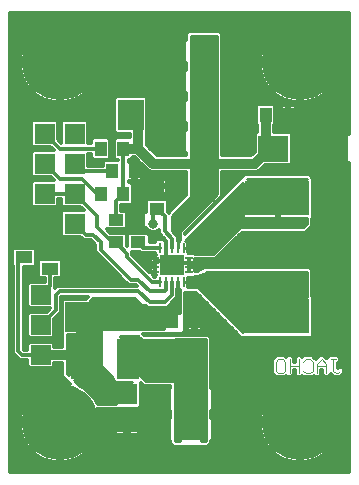
<source format=gbr>
G04 This is an RS-274x file exported by *
G04 gerbv version 2.6.1 *
G04 More information is available about gerbv at *
G04 http://gerbv.geda-project.org/ *
G04 --End of header info--*
%MOIN*%
%FSLAX34Y34*%
%IPPOS*%
G04 --Define apertures--*
%ADD10C,0.0040*%
%ADD11R,0.0390X0.0510*%
%ADD12R,0.0650X0.0650*%
%ADD13R,0.0551X0.0394*%
%ADD14R,0.0748X0.1339*%
%ADD15R,0.0669X0.0709*%
%ADD16C,0.2540*%
%ADD17R,0.0510X0.0390*%
%ADD18R,0.1000X0.0850*%
%ADD19R,0.0110X0.0335*%
%ADD20R,0.0847X0.0669*%
%ADD21R,0.0276X0.0098*%
%ADD22C,0.0318*%
%ADD23R,0.2165X0.1181*%
%ADD24R,0.0850X0.1000*%
%ADD25C,0.0120*%
%ADD26C,0.0357*%
%ADD27C,0.0100*%
%ADD28C,0.0320*%
%ADD29C,0.0318*%
G04 --Start main section--*
G54D10*
G01X0009867Y0004632D02*
G01X0009867Y0004939D01*
G01X0009867Y0004939D02*
G01X0009943Y0005015D01*
G01X0009943Y0005015D02*
G01X0010097Y0005015D01*
G01X0010097Y0005015D02*
G01X0010173Y0004939D01*
G01X0010173Y0004939D02*
G01X0010173Y0004632D01*
G01X0010173Y0004632D02*
G01X0010097Y0004555D01*
G01X0010097Y0004555D02*
G01X0009943Y0004555D01*
G01X0009943Y0004555D02*
G01X0009867Y0004632D01*
G01X0010327Y0004555D02*
G01X0010327Y0005015D01*
G01X0010327Y0004785D02*
G01X0010634Y0004785D01*
G01X0010787Y0004939D02*
G01X0010864Y0005015D01*
G01X0010864Y0005015D02*
G01X0011018Y0005015D01*
G01X0011018Y0005015D02*
G01X0011094Y0004939D01*
G01X0011094Y0004939D02*
G01X0011094Y0004632D01*
G01X0011094Y0004632D02*
G01X0011018Y0004555D01*
G01X0011018Y0004555D02*
G01X0010864Y0004555D01*
G01X0010864Y0004555D02*
G01X0010787Y0004632D01*
G01X0010634Y0004555D02*
G01X0010634Y0005015D01*
G01X0011248Y0004862D02*
G01X0011248Y0004555D01*
G01X0011248Y0004785D02*
G01X0011555Y0004785D01*
G01X0011555Y0004862D02*
G01X0011401Y0005015D01*
G01X0011401Y0005015D02*
G01X0011248Y0004862D01*
G01X0011555Y0004862D02*
G01X0011555Y0004555D01*
G01X0011785Y0004632D02*
G01X0011785Y0005015D01*
G01X0011862Y0005015D02*
G01X0011708Y0005015D01*
G01X0011785Y0004632D02*
G01X0011862Y0004555D01*
G01X0011862Y0004555D02*
G01X0011938Y0004555D01*
G01X0011938Y0004555D02*
G01X0012015Y0004632D01*
G54D11*
G01X0007159Y0006285D03*
G01X0006411Y0006285D03*
G01X0004784Y0010535D03*
G01X0004036Y0010535D03*
G01X0004411Y0011285D03*
G01X0005159Y0011285D03*
G01X0004784Y0012035D03*
G01X0004036Y0012035D03*
G01X0009536Y0013160D03*
G01X0010284Y0013160D03*
G54D12*
G01X0008535Y0013285D03*
G01X0007535Y0013285D03*
G01X0007535Y0012285D03*
G01X0008535Y0012285D03*
G01X0006535Y0012285D03*
G01X0006535Y0013285D03*
G01X0006535Y0014285D03*
G01X0006535Y0015285D03*
G01X0007535Y0015285D03*
G01X0008535Y0015285D03*
G01X0008535Y0014285D03*
G01X0007535Y0014285D03*
G01X0003160Y0012535D03*
G01X0002160Y0012535D03*
G01X0002160Y0011535D03*
G01X0003160Y0011535D03*
G01X0003160Y0010535D03*
G01X0003160Y0009535D03*
G01X0002160Y0009535D03*
G01X0002160Y0010535D03*
G01X0002035Y0007160D03*
G01X0002035Y0006160D03*
G01X0002035Y0005160D03*
G01X0006035Y0003660D03*
G01X0007035Y0003660D03*
G01X0008035Y0003660D03*
G01X0008035Y0002660D03*
G01X0007035Y0002660D03*
G01X0006035Y0002660D03*
G54D13*
G01X0002343Y0008036D03*
G01X0002343Y0008784D03*
G01X0001477Y0008410D03*
G54D14*
G01X0003392Y0005035D03*
G01X0004928Y0005035D03*
G54D15*
G01X0004910Y0003842D03*
G01X0004910Y0002228D03*
G54D16*
G01X0002660Y0002910D03*
G01X0010660Y0002910D03*
G01X0010660Y0014910D03*
G01X0002660Y0014910D03*
G54D17*
G01X0005910Y0010784D03*
G01X0005910Y0010036D03*
G01X0005285Y0009659D03*
G01X0005285Y0008911D03*
G01X0004535Y0008911D03*
G01X0004535Y0009659D03*
G54D18*
G01X0009785Y0012035D03*
G01X0011785Y0012035D03*
G54D19*
G01X0006804Y0008741D03*
G01X0006607Y0008741D03*
G01X0006410Y0008741D03*
G01X0006213Y0008741D03*
G01X0006016Y0008741D03*
G01X0006016Y0007579D03*
G01X0006213Y0007579D03*
G01X0006410Y0007579D03*
G01X0006607Y0007579D03*
G01X0006804Y0007579D03*
G54D20*
G01X0006410Y0008160D03*
G01X0006410Y0008160D03*
G54D21*
G01X0005849Y0008081D03*
G01X0005849Y0008239D03*
G01X0005849Y0008396D03*
G01X0005849Y0007924D03*
G01X0006971Y0007924D03*
G01X0006971Y0008081D03*
G01X0006971Y0008239D03*
G01X0006971Y0008396D03*
G54D22*
G01X0006567Y0008318D03*
G01X0006410Y0008160D03*
G01X0006253Y0008003D03*
G01X0006567Y0008003D03*
G01X0006253Y0008318D03*
G54D23*
G01X0009910Y0006442D03*
G01X0009910Y0010379D03*
G54D24*
G01X0005035Y0013160D03*
G01X0005035Y0015160D03*
G01X0003285Y0008410D03*
G01X0003285Y0006410D03*
G54D25*
G01X0001020Y0001270D02*
G01X0001020Y0016550D01*
G01X0001020Y0016550D02*
G01X0012300Y0016550D01*
G01X0012300Y0016550D02*
G01X0012300Y0012519D01*
G01X0012300Y0012519D02*
G01X0012297Y0012520D01*
G01X0012297Y0012520D02*
G01X0011845Y0012520D01*
G01X0011845Y0012520D02*
G01X0011845Y0012095D01*
G01X0011845Y0012095D02*
G01X0011725Y0012095D01*
G01X0011725Y0012095D02*
G01X0011725Y0012520D01*
G01X0011725Y0012520D02*
G01X0011273Y0012520D01*
G01X0011273Y0012520D02*
G01X0011251Y0012511D01*
G01X0011251Y0012511D02*
G01X0011234Y0012494D01*
G01X0011234Y0012494D02*
G01X0011225Y0012472D01*
G01X0011225Y0012472D02*
G01X0011225Y0012095D01*
G01X0011225Y0012095D02*
G01X0011725Y0012095D01*
G01X0011725Y0012095D02*
G01X0011725Y0011975D01*
G01X0011725Y0011975D02*
G01X0011225Y0011975D01*
G01X0011225Y0011975D02*
G01X0011225Y0011598D01*
G01X0011225Y0011598D02*
G01X0011234Y0011576D01*
G01X0011234Y0011576D02*
G01X0011251Y0011559D01*
G01X0011251Y0011559D02*
G01X0011273Y0011550D01*
G01X0011273Y0011550D02*
G01X0011725Y0011550D01*
G01X0011725Y0011550D02*
G01X0011725Y0011975D01*
G01X0011725Y0011975D02*
G01X0011845Y0011975D01*
G01X0011845Y0011975D02*
G01X0011845Y0011550D01*
G01X0011845Y0011550D02*
G01X0012297Y0011550D01*
G01X0012297Y0011550D02*
G01X0012300Y0011551D01*
G01X0012300Y0011551D02*
G01X0012300Y0001270D01*
G01X0012300Y0001270D02*
G01X0001020Y0001270D01*
G01X0001020Y0001374D02*
G01X0012300Y0001374D01*
G01X0012300Y0001494D02*
G01X0001020Y0001494D01*
G01X0001020Y0001614D02*
G01X0002360Y0001614D01*
G01X0002336Y0001618D02*
G01X0002465Y0001593D01*
G01X0002465Y0001593D02*
G01X0002595Y0001580D01*
G01X0002595Y0001580D02*
G01X0002600Y0001580D01*
G01X0002600Y0001580D02*
G01X0002600Y0002850D01*
G01X0002600Y0002850D02*
G01X0002720Y0002850D01*
G01X0002720Y0002850D02*
G01X0002720Y0002970D01*
G01X0002720Y0002970D02*
G01X0003990Y0002970D01*
G01X0003990Y0002970D02*
G01X0003990Y0002975D01*
G01X0003990Y0002975D02*
G01X0003977Y0003105D01*
G01X0003977Y0003105D02*
G01X0003952Y0003234D01*
G01X0003952Y0003234D02*
G01X0003914Y0003359D01*
G01X0003914Y0003359D02*
G01X0003911Y0003365D01*
G01X0003911Y0003365D02*
G01X0004995Y0003365D01*
G01X0004995Y0003365D02*
G01X0005022Y0003352D01*
G01X0005022Y0003352D02*
G01X0005063Y0003365D01*
G01X0005063Y0003365D02*
G01X0005105Y0003365D01*
G01X0005105Y0003365D02*
G01X0005108Y0003368D01*
G01X0005108Y0003368D02*
G01X0005294Y0003368D01*
G01X0005294Y0003368D02*
G01X0005365Y0003438D01*
G01X0005365Y0003438D02*
G01X0005365Y0004215D01*
G01X0005365Y0004215D02*
G01X0005365Y0004215D01*
G01X0005365Y0004215D02*
G01X0005465Y0004115D01*
G01X0005465Y0004115D02*
G01X0006355Y0004115D01*
G01X0006355Y0004115D02*
G01X0006355Y0004045D01*
G01X0006355Y0004045D02*
G01X0006063Y0004045D01*
G01X0006063Y0004045D02*
G01X0006063Y0003688D01*
G01X0006063Y0003688D02*
G01X0006008Y0003688D01*
G01X0006008Y0003688D02*
G01X0006008Y0004045D01*
G01X0006008Y0004045D02*
G01X0005698Y0004045D01*
G01X0005698Y0004045D02*
G01X0005676Y0004036D01*
G01X0005676Y0004036D02*
G01X0005659Y0004019D01*
G01X0005659Y0004019D02*
G01X0005650Y0003997D01*
G01X0005650Y0003997D02*
G01X0005650Y0003688D01*
G01X0005650Y0003688D02*
G01X0006008Y0003688D01*
G01X0006008Y0003688D02*
G01X0006008Y0003633D01*
G01X0006008Y0003633D02*
G01X0006063Y0003633D01*
G01X0006063Y0003633D02*
G01X0006063Y0003275D01*
G01X0006063Y0003275D02*
G01X0006355Y0003275D01*
G01X0006355Y0003275D02*
G01X0006355Y0003045D01*
G01X0006355Y0003045D02*
G01X0006063Y0003045D01*
G01X0006063Y0003045D02*
G01X0006063Y0002688D01*
G01X0006063Y0002688D02*
G01X0006008Y0002688D01*
G01X0006008Y0002688D02*
G01X0006008Y0003045D01*
G01X0006008Y0003045D02*
G01X0005698Y0003045D01*
G01X0005698Y0003045D02*
G01X0005676Y0003036D01*
G01X0005676Y0003036D02*
G01X0005659Y0003019D01*
G01X0005659Y0003019D02*
G01X0005650Y0002997D01*
G01X0005650Y0002997D02*
G01X0005650Y0002688D01*
G01X0005650Y0002688D02*
G01X0006008Y0002688D01*
G01X0006008Y0002688D02*
G01X0006008Y0002633D01*
G01X0006008Y0002633D02*
G01X0006063Y0002633D01*
G01X0006063Y0002633D02*
G01X0006063Y0002275D01*
G01X0006063Y0002275D02*
G01X0006355Y0002275D01*
G01X0006355Y0002275D02*
G01X0006355Y0002210D01*
G01X0006355Y0002210D02*
G01X0006460Y0002105D01*
G01X0006460Y0002105D02*
G01X0007610Y0002105D01*
G01X0007610Y0002105D02*
G01X0007715Y0002210D01*
G01X0007715Y0002210D02*
G01X0007715Y0002275D01*
G01X0007715Y0002275D02*
G01X0008008Y0002275D01*
G01X0008008Y0002275D02*
G01X0008008Y0002633D01*
G01X0008008Y0002633D02*
G01X0008063Y0002633D01*
G01X0008063Y0002633D02*
G01X0008063Y0002688D01*
G01X0008063Y0002688D02*
G01X0008008Y0002688D01*
G01X0008008Y0002688D02*
G01X0008008Y0003045D01*
G01X0008008Y0003045D02*
G01X0007715Y0003045D01*
G01X0007715Y0003045D02*
G01X0007715Y0003275D01*
G01X0007715Y0003275D02*
G01X0008008Y0003275D01*
G01X0008008Y0003275D02*
G01X0008008Y0003633D01*
G01X0008008Y0003633D02*
G01X0008063Y0003633D01*
G01X0008063Y0003633D02*
G01X0008063Y0003688D01*
G01X0008063Y0003688D02*
G01X0008008Y0003688D01*
G01X0008008Y0003688D02*
G01X0008008Y0004045D01*
G01X0008008Y0004045D02*
G01X0007715Y0004045D01*
G01X0007715Y0004045D02*
G01X0007715Y0005735D01*
G01X0007715Y0005735D02*
G01X0007610Y0005840D01*
G01X0007610Y0005840D02*
G01X0006460Y0005840D01*
G01X0006460Y0005840D02*
G01X0006450Y0005830D01*
G01X0006450Y0005830D02*
G01X0005480Y0005830D01*
G01X0005480Y0005830D02*
G01X0005455Y0005855D01*
G01X0005455Y0005855D02*
G01X0006735Y0005855D01*
G01X0006735Y0005855D02*
G01X0006840Y0005960D01*
G01X0006840Y0005960D02*
G01X0006840Y0007240D01*
G01X0006840Y0007240D02*
G01X0007215Y0007240D01*
G01X0007215Y0007240D02*
G01X0008615Y0005840D01*
G01X0008615Y0005840D02*
G01X0008715Y0005740D01*
G01X0008715Y0005740D02*
G01X0008769Y0005740D01*
G01X0008769Y0005740D02*
G01X0008778Y0005731D01*
G01X0008778Y0005731D02*
G01X0011042Y0005731D01*
G01X0011042Y0005731D02*
G01X0011113Y0005801D01*
G01X0011113Y0005801D02*
G01X0011113Y0007082D01*
G01X0011113Y0007082D02*
G01X0011080Y0007114D01*
G01X0011080Y0007114D02*
G01X0011080Y0007980D01*
G01X0011080Y0007980D02*
G01X0010980Y0008080D01*
G01X0010980Y0008080D02*
G01X0007563Y0008080D01*
G01X0007563Y0008080D02*
G01X0007522Y0008094D01*
G01X0007522Y0008094D02*
G01X0007495Y0008080D01*
G01X0007495Y0008080D02*
G01X0007465Y0008080D01*
G01X0007465Y0008080D02*
G01X0007434Y0008050D01*
G01X0007434Y0008050D02*
G01X0007245Y0007955D01*
G01X0007245Y0007955D02*
G01X0007169Y0007955D01*
G01X0007169Y0007955D02*
G01X0007169Y0007985D01*
G01X0007169Y0007985D02*
G01X0007161Y0008003D01*
G01X0007161Y0008003D02*
G01X0007169Y0008020D01*
G01X0007169Y0008020D02*
G01X0007169Y0008081D01*
G01X0007169Y0008081D02*
G01X0007169Y0008142D01*
G01X0007169Y0008142D02*
G01X0007161Y0008160D01*
G01X0007161Y0008160D02*
G01X0007169Y0008178D01*
G01X0007169Y0008178D02*
G01X0007169Y0008239D01*
G01X0007169Y0008239D02*
G01X0006971Y0008239D01*
G01X0006971Y0008239D02*
G01X0006971Y0008239D01*
G01X0006971Y0008239D02*
G01X0006971Y0008081D01*
G01X0006971Y0008081D02*
G01X0006971Y0008081D01*
G01X0006971Y0008081D02*
G01X0006971Y0008129D01*
G01X0006971Y0008129D02*
G01X0006971Y0008239D01*
G01X0006971Y0008239D02*
G01X0006489Y0008239D01*
G01X0006489Y0008239D02*
G01X0006410Y0008160D01*
G01X0006410Y0008160D02*
G01X0006285Y0008285D01*
G01X0006285Y0008285D02*
G01X0006160Y0008285D01*
G01X0006160Y0008285D02*
G01X0005895Y0008285D01*
G01X0005895Y0008285D02*
G01X0005849Y0008239D01*
G01X0005849Y0008239D02*
G01X0005849Y0008081D01*
G01X0005849Y0008081D02*
G01X0005849Y0008081D01*
G01X0005849Y0008081D02*
G01X0005849Y0008190D01*
G01X0005849Y0008190D02*
G01X0005849Y0008239D01*
G01X0005849Y0008239D02*
G01X0005849Y0008239D01*
G01X0005849Y0008239D02*
G01X0005651Y0008239D01*
G01X0005651Y0008239D02*
G01X0005651Y0008178D01*
G01X0005651Y0008178D02*
G01X0005659Y0008160D01*
G01X0005659Y0008160D02*
G01X0005651Y0008142D01*
G01X0005651Y0008142D02*
G01X0005651Y0008081D01*
G01X0005651Y0008081D02*
G01X0005849Y0008081D01*
G01X0005849Y0008081D02*
G01X0005849Y0008081D01*
G01X0005849Y0008081D02*
G01X0005849Y0007924D01*
G01X0005849Y0007924D02*
G01X0005849Y0007924D01*
G01X0005849Y0007924D02*
G01X0005849Y0008033D01*
G01X0005849Y0008033D02*
G01X0005849Y0008081D01*
G01X0005849Y0008081D02*
G01X0005849Y0008081D01*
G01X0005849Y0008081D02*
G01X0005651Y0008081D01*
G01X0005651Y0008081D02*
G01X0005651Y0008020D01*
G01X0005651Y0008020D02*
G01X0005659Y0008003D01*
G01X0005659Y0008003D02*
G01X0005651Y0007985D01*
G01X0005651Y0007985D02*
G01X0005651Y0007924D01*
G01X0005651Y0007924D02*
G01X0005849Y0007924D01*
G01X0005849Y0007924D02*
G01X0005849Y0007815D01*
G01X0005849Y0007815D02*
G01X0005859Y0007815D01*
G01X0005859Y0007815D02*
G01X0005841Y0007796D01*
G01X0005841Y0007796D02*
G01X0005841Y0007759D01*
G01X0005841Y0007759D02*
G01X0005815Y0007759D01*
G01X0005815Y0007759D02*
G01X0005760Y0007815D01*
G01X0005760Y0007815D02*
G01X0005849Y0007815D01*
G01X0005849Y0007815D02*
G01X0005849Y0007924D01*
G01X0005849Y0007924D02*
G01X0005849Y0007924D01*
G01X0005849Y0007924D02*
G01X0005849Y0007924D01*
G01X0005849Y0007924D02*
G01X0005651Y0007924D01*
G01X0005651Y0007924D02*
G01X0005651Y0007923D01*
G01X0005651Y0007923D02*
G01X0005090Y0008485D01*
G01X0005090Y0008485D02*
G01X0005090Y0008596D01*
G01X0005090Y0008596D02*
G01X0005345Y0008596D01*
G01X0005345Y0008596D02*
G01X0005381Y0008561D01*
G01X0005381Y0008561D02*
G01X0005841Y0008561D01*
G01X0005841Y0008561D02*
G01X0005841Y0008524D01*
G01X0005841Y0008524D02*
G01X0005859Y0008505D01*
G01X0005859Y0008505D02*
G01X0005849Y0008505D01*
G01X0005849Y0008505D02*
G01X0005849Y0008396D01*
G01X0005849Y0008396D02*
G01X0005849Y0008239D01*
G01X0005849Y0008239D02*
G01X0005849Y0008239D01*
G01X0005849Y0008239D02*
G01X0005849Y0008348D01*
G01X0005849Y0008348D02*
G01X0005849Y0008396D01*
G01X0005849Y0008396D02*
G01X0005849Y0008396D01*
G01X0005849Y0008396D02*
G01X0005849Y0008396D01*
G01X0005849Y0008396D02*
G01X0005651Y0008396D01*
G01X0005651Y0008396D02*
G01X0005651Y0008335D01*
G01X0005651Y0008335D02*
G01X0005659Y0008318D01*
G01X0005659Y0008318D02*
G01X0005651Y0008300D01*
G01X0005651Y0008300D02*
G01X0005651Y0008239D01*
G01X0005651Y0008239D02*
G01X0005849Y0008239D01*
G01X0005849Y0008239D02*
G01X0005849Y0008239D01*
G01X0005849Y0008206D02*
G01X0005849Y0008206D01*
G01X0005849Y0008325D02*
G01X0005849Y0008325D01*
G01X0005849Y0008396D02*
G01X0005849Y0008396D01*
G01X0005849Y0008396D02*
G01X0005651Y0008396D01*
G01X0005651Y0008396D02*
G01X0005651Y0008457D01*
G01X0005651Y0008457D02*
G01X0005660Y0008479D01*
G01X0005660Y0008479D02*
G01X0005677Y0008496D01*
G01X0005677Y0008496D02*
G01X0005699Y0008505D01*
G01X0005699Y0008505D02*
G01X0005849Y0008505D01*
G01X0005849Y0008505D02*
G01X0005849Y0008396D01*
G01X0005849Y0008445D02*
G01X0005849Y0008445D01*
G01X0005651Y0008445D02*
G01X0005129Y0008445D01*
G01X0005090Y0008565D02*
G01X0005376Y0008565D01*
G01X0005455Y0008741D02*
G01X0005285Y0008911D01*
G01X0005455Y0008741D02*
G01X0006016Y0008741D01*
G01X0005841Y0008921D02*
G01X0005660Y0008921D01*
G01X0005660Y0008921D02*
G01X0005660Y0009156D01*
G01X0005660Y0009156D02*
G01X0005590Y0009226D01*
G01X0005590Y0009226D02*
G01X0004980Y0009226D01*
G01X0004980Y0009226D02*
G01X0004910Y0009156D01*
G01X0004910Y0009156D02*
G01X0004840Y0009226D01*
G01X0004840Y0009226D02*
G01X0004349Y0009226D01*
G01X0004349Y0009226D02*
G01X0004231Y0009344D01*
G01X0004231Y0009344D02*
G01X0004840Y0009344D01*
G01X0004840Y0009344D02*
G01X0004910Y0009414D01*
G01X0004910Y0009414D02*
G01X0004910Y0009904D01*
G01X0004910Y0009904D02*
G01X0004840Y0009974D01*
G01X0004840Y0009974D02*
G01X0004715Y0009974D01*
G01X0004715Y0009974D02*
G01X0004715Y0010160D01*
G01X0004715Y0010160D02*
G01X0005029Y0010160D01*
G01X0005029Y0010160D02*
G01X0005099Y0010230D01*
G01X0005099Y0010230D02*
G01X0005099Y0010840D01*
G01X0005099Y0010840D02*
G01X0005029Y0010910D01*
G01X0005029Y0010910D02*
G01X0004964Y0010910D01*
G01X0004964Y0010910D02*
G01X0004964Y0010970D01*
G01X0004964Y0010970D02*
G01X0005122Y0010970D01*
G01X0005122Y0010970D02*
G01X0005122Y0011248D01*
G01X0005122Y0011248D02*
G01X0005196Y0011248D01*
G01X0005196Y0011248D02*
G01X0005196Y0010970D01*
G01X0005196Y0010970D02*
G01X0005366Y0010970D01*
G01X0005366Y0010970D02*
G01X0005388Y0010979D01*
G01X0005388Y0010979D02*
G01X0005405Y0010996D01*
G01X0005405Y0010996D02*
G01X0005414Y0011018D01*
G01X0005414Y0011018D02*
G01X0005414Y0011248D01*
G01X0005414Y0011248D02*
G01X0005196Y0011248D01*
G01X0005196Y0011248D02*
G01X0005196Y0011323D01*
G01X0005196Y0011323D02*
G01X0005122Y0011323D01*
G01X0005122Y0011323D02*
G01X0005122Y0011600D01*
G01X0005122Y0011600D02*
G01X0004964Y0011600D01*
G01X0004964Y0011600D02*
G01X0004964Y0011660D01*
G01X0004964Y0011660D02*
G01X0005029Y0011660D01*
G01X0005029Y0011660D02*
G01X0005099Y0011730D01*
G01X0005099Y0011730D02*
G01X0005099Y0011755D01*
G01X0005099Y0011755D02*
G01X0005169Y0011755D01*
G01X0005169Y0011755D02*
G01X0005324Y0011600D01*
G01X0005324Y0011600D02*
G01X0005196Y0011600D01*
G01X0005196Y0011600D02*
G01X0005196Y0011323D01*
G01X0005196Y0011323D02*
G01X0005414Y0011323D01*
G01X0005414Y0011323D02*
G01X0005414Y0011510D01*
G01X0005414Y0011510D02*
G01X0005626Y0011298D01*
G01X0005626Y0011298D02*
G01X0005729Y0011255D01*
G01X0005729Y0011255D02*
G01X0006865Y0011255D01*
G01X0006865Y0011255D02*
G01X0006865Y0010480D01*
G01X0006865Y0010480D02*
G01X0006340Y0009955D01*
G01X0006340Y0009955D02*
G01X0006293Y0009908D01*
G01X0006293Y0009908D02*
G01X0006285Y0009916D01*
G01X0006285Y0009916D02*
G01X0006285Y0010281D01*
G01X0006285Y0010281D02*
G01X0006215Y0010351D01*
G01X0006215Y0010351D02*
G01X0005605Y0010351D01*
G01X0005605Y0010351D02*
G01X0005535Y0010281D01*
G01X0005535Y0010281D02*
G01X0005535Y0009914D01*
G01X0005535Y0009914D02*
G01X0005323Y0009914D01*
G01X0005323Y0009914D02*
G01X0005323Y0009697D01*
G01X0005323Y0009697D02*
G01X0005248Y0009697D01*
G01X0005248Y0009697D02*
G01X0005248Y0009622D01*
G01X0005248Y0009622D02*
G01X0005323Y0009622D01*
G01X0005323Y0009622D02*
G01X0005323Y0009404D01*
G01X0005323Y0009404D02*
G01X0005538Y0009404D01*
G01X0005538Y0009404D02*
G01X0004900Y0009404D01*
G01X0004979Y0009430D02*
G01X0004996Y0009413D01*
G01X0004996Y0009413D02*
G01X0005018Y0009404D01*
G01X0005018Y0009404D02*
G01X0005248Y0009404D01*
G01X0005248Y0009404D02*
G01X0005248Y0009622D01*
G01X0005248Y0009622D02*
G01X0004970Y0009622D01*
G01X0004970Y0009622D02*
G01X0004970Y0009452D01*
G01X0004970Y0009452D02*
G01X0004979Y0009430D01*
G01X0004970Y0009524D02*
G01X0004910Y0009524D01*
G01X0004910Y0009644D02*
G01X0005248Y0009644D01*
G01X0005248Y0009697D02*
G01X0004970Y0009697D01*
G01X0004970Y0009697D02*
G01X0004970Y0009866D01*
G01X0004970Y0009866D02*
G01X0004979Y0009888D01*
G01X0004979Y0009888D02*
G01X0004996Y0009905D01*
G01X0004996Y0009905D02*
G01X0005018Y0009914D01*
G01X0005018Y0009914D02*
G01X0005248Y0009914D01*
G01X0005248Y0009914D02*
G01X0005248Y0009697D01*
G01X0005248Y0009764D02*
G01X0005323Y0009764D01*
G01X0005323Y0009883D02*
G01X0005248Y0009883D01*
G01X0004977Y0009883D02*
G01X0004910Y0009883D01*
G01X0004910Y0009764D02*
G01X0004970Y0009764D01*
G01X0004715Y0010003D02*
G01X0005535Y0010003D01*
G01X0005535Y0010123D02*
G01X0004715Y0010123D01*
G01X0004535Y0010286D02*
G01X0004784Y0010535D01*
G01X0004784Y0010535D02*
G01X0004784Y0012035D01*
G01X0004469Y0012041D02*
G01X0004351Y0012041D01*
G01X0004351Y0011921D02*
G01X0004469Y0011921D01*
G01X0004469Y0011801D02*
G01X0004351Y0011801D01*
G01X0004351Y0011730D02*
G01X0004281Y0011660D01*
G01X0004281Y0011660D02*
G01X0003791Y0011660D01*
G01X0003791Y0011660D02*
G01X0003721Y0011730D01*
G01X0003721Y0011730D02*
G01X0003721Y0011855D01*
G01X0003721Y0011855D02*
G01X0003605Y0011855D01*
G01X0003605Y0011855D02*
G01X0003605Y0011465D01*
G01X0003605Y0011465D02*
G01X0004096Y0011465D01*
G01X0004096Y0011465D02*
G01X0004096Y0011590D01*
G01X0004096Y0011590D02*
G01X0004166Y0011660D01*
G01X0004166Y0011660D02*
G01X0004604Y0011660D01*
G01X0004604Y0011660D02*
G01X0004604Y0011660D01*
G01X0004604Y0011660D02*
G01X0004539Y0011660D01*
G01X0004539Y0011660D02*
G01X0004469Y0011730D01*
G01X0004469Y0011730D02*
G01X0004469Y0012340D01*
G01X0004469Y0012340D02*
G01X0004539Y0012410D01*
G01X0004539Y0012410D02*
G01X0005005Y0012410D01*
G01X0005005Y0012410D02*
G01X0005005Y0012540D01*
G01X0005005Y0012540D02*
G01X0004560Y0012540D01*
G01X0004560Y0012540D02*
G01X0004490Y0012610D01*
G01X0004490Y0012610D02*
G01X0004490Y0013710D01*
G01X0004490Y0013710D02*
G01X0004560Y0013780D01*
G01X0004560Y0013780D02*
G01X0005510Y0013780D01*
G01X0005510Y0013780D02*
G01X0005580Y0013710D01*
G01X0005580Y0013710D02*
G01X0005580Y0012610D01*
G01X0005580Y0012610D02*
G01X0005565Y0012595D01*
G01X0005565Y0012595D02*
G01X0005565Y0012151D01*
G01X0005565Y0012151D02*
G01X0005901Y0011815D01*
G01X0005901Y0011815D02*
G01X0006865Y0011815D01*
G01X0006865Y0011815D02*
G01X0006865Y0011900D01*
G01X0006865Y0011900D02*
G01X0006563Y0011900D01*
G01X0006563Y0011900D02*
G01X0006563Y0012257D01*
G01X0006563Y0012257D02*
G01X0006508Y0012257D01*
G01X0006508Y0012257D02*
G01X0006508Y0011900D01*
G01X0006508Y0011900D02*
G01X0006198Y0011900D01*
G01X0006198Y0011900D02*
G01X0006176Y0011909D01*
G01X0006176Y0011909D02*
G01X0006159Y0011926D01*
G01X0006159Y0011926D02*
G01X0006150Y0011948D01*
G01X0006150Y0011948D02*
G01X0006150Y0012257D01*
G01X0006150Y0012257D02*
G01X0006508Y0012257D01*
G01X0006508Y0012257D02*
G01X0006508Y0012313D01*
G01X0006508Y0012313D02*
G01X0006508Y0012670D01*
G01X0006508Y0012670D02*
G01X0006198Y0012670D01*
G01X0006198Y0012670D02*
G01X0006176Y0012661D01*
G01X0006176Y0012661D02*
G01X0006159Y0012644D01*
G01X0006159Y0012644D02*
G01X0006150Y0012622D01*
G01X0006150Y0012622D02*
G01X0006150Y0012313D01*
G01X0006150Y0012313D02*
G01X0006508Y0012313D01*
G01X0006508Y0012313D02*
G01X0006563Y0012313D01*
G01X0006563Y0012313D02*
G01X0006563Y0012670D01*
G01X0006563Y0012670D02*
G01X0006865Y0012670D01*
G01X0006865Y0012670D02*
G01X0006865Y0012900D01*
G01X0006865Y0012900D02*
G01X0006563Y0012900D01*
G01X0006563Y0012900D02*
G01X0006563Y0013258D01*
G01X0006563Y0013258D02*
G01X0006508Y0013258D01*
G01X0006508Y0013258D02*
G01X0006508Y0012900D01*
G01X0006508Y0012900D02*
G01X0006198Y0012900D01*
G01X0006198Y0012900D02*
G01X0006176Y0012909D01*
G01X0006176Y0012909D02*
G01X0006159Y0012926D01*
G01X0006159Y0012926D02*
G01X0006150Y0012948D01*
G01X0006150Y0012948D02*
G01X0006150Y0013258D01*
G01X0006150Y0013258D02*
G01X0006508Y0013258D01*
G01X0006508Y0013258D02*
G01X0006508Y0013313D01*
G01X0006508Y0013313D02*
G01X0006508Y0013670D01*
G01X0006508Y0013670D02*
G01X0006198Y0013670D01*
G01X0006198Y0013670D02*
G01X0006176Y0013661D01*
G01X0006176Y0013661D02*
G01X0006159Y0013644D01*
G01X0006159Y0013644D02*
G01X0006150Y0013622D01*
G01X0006150Y0013622D02*
G01X0006150Y0013313D01*
G01X0006150Y0013313D02*
G01X0006508Y0013313D01*
G01X0006508Y0013313D02*
G01X0006563Y0013313D01*
G01X0006563Y0013313D02*
G01X0006563Y0013670D01*
G01X0006563Y0013670D02*
G01X0006865Y0013670D01*
G01X0006865Y0013670D02*
G01X0006865Y0013900D01*
G01X0006865Y0013900D02*
G01X0006563Y0013900D01*
G01X0006563Y0013900D02*
G01X0006563Y0014258D01*
G01X0006563Y0014258D02*
G01X0006508Y0014258D01*
G01X0006508Y0014258D02*
G01X0006508Y0013900D01*
G01X0006508Y0013900D02*
G01X0006198Y0013900D01*
G01X0006198Y0013900D02*
G01X0006176Y0013909D01*
G01X0006176Y0013909D02*
G01X0006159Y0013926D01*
G01X0006159Y0013926D02*
G01X0006150Y0013948D01*
G01X0006150Y0013948D02*
G01X0006150Y0014258D01*
G01X0006150Y0014258D02*
G01X0006508Y0014258D01*
G01X0006508Y0014258D02*
G01X0006508Y0014313D01*
G01X0006508Y0014313D02*
G01X0006508Y0014670D01*
G01X0006508Y0014670D02*
G01X0006198Y0014670D01*
G01X0006198Y0014670D02*
G01X0006176Y0014661D01*
G01X0006176Y0014661D02*
G01X0006159Y0014644D01*
G01X0006159Y0014644D02*
G01X0006150Y0014622D01*
G01X0006150Y0014622D02*
G01X0006150Y0014313D01*
G01X0006150Y0014313D02*
G01X0006508Y0014313D01*
G01X0006508Y0014313D02*
G01X0006563Y0014313D01*
G01X0006563Y0014313D02*
G01X0006563Y0014670D01*
G01X0006563Y0014670D02*
G01X0006865Y0014670D01*
G01X0006865Y0014670D02*
G01X0006865Y0014900D01*
G01X0006865Y0014900D02*
G01X0006563Y0014900D01*
G01X0006563Y0014900D02*
G01X0006563Y0015258D01*
G01X0006563Y0015258D02*
G01X0006508Y0015258D01*
G01X0006508Y0015258D02*
G01X0006508Y0014900D01*
G01X0006508Y0014900D02*
G01X0006198Y0014900D01*
G01X0006198Y0014900D02*
G01X0006176Y0014909D01*
G01X0006176Y0014909D02*
G01X0006159Y0014926D01*
G01X0006159Y0014926D02*
G01X0006150Y0014948D01*
G01X0006150Y0014948D02*
G01X0006150Y0015258D01*
G01X0006150Y0015258D02*
G01X0006508Y0015258D01*
G01X0006508Y0015258D02*
G01X0006508Y0015313D01*
G01X0006508Y0015313D02*
G01X0006508Y0015670D01*
G01X0006508Y0015670D02*
G01X0006198Y0015670D01*
G01X0006198Y0015670D02*
G01X0006176Y0015661D01*
G01X0006176Y0015661D02*
G01X0006159Y0015644D01*
G01X0006159Y0015644D02*
G01X0006150Y0015622D01*
G01X0006150Y0015622D02*
G01X0006150Y0015313D01*
G01X0006150Y0015313D02*
G01X0006508Y0015313D01*
G01X0006508Y0015313D02*
G01X0006563Y0015313D01*
G01X0006563Y0015313D02*
G01X0006563Y0015670D01*
G01X0006563Y0015670D02*
G01X0006865Y0015670D01*
G01X0006865Y0015670D02*
G01X0006865Y0015855D01*
G01X0006865Y0015855D02*
G01X0006965Y0015955D01*
G01X0006965Y0015955D02*
G01X0007980Y0015955D01*
G01X0007980Y0015955D02*
G01X0008080Y0015855D01*
G01X0008080Y0015855D02*
G01X0008080Y0011815D01*
G01X0008080Y0011815D02*
G01X0009044Y0011815D01*
G01X0009044Y0011815D02*
G01X0009165Y0011936D01*
G01X0009165Y0011936D02*
G01X0009165Y0012510D01*
G01X0009165Y0012510D02*
G01X0009235Y0012580D01*
G01X0009235Y0012580D02*
G01X0009256Y0012580D01*
G01X0009256Y0012580D02*
G01X0009256Y0012820D01*
G01X0009256Y0012820D02*
G01X0009221Y0012855D01*
G01X0009221Y0012855D02*
G01X0009221Y0013465D01*
G01X0009221Y0013465D02*
G01X0009291Y0013535D01*
G01X0009291Y0013535D02*
G01X0009781Y0013535D01*
G01X0009781Y0013535D02*
G01X0009851Y0013465D01*
G01X0009851Y0013465D02*
G01X0009851Y0012855D01*
G01X0009851Y0012855D02*
G01X0009816Y0012820D01*
G01X0009816Y0012820D02*
G01X0009816Y0012580D01*
G01X0009816Y0012580D02*
G01X0010335Y0012580D01*
G01X0010335Y0012580D02*
G01X0010405Y0012510D01*
G01X0010405Y0012510D02*
G01X0010405Y0011560D01*
G01X0010405Y0011560D02*
G01X0010335Y0011490D01*
G01X0010335Y0011490D02*
G01X0009511Y0011490D01*
G01X0009511Y0011490D02*
G01X0009397Y0011376D01*
G01X0009397Y0011376D02*
G01X0009397Y0011376D01*
G01X0009397Y0011376D02*
G01X0009319Y0011298D01*
G01X0009319Y0011298D02*
G01X0009216Y0011255D01*
G01X0009216Y0011255D02*
G01X0008080Y0011255D01*
G01X0008080Y0011255D02*
G01X0008080Y0010465D01*
G01X0008080Y0010465D02*
G01X0007980Y0010365D01*
G01X0007980Y0010365D02*
G01X0006830Y0009215D01*
G01X0006830Y0009215D02*
G01X0006830Y0009195D01*
G01X0006830Y0009195D02*
G01X0008840Y0011205D01*
G01X0008840Y0011205D02*
G01X0010980Y0011205D01*
G01X0010980Y0011205D02*
G01X0011080Y0011105D01*
G01X0011080Y0011105D02*
G01X0011080Y0011051D01*
G01X0011080Y0011051D02*
G01X0011113Y0011019D01*
G01X0011113Y0011019D02*
G01X0011113Y0009738D01*
G01X0011113Y0009738D02*
G01X0011080Y0009706D01*
G01X0011080Y0009706D02*
G01X0011080Y0009465D01*
G01X0011080Y0009465D02*
G01X0010980Y0009365D01*
G01X0010980Y0009365D02*
G01X0010855Y0009240D01*
G01X0010855Y0009240D02*
G01X0008730Y0009240D01*
G01X0008730Y0009240D02*
G01X0007855Y0008365D01*
G01X0007855Y0008365D02*
G01X0007169Y0008365D01*
G01X0007169Y0008365D02*
G01X0007169Y0008335D01*
G01X0007169Y0008335D02*
G01X0007161Y0008318D01*
G01X0007161Y0008318D02*
G01X0007169Y0008300D01*
G01X0007169Y0008300D02*
G01X0007169Y0008239D01*
G01X0007169Y0008239D02*
G01X0006971Y0008239D01*
G01X0006971Y0008239D02*
G01X0006971Y0008239D01*
G01X0006971Y0008239D02*
G01X0006971Y0008365D01*
G01X0006971Y0008365D02*
G01X0006971Y0008365D01*
G01X0006971Y0008365D02*
G01X0006971Y0008287D01*
G01X0006971Y0008287D02*
G01X0006971Y0008239D01*
G01X0006971Y0008239D02*
G01X0006971Y0008239D01*
G01X0006971Y0008206D02*
G01X0006971Y0008206D01*
G01X0006971Y0008325D02*
G01X0006971Y0008325D01*
G01X0007165Y0008325D02*
G01X0012300Y0008325D01*
G01X0012300Y0008206D02*
G01X0007169Y0008206D01*
G01X0007169Y0008086D02*
G01X0007506Y0008086D01*
G01X0007546Y0008086D02*
G01X0012300Y0008086D01*
G01X0012300Y0007966D02*
G01X0011080Y0007966D01*
G01X0011080Y0007846D02*
G01X0012300Y0007846D01*
G01X0012300Y0007726D02*
G01X0011080Y0007726D01*
G01X0011080Y0007606D02*
G01X0012300Y0007606D01*
G01X0012300Y0007486D02*
G01X0011080Y0007486D01*
G01X0011080Y0007367D02*
G01X0012300Y0007367D01*
G01X0012300Y0007247D02*
G01X0011080Y0007247D01*
G01X0011080Y0007127D02*
G01X0012300Y0007127D01*
G01X0012300Y0007007D02*
G01X0011113Y0007007D01*
G01X0011113Y0006887D02*
G01X0012300Y0006887D01*
G01X0012300Y0006767D02*
G01X0011113Y0006767D01*
G01X0011113Y0006647D02*
G01X0012300Y0006647D01*
G01X0012300Y0006528D02*
G01X0011113Y0006528D01*
G01X0011113Y0006408D02*
G01X0012300Y0006408D01*
G01X0012300Y0006288D02*
G01X0011113Y0006288D01*
G01X0011113Y0006168D02*
G01X0012300Y0006168D01*
G01X0012300Y0006048D02*
G01X0011113Y0006048D01*
G01X0011113Y0005928D02*
G01X0012300Y0005928D01*
G01X0012300Y0005808D02*
G01X0011113Y0005808D01*
G01X0011076Y0005155D02*
G01X0010806Y0005155D01*
G01X0010806Y0005155D02*
G01X0010749Y0005098D01*
G01X0010749Y0005098D02*
G01X0010692Y0005155D01*
G01X0010692Y0005155D02*
G01X0010576Y0005155D01*
G01X0010576Y0005155D02*
G01X0010494Y0005073D01*
G01X0010494Y0005073D02*
G01X0010494Y0004925D01*
G01X0010494Y0004925D02*
G01X0010467Y0004925D01*
G01X0010467Y0004925D02*
G01X0010467Y0005073D01*
G01X0010467Y0005073D02*
G01X0010385Y0005155D01*
G01X0010385Y0005155D02*
G01X0010269Y0005155D01*
G01X0010269Y0005155D02*
G01X0010212Y0005098D01*
G01X0010212Y0005098D02*
G01X0010208Y0005102D01*
G01X0010208Y0005102D02*
G01X0010155Y0005155D01*
G01X0010155Y0005155D02*
G01X0009885Y0005155D01*
G01X0009885Y0005155D02*
G01X0009727Y0004997D01*
G01X0009727Y0004997D02*
G01X0009727Y0004574D01*
G01X0009727Y0004574D02*
G01X0009779Y0004522D01*
G01X0009779Y0004522D02*
G01X0009809Y0004492D01*
G01X0009809Y0004492D02*
G01X0009833Y0004467D01*
G01X0009833Y0004467D02*
G01X0009885Y0004415D01*
G01X0009885Y0004415D02*
G01X0010155Y0004415D01*
G01X0010155Y0004415D02*
G01X0010212Y0004472D01*
G01X0010212Y0004472D02*
G01X0010269Y0004415D01*
G01X0010269Y0004415D02*
G01X0010385Y0004415D01*
G01X0010385Y0004415D02*
G01X0010467Y0004497D01*
G01X0010467Y0004497D02*
G01X0010467Y0004645D01*
G01X0010467Y0004645D02*
G01X0010494Y0004645D01*
G01X0010494Y0004645D02*
G01X0010494Y0004497D01*
G01X0010494Y0004497D02*
G01X0010576Y0004415D01*
G01X0010576Y0004415D02*
G01X0010692Y0004415D01*
G01X0010692Y0004415D02*
G01X0010749Y0004472D01*
G01X0010749Y0004472D02*
G01X0010754Y0004467D01*
G01X0010754Y0004467D02*
G01X0010806Y0004415D01*
G01X0010806Y0004415D02*
G01X0011076Y0004415D01*
G01X0011076Y0004415D02*
G01X0011133Y0004472D01*
G01X0011133Y0004472D02*
G01X0011190Y0004415D01*
G01X0011190Y0004415D02*
G01X0011306Y0004415D01*
G01X0011306Y0004415D02*
G01X0011388Y0004497D01*
G01X0011388Y0004497D02*
G01X0011388Y0004645D01*
G01X0011388Y0004645D02*
G01X0011415Y0004645D01*
G01X0011415Y0004645D02*
G01X0011415Y0004497D01*
G01X0011415Y0004497D02*
G01X0011497Y0004415D01*
G01X0011497Y0004415D02*
G01X0011613Y0004415D01*
G01X0011613Y0004415D02*
G01X0011695Y0004497D01*
G01X0011695Y0004497D02*
G01X0011695Y0004524D01*
G01X0011695Y0004524D02*
G01X0011697Y0004522D01*
G01X0011697Y0004522D02*
G01X0011727Y0004492D01*
G01X0011727Y0004492D02*
G01X0011751Y0004467D01*
G01X0011751Y0004467D02*
G01X0011804Y0004415D01*
G01X0011804Y0004415D02*
G01X0011996Y0004415D01*
G01X0011996Y0004415D02*
G01X0012078Y0004497D01*
G01X0012078Y0004497D02*
G01X0012155Y0004574D01*
G01X0012155Y0004574D02*
G01X0012155Y0004690D01*
G01X0012155Y0004690D02*
G01X0012073Y0004772D01*
G01X0012073Y0004772D02*
G01X0011957Y0004772D01*
G01X0011957Y0004772D02*
G01X0011925Y0004740D01*
G01X0011925Y0004740D02*
G01X0011925Y0004881D01*
G01X0011925Y0004881D02*
G01X0012002Y0004957D01*
G01X0012002Y0004957D02*
G01X0012002Y0005073D01*
G01X0012002Y0005073D02*
G01X0011920Y0005155D01*
G01X0011920Y0005155D02*
G01X0011650Y0005155D01*
G01X0011650Y0005155D02*
G01X0011568Y0005073D01*
G01X0011568Y0005073D02*
G01X0011568Y0005047D01*
G01X0011568Y0005047D02*
G01X0011541Y0005073D01*
G01X0011541Y0005073D02*
G01X0011459Y0005155D01*
G01X0011459Y0005155D02*
G01X0011343Y0005155D01*
G01X0011343Y0005155D02*
G01X0011209Y0005022D01*
G01X0011209Y0005022D02*
G01X0011181Y0005050D01*
G01X0011181Y0005050D02*
G01X0011158Y0005073D01*
G01X0011158Y0005073D02*
G01X0011129Y0005102D01*
G01X0011129Y0005102D02*
G01X0011076Y0005155D01*
G01X0011142Y0005089D02*
G01X0011277Y0005089D01*
G01X0011158Y0005073D02*
G01X0011158Y0005073D01*
G01X0011525Y0005089D02*
G01X0011584Y0005089D01*
G01X0011541Y0005073D02*
G01X0011541Y0005073D01*
G01X0011925Y0004850D02*
G01X0012300Y0004850D01*
G01X0012300Y0004730D02*
G01X0012115Y0004730D01*
G01X0012155Y0004610D02*
G01X0012300Y0004610D01*
G01X0012300Y0004490D02*
G01X0012071Y0004490D01*
G01X0012300Y0004370D02*
G01X0007715Y0004370D01*
G01X0007715Y0004250D02*
G01X0012300Y0004250D01*
G01X0012300Y0004131D02*
G01X0011189Y0004131D01*
G01X0011229Y0004114D02*
G01X0011109Y0004164D01*
G01X0011109Y0004164D02*
G01X0010984Y0004202D01*
G01X0010984Y0004202D02*
G01X0010855Y0004227D01*
G01X0010855Y0004227D02*
G01X0010725Y0004240D01*
G01X0010725Y0004240D02*
G01X0010720Y0004240D01*
G01X0010720Y0004240D02*
G01X0010720Y0002970D01*
G01X0010720Y0002970D02*
G01X0010600Y0002970D01*
G01X0010600Y0002970D02*
G01X0010600Y0004240D01*
G01X0010600Y0004240D02*
G01X0010595Y0004240D01*
G01X0010595Y0004240D02*
G01X0010465Y0004227D01*
G01X0010465Y0004227D02*
G01X0010336Y0004202D01*
G01X0010336Y0004202D02*
G01X0010211Y0004164D01*
G01X0010211Y0004164D02*
G01X0010091Y0004114D01*
G01X0010091Y0004114D02*
G01X0009975Y0004052D01*
G01X0009975Y0004052D02*
G01X0009867Y0003980D01*
G01X0009867Y0003980D02*
G01X0009766Y0003897D01*
G01X0009766Y0003897D02*
G01X0009673Y0003804D01*
G01X0009673Y0003804D02*
G01X0009590Y0003703D01*
G01X0009590Y0003703D02*
G01X0009518Y0003595D01*
G01X0009518Y0003595D02*
G01X0009456Y0003479D01*
G01X0009456Y0003479D02*
G01X0009406Y0003359D01*
G01X0009406Y0003359D02*
G01X0009368Y0003234D01*
G01X0009368Y0003234D02*
G01X0009343Y0003105D01*
G01X0009343Y0003105D02*
G01X0009330Y0002975D01*
G01X0009330Y0002975D02*
G01X0009330Y0002970D01*
G01X0009330Y0002970D02*
G01X0010600Y0002970D01*
G01X0010600Y0002970D02*
G01X0010600Y0002850D01*
G01X0010600Y0002850D02*
G01X0009330Y0002850D01*
G01X0009330Y0002850D02*
G01X0009330Y0002845D01*
G01X0009330Y0002845D02*
G01X0009343Y0002715D01*
G01X0009343Y0002715D02*
G01X0009368Y0002586D01*
G01X0009368Y0002586D02*
G01X0009406Y0002461D01*
G01X0009406Y0002461D02*
G01X0009456Y0002341D01*
G01X0009456Y0002341D02*
G01X0009518Y0002225D01*
G01X0009518Y0002225D02*
G01X0009590Y0002117D01*
G01X0009590Y0002117D02*
G01X0009673Y0002016D01*
G01X0009673Y0002016D02*
G01X0009766Y0001923D01*
G01X0009766Y0001923D02*
G01X0009867Y0001840D01*
G01X0009867Y0001840D02*
G01X0009975Y0001768D01*
G01X0009975Y0001768D02*
G01X0010091Y0001706D01*
G01X0010091Y0001706D02*
G01X0010211Y0001656D01*
G01X0010211Y0001656D02*
G01X0010336Y0001618D01*
G01X0010336Y0001618D02*
G01X0010465Y0001593D01*
G01X0010465Y0001593D02*
G01X0010595Y0001580D01*
G01X0010595Y0001580D02*
G01X0010600Y0001580D01*
G01X0010600Y0001580D02*
G01X0010600Y0002850D01*
G01X0010600Y0002850D02*
G01X0010720Y0002850D01*
G01X0010720Y0002850D02*
G01X0010720Y0002970D01*
G01X0010720Y0002970D02*
G01X0011990Y0002970D01*
G01X0011990Y0002970D02*
G01X0011990Y0002975D01*
G01X0011990Y0002975D02*
G01X0011977Y0003105D01*
G01X0011977Y0003105D02*
G01X0011952Y0003234D01*
G01X0011952Y0003234D02*
G01X0011914Y0003359D01*
G01X0011914Y0003359D02*
G01X0011864Y0003479D01*
G01X0011864Y0003479D02*
G01X0011802Y0003595D01*
G01X0011802Y0003595D02*
G01X0011730Y0003703D01*
G01X0011730Y0003703D02*
G01X0011647Y0003804D01*
G01X0011647Y0003804D02*
G01X0011554Y0003897D01*
G01X0011554Y0003897D02*
G01X0011453Y0003980D01*
G01X0011453Y0003980D02*
G01X0011345Y0004052D01*
G01X0011345Y0004052D02*
G01X0011229Y0004114D01*
G01X0011407Y0004011D02*
G01X0012300Y0004011D01*
G01X0012300Y0003891D02*
G01X0011560Y0003891D01*
G01X0011674Y0003771D02*
G01X0012300Y0003771D01*
G01X0012300Y0003651D02*
G01X0011764Y0003651D01*
G01X0011836Y0003531D02*
G01X0012300Y0003531D01*
G01X0012300Y0003411D02*
G01X0011892Y0003411D01*
G01X0011934Y0003292D02*
G01X0012300Y0003292D01*
G01X0012300Y0003172D02*
G01X0011964Y0003172D01*
G01X0011983Y0003052D02*
G01X0012300Y0003052D01*
G01X0012300Y0002932D02*
G01X0010720Y0002932D01*
G01X0010720Y0002850D02*
G01X0011990Y0002850D01*
G01X0011990Y0002850D02*
G01X0011990Y0002845D01*
G01X0011990Y0002845D02*
G01X0011977Y0002715D01*
G01X0011977Y0002715D02*
G01X0011952Y0002586D01*
G01X0011952Y0002586D02*
G01X0011914Y0002461D01*
G01X0011914Y0002461D02*
G01X0011864Y0002341D01*
G01X0011864Y0002341D02*
G01X0011802Y0002225D01*
G01X0011802Y0002225D02*
G01X0011730Y0002117D01*
G01X0011730Y0002117D02*
G01X0011647Y0002016D01*
G01X0011647Y0002016D02*
G01X0011554Y0001923D01*
G01X0011554Y0001923D02*
G01X0011453Y0001840D01*
G01X0011453Y0001840D02*
G01X0011345Y0001768D01*
G01X0011345Y0001768D02*
G01X0011229Y0001706D01*
G01X0011229Y0001706D02*
G01X0011109Y0001656D01*
G01X0011109Y0001656D02*
G01X0010984Y0001618D01*
G01X0010984Y0001618D02*
G01X0010855Y0001593D01*
G01X0010855Y0001593D02*
G01X0010725Y0001580D01*
G01X0010725Y0001580D02*
G01X0010720Y0001580D01*
G01X0010720Y0001580D02*
G01X0010720Y0002850D01*
G01X0010720Y0002812D02*
G01X0010600Y0002812D01*
G01X0010600Y0002932D02*
G01X0008420Y0002932D01*
G01X0008420Y0002997D02*
G01X0008420Y0002688D01*
G01X0008420Y0002688D02*
G01X0008063Y0002688D01*
G01X0008063Y0002688D02*
G01X0008063Y0003045D01*
G01X0008063Y0003045D02*
G01X0008372Y0003045D01*
G01X0008372Y0003045D02*
G01X0008394Y0003036D01*
G01X0008394Y0003036D02*
G01X0008411Y0003019D01*
G01X0008411Y0003019D02*
G01X0008420Y0002997D01*
G01X0008420Y0002812D02*
G01X0009333Y0002812D01*
G01X0009347Y0002692D02*
G01X0008420Y0002692D01*
G01X0008420Y0002633D02*
G01X0008063Y0002633D01*
G01X0008063Y0002633D02*
G01X0008063Y0002275D01*
G01X0008063Y0002275D02*
G01X0008372Y0002275D01*
G01X0008372Y0002275D02*
G01X0008394Y0002284D01*
G01X0008394Y0002284D02*
G01X0008411Y0002301D01*
G01X0008411Y0002301D02*
G01X0008420Y0002323D01*
G01X0008420Y0002323D02*
G01X0008420Y0002633D01*
G01X0008420Y0002573D02*
G01X0009373Y0002573D01*
G01X0009410Y0002453D02*
G01X0008420Y0002453D01*
G01X0008420Y0002333D02*
G01X0009461Y0002333D01*
G01X0009526Y0002213D02*
G01X0007715Y0002213D01*
G01X0007535Y0002285D02*
G01X0007395Y0002285D01*
G01X0007395Y0002285D02*
G01X0007411Y0002301D01*
G01X0007411Y0002301D02*
G01X0007420Y0002323D01*
G01X0007420Y0002323D02*
G01X0007420Y0002633D01*
G01X0007420Y0002633D02*
G01X0007063Y0002633D01*
G01X0007063Y0002633D02*
G01X0007063Y0002688D01*
G01X0007063Y0002688D02*
G01X0007420Y0002688D01*
G01X0007420Y0002688D02*
G01X0007420Y0002997D01*
G01X0007420Y0002997D02*
G01X0007411Y0003019D01*
G01X0007411Y0003019D02*
G01X0007394Y0003036D01*
G01X0007394Y0003036D02*
G01X0007372Y0003045D01*
G01X0007372Y0003045D02*
G01X0007063Y0003045D01*
G01X0007063Y0003045D02*
G01X0007063Y0002688D01*
G01X0007063Y0002688D02*
G01X0007008Y0002688D01*
G01X0007008Y0002688D02*
G01X0007008Y0003045D01*
G01X0007008Y0003045D02*
G01X0006698Y0003045D01*
G01X0006698Y0003045D02*
G01X0006676Y0003036D01*
G01X0006676Y0003036D02*
G01X0006659Y0003019D01*
G01X0006659Y0003019D02*
G01X0006650Y0002997D01*
G01X0006650Y0002997D02*
G01X0006650Y0002688D01*
G01X0006650Y0002688D02*
G01X0007008Y0002688D01*
G01X0007008Y0002688D02*
G01X0007008Y0002633D01*
G01X0007008Y0002633D02*
G01X0006650Y0002633D01*
G01X0006650Y0002633D02*
G01X0006650Y0002323D01*
G01X0006650Y0002323D02*
G01X0006659Y0002301D01*
G01X0006659Y0002301D02*
G01X0006675Y0002285D01*
G01X0006675Y0002285D02*
G01X0006535Y0002285D01*
G01X0006535Y0002285D02*
G01X0006535Y0005660D01*
G01X0006535Y0005660D02*
G01X0007535Y0005660D01*
G01X0007535Y0005660D02*
G01X0007535Y0002285D01*
G01X0007535Y0002333D02*
G01X0007420Y0002333D01*
G01X0007420Y0002453D02*
G01X0007535Y0002453D01*
G01X0007535Y0002573D02*
G01X0007420Y0002573D01*
G01X0007420Y0002692D02*
G01X0007535Y0002692D01*
G01X0007535Y0002812D02*
G01X0007420Y0002812D01*
G01X0007420Y0002932D02*
G01X0007535Y0002932D01*
G01X0007535Y0003052D02*
G01X0006535Y0003052D01*
G01X0006535Y0003172D02*
G01X0007535Y0003172D01*
G01X0007535Y0003292D02*
G01X0007401Y0003292D01*
G01X0007394Y0003284D02*
G01X0007411Y0003301D01*
G01X0007411Y0003301D02*
G01X0007420Y0003323D01*
G01X0007420Y0003323D02*
G01X0007420Y0003633D01*
G01X0007420Y0003633D02*
G01X0007063Y0003633D01*
G01X0007063Y0003633D02*
G01X0007063Y0003688D01*
G01X0007063Y0003688D02*
G01X0007008Y0003688D01*
G01X0007008Y0003688D02*
G01X0007008Y0004045D01*
G01X0007008Y0004045D02*
G01X0006698Y0004045D01*
G01X0006698Y0004045D02*
G01X0006676Y0004036D01*
G01X0006676Y0004036D02*
G01X0006659Y0004019D01*
G01X0006659Y0004019D02*
G01X0006650Y0003997D01*
G01X0006650Y0003997D02*
G01X0006650Y0003688D01*
G01X0006650Y0003688D02*
G01X0007008Y0003688D01*
G01X0007008Y0003688D02*
G01X0007008Y0003633D01*
G01X0007008Y0003633D02*
G01X0006650Y0003633D01*
G01X0006650Y0003633D02*
G01X0006650Y0003323D01*
G01X0006650Y0003323D02*
G01X0006659Y0003301D01*
G01X0006659Y0003301D02*
G01X0006676Y0003284D01*
G01X0006676Y0003284D02*
G01X0006698Y0003275D01*
G01X0006698Y0003275D02*
G01X0007008Y0003275D01*
G01X0007008Y0003275D02*
G01X0007008Y0003633D01*
G01X0007008Y0003633D02*
G01X0007063Y0003633D01*
G01X0007063Y0003633D02*
G01X0007063Y0003275D01*
G01X0007063Y0003275D02*
G01X0007372Y0003275D01*
G01X0007372Y0003275D02*
G01X0007394Y0003284D01*
G01X0007420Y0003411D02*
G01X0007535Y0003411D01*
G01X0007535Y0003531D02*
G01X0007420Y0003531D01*
G01X0007420Y0003688D02*
G01X0007420Y0003997D01*
G01X0007420Y0003997D02*
G01X0007411Y0004019D01*
G01X0007411Y0004019D02*
G01X0007394Y0004036D01*
G01X0007394Y0004036D02*
G01X0007372Y0004045D01*
G01X0007372Y0004045D02*
G01X0007063Y0004045D01*
G01X0007063Y0004045D02*
G01X0007063Y0003688D01*
G01X0007063Y0003688D02*
G01X0007420Y0003688D01*
G01X0007420Y0003771D02*
G01X0007535Y0003771D01*
G01X0007535Y0003891D02*
G01X0007420Y0003891D01*
G01X0007414Y0004011D02*
G01X0007535Y0004011D01*
G01X0007535Y0004131D02*
G01X0006535Y0004131D01*
G01X0006535Y0004011D02*
G01X0006656Y0004011D01*
G01X0006650Y0003891D02*
G01X0006535Y0003891D01*
G01X0006535Y0003771D02*
G01X0006650Y0003771D01*
G01X0006535Y0003651D02*
G01X0007008Y0003651D01*
G01X0007063Y0003651D02*
G01X0007535Y0003651D01*
G01X0008008Y0003531D02*
G01X0008063Y0003531D01*
G01X0008063Y0003633D02*
G01X0008063Y0003275D01*
G01X0008063Y0003275D02*
G01X0008372Y0003275D01*
G01X0008372Y0003275D02*
G01X0008394Y0003284D01*
G01X0008394Y0003284D02*
G01X0008411Y0003301D01*
G01X0008411Y0003301D02*
G01X0008420Y0003323D01*
G01X0008420Y0003323D02*
G01X0008420Y0003633D01*
G01X0008420Y0003633D02*
G01X0008063Y0003633D01*
G01X0008063Y0003651D02*
G01X0009556Y0003651D01*
G01X0009484Y0003531D02*
G01X0008420Y0003531D01*
G01X0008420Y0003411D02*
G01X0009428Y0003411D01*
G01X0009386Y0003292D02*
G01X0008401Y0003292D01*
G01X0008063Y0003292D02*
G01X0008008Y0003292D01*
G01X0008008Y0003411D02*
G01X0008063Y0003411D01*
G01X0007715Y0003172D02*
G01X0009356Y0003172D01*
G01X0009338Y0003052D02*
G01X0007715Y0003052D01*
G01X0008008Y0002932D02*
G01X0008063Y0002932D01*
G01X0008063Y0002812D02*
G01X0008008Y0002812D01*
G01X0008008Y0002692D02*
G01X0008063Y0002692D01*
G01X0008063Y0002573D02*
G01X0008008Y0002573D01*
G01X0008008Y0002453D02*
G01X0008063Y0002453D01*
G01X0008063Y0002333D02*
G01X0008008Y0002333D01*
G01X0007063Y0002692D02*
G01X0007008Y0002692D01*
G01X0007008Y0002812D02*
G01X0007063Y0002812D01*
G01X0007063Y0002932D02*
G01X0007008Y0002932D01*
G01X0006650Y0002932D02*
G01X0006535Y0002932D01*
G01X0006535Y0002812D02*
G01X0006650Y0002812D01*
G01X0006650Y0002692D02*
G01X0006535Y0002692D01*
G01X0006535Y0002573D02*
G01X0006650Y0002573D01*
G01X0006650Y0002453D02*
G01X0006535Y0002453D01*
G01X0006535Y0002333D02*
G01X0006650Y0002333D01*
G01X0006355Y0002213D02*
G01X0004970Y0002213D01*
G01X0004970Y0002168D02*
G01X0004970Y0002288D01*
G01X0004970Y0002288D02*
G01X0005305Y0002288D01*
G01X0005305Y0002288D02*
G01X0005305Y0002594D01*
G01X0005305Y0002594D02*
G01X0005296Y0002616D01*
G01X0005296Y0002616D02*
G01X0005279Y0002633D01*
G01X0005279Y0002633D02*
G01X0005257Y0002642D01*
G01X0005257Y0002642D02*
G01X0004970Y0002642D01*
G01X0004970Y0002642D02*
G01X0004970Y0002288D01*
G01X0004970Y0002288D02*
G01X0004850Y0002288D01*
G01X0004850Y0002288D02*
G01X0004850Y0002168D01*
G01X0004850Y0002168D02*
G01X0004970Y0002168D01*
G01X0004970Y0002168D02*
G01X0004970Y0001814D01*
G01X0004970Y0001814D02*
G01X0005257Y0001814D01*
G01X0005257Y0001814D02*
G01X0005279Y0001823D01*
G01X0005279Y0001823D02*
G01X0005296Y0001840D01*
G01X0005296Y0001840D02*
G01X0005305Y0001862D01*
G01X0005305Y0001862D02*
G01X0005305Y0002168D01*
G01X0005305Y0002168D02*
G01X0004970Y0002168D01*
G01X0004970Y0002093D02*
G01X0004850Y0002093D01*
G01X0004850Y0002168D02*
G01X0004850Y0001814D01*
G01X0004850Y0001814D02*
G01X0004563Y0001814D01*
G01X0004563Y0001814D02*
G01X0004541Y0001823D01*
G01X0004541Y0001823D02*
G01X0004525Y0001840D01*
G01X0004525Y0001840D02*
G01X0004515Y0001862D01*
G01X0004515Y0001862D02*
G01X0004515Y0002168D01*
G01X0004515Y0002168D02*
G01X0004850Y0002168D01*
G01X0004850Y0002213D02*
G01X0003794Y0002213D01*
G01X0003802Y0002225D02*
G01X0003864Y0002341D01*
G01X0003864Y0002341D02*
G01X0003914Y0002461D01*
G01X0003914Y0002461D02*
G01X0003952Y0002586D01*
G01X0003952Y0002586D02*
G01X0003977Y0002715D01*
G01X0003977Y0002715D02*
G01X0003990Y0002845D01*
G01X0003990Y0002845D02*
G01X0003990Y0002850D01*
G01X0003990Y0002850D02*
G01X0002720Y0002850D01*
G01X0002720Y0002850D02*
G01X0002720Y0001580D01*
G01X0002720Y0001580D02*
G01X0002725Y0001580D01*
G01X0002725Y0001580D02*
G01X0002855Y0001593D01*
G01X0002855Y0001593D02*
G01X0002984Y0001618D01*
G01X0002984Y0001618D02*
G01X0003109Y0001656D01*
G01X0003109Y0001656D02*
G01X0003229Y0001706D01*
G01X0003229Y0001706D02*
G01X0003345Y0001768D01*
G01X0003345Y0001768D02*
G01X0003453Y0001840D01*
G01X0003453Y0001840D02*
G01X0003554Y0001923D01*
G01X0003554Y0001923D02*
G01X0003647Y0002016D01*
G01X0003647Y0002016D02*
G01X0003730Y0002117D01*
G01X0003730Y0002117D02*
G01X0003802Y0002225D01*
G01X0003860Y0002333D02*
G01X0004515Y0002333D01*
G01X0004515Y0002288D02*
G01X0004515Y0002594D01*
G01X0004515Y0002594D02*
G01X0004525Y0002616D01*
G01X0004525Y0002616D02*
G01X0004541Y0002633D01*
G01X0004541Y0002633D02*
G01X0004563Y0002642D01*
G01X0004563Y0002642D02*
G01X0004850Y0002642D01*
G01X0004850Y0002642D02*
G01X0004850Y0002288D01*
G01X0004850Y0002288D02*
G01X0004515Y0002288D01*
G01X0004515Y0002453D02*
G01X0003910Y0002453D01*
G01X0003948Y0002573D02*
G01X0004515Y0002573D01*
G01X0004850Y0002573D02*
G01X0004970Y0002573D01*
G01X0004970Y0002453D02*
G01X0004850Y0002453D01*
G01X0004850Y0002333D02*
G01X0004970Y0002333D01*
G01X0005305Y0002333D02*
G01X0005650Y0002333D01*
G01X0005650Y0002323D02*
G01X0005659Y0002301D01*
G01X0005659Y0002301D02*
G01X0005676Y0002284D01*
G01X0005676Y0002284D02*
G01X0005698Y0002275D01*
G01X0005698Y0002275D02*
G01X0006008Y0002275D01*
G01X0006008Y0002275D02*
G01X0006008Y0002633D01*
G01X0006008Y0002633D02*
G01X0005650Y0002633D01*
G01X0005650Y0002633D02*
G01X0005650Y0002323D01*
G01X0005650Y0002453D02*
G01X0005305Y0002453D01*
G01X0005305Y0002573D02*
G01X0005650Y0002573D01*
G01X0005650Y0002692D02*
G01X0003973Y0002692D01*
G01X0003987Y0002812D02*
G01X0005650Y0002812D01*
G01X0005650Y0002932D02*
G01X0002720Y0002932D01*
G01X0002720Y0002970D02*
G01X0002600Y0002970D01*
G01X0002600Y0002970D02*
G01X0002600Y0004240D01*
G01X0002600Y0004240D02*
G01X0002595Y0004240D01*
G01X0002595Y0004240D02*
G01X0002465Y0004227D01*
G01X0002465Y0004227D02*
G01X0002336Y0004202D01*
G01X0002336Y0004202D02*
G01X0002211Y0004164D01*
G01X0002211Y0004164D02*
G01X0002091Y0004114D01*
G01X0002091Y0004114D02*
G01X0001975Y0004052D01*
G01X0001975Y0004052D02*
G01X0001867Y0003980D01*
G01X0001867Y0003980D02*
G01X0001766Y0003897D01*
G01X0001766Y0003897D02*
G01X0001673Y0003804D01*
G01X0001673Y0003804D02*
G01X0001590Y0003703D01*
G01X0001590Y0003703D02*
G01X0001518Y0003595D01*
G01X0001518Y0003595D02*
G01X0001456Y0003479D01*
G01X0001456Y0003479D02*
G01X0001406Y0003359D01*
G01X0001406Y0003359D02*
G01X0001368Y0003234D01*
G01X0001368Y0003234D02*
G01X0001343Y0003105D01*
G01X0001343Y0003105D02*
G01X0001330Y0002975D01*
G01X0001330Y0002975D02*
G01X0001330Y0002970D01*
G01X0001330Y0002970D02*
G01X0002600Y0002970D01*
G01X0002600Y0002970D02*
G01X0002600Y0002850D01*
G01X0002600Y0002850D02*
G01X0001330Y0002850D01*
G01X0001330Y0002850D02*
G01X0001330Y0002845D01*
G01X0001330Y0002845D02*
G01X0001343Y0002715D01*
G01X0001343Y0002715D02*
G01X0001368Y0002586D01*
G01X0001368Y0002586D02*
G01X0001406Y0002461D01*
G01X0001406Y0002461D02*
G01X0001456Y0002341D01*
G01X0001456Y0002341D02*
G01X0001518Y0002225D01*
G01X0001518Y0002225D02*
G01X0001590Y0002117D01*
G01X0001590Y0002117D02*
G01X0001673Y0002016D01*
G01X0001673Y0002016D02*
G01X0001766Y0001923D01*
G01X0001766Y0001923D02*
G01X0001867Y0001840D01*
G01X0001867Y0001840D02*
G01X0001975Y0001768D01*
G01X0001975Y0001768D02*
G01X0002091Y0001706D01*
G01X0002091Y0001706D02*
G01X0002211Y0001656D01*
G01X0002211Y0001656D02*
G01X0002336Y0001618D01*
G01X0002600Y0001614D02*
G01X0002720Y0001614D01*
G01X0002720Y0001734D02*
G01X0002600Y0001734D01*
G01X0002600Y0001853D02*
G01X0002720Y0001853D01*
G01X0002720Y0001973D02*
G01X0002600Y0001973D01*
G01X0002600Y0002093D02*
G01X0002720Y0002093D01*
G01X0002720Y0002213D02*
G01X0002600Y0002213D01*
G01X0002600Y0002333D02*
G01X0002720Y0002333D01*
G01X0002720Y0002453D02*
G01X0002600Y0002453D01*
G01X0002600Y0002573D02*
G01X0002720Y0002573D01*
G01X0002720Y0002692D02*
G01X0002600Y0002692D01*
G01X0002600Y0002812D02*
G01X0002720Y0002812D01*
G01X0002720Y0002970D02*
G01X0002720Y0004240D01*
G01X0002720Y0004240D02*
G01X0002725Y0004240D01*
G01X0002725Y0004240D02*
G01X0002855Y0004227D01*
G01X0002855Y0004227D02*
G01X0002984Y0004202D01*
G01X0002984Y0004202D02*
G01X0003011Y0004193D01*
G01X0003011Y0004193D02*
G01X0002840Y0004365D01*
G01X0002840Y0004365D02*
G01X0002740Y0004465D01*
G01X0002740Y0004465D02*
G01X0002740Y0004880D01*
G01X0002740Y0004880D02*
G01X0002480Y0004880D01*
G01X0002480Y0004880D02*
G01X0002480Y0004785D01*
G01X0002480Y0004785D02*
G01X0002410Y0004715D01*
G01X0002410Y0004715D02*
G01X0001660Y0004715D01*
G01X0001660Y0004715D02*
G01X0001590Y0004785D01*
G01X0001590Y0004785D02*
G01X0001590Y0004980D01*
G01X0001590Y0004980D02*
G01X0001335Y0004980D01*
G01X0001335Y0004980D02*
G01X0001210Y0005105D01*
G01X0001210Y0005105D02*
G01X0001105Y0005210D01*
G01X0001105Y0005210D02*
G01X0001105Y0008140D01*
G01X0001105Y0008140D02*
G01X0001081Y0008163D01*
G01X0001081Y0008163D02*
G01X0001081Y0008657D01*
G01X0001081Y0008657D02*
G01X0001152Y0008727D01*
G01X0001152Y0008727D02*
G01X0001802Y0008727D01*
G01X0001802Y0008727D02*
G01X0001873Y0008657D01*
G01X0001873Y0008657D02*
G01X0001873Y0008163D01*
G01X0001873Y0008163D02*
G01X0001802Y0008093D01*
G01X0001802Y0008093D02*
G01X0001465Y0008093D01*
G01X0001465Y0008093D02*
G01X0001465Y0005360D01*
G01X0001465Y0005360D02*
G01X0001485Y0005340D01*
G01X0001485Y0005340D02*
G01X0001590Y0005340D01*
G01X0001590Y0005340D02*
G01X0001590Y0005535D01*
G01X0001590Y0005535D02*
G01X0001660Y0005605D01*
G01X0001660Y0005605D02*
G01X0002410Y0005605D01*
G01X0002410Y0005605D02*
G01X0002480Y0005535D01*
G01X0002480Y0005535D02*
G01X0002480Y0005440D01*
G01X0002480Y0005440D02*
G01X0002740Y0005440D01*
G01X0002740Y0005440D02*
G01X0002740Y0006960D01*
G01X0002740Y0006960D02*
G01X0002810Y0007030D01*
G01X0002810Y0007030D02*
G01X0003525Y0007030D01*
G01X0003525Y0007030D02*
G01X0003600Y0007105D01*
G01X0003600Y0007105D02*
G01X0002735Y0007105D01*
G01X0002735Y0007105D02*
G01X0002715Y0007085D01*
G01X0002715Y0007085D02*
G01X0002715Y0006585D01*
G01X0002715Y0006585D02*
G01X0002480Y0006350D01*
G01X0002480Y0006350D02*
G01X0002480Y0005785D01*
G01X0002480Y0005785D02*
G01X0002410Y0005715D01*
G01X0002410Y0005715D02*
G01X0001660Y0005715D01*
G01X0001660Y0005715D02*
G01X0001590Y0005785D01*
G01X0001590Y0005785D02*
G01X0001590Y0006535D01*
G01X0001590Y0006535D02*
G01X0001660Y0006605D01*
G01X0001660Y0006605D02*
G01X0002225Y0006605D01*
G01X0002225Y0006605D02*
G01X0002335Y0006715D01*
G01X0002335Y0006715D02*
G01X0001660Y0006715D01*
G01X0001660Y0006715D02*
G01X0001590Y0006785D01*
G01X0001590Y0006785D02*
G01X0001590Y0007535D01*
G01X0001590Y0007535D02*
G01X0001660Y0007605D01*
G01X0001660Y0007605D02*
G01X0002163Y0007605D01*
G01X0002163Y0007605D02*
G01X0002163Y0007719D01*
G01X0002163Y0007719D02*
G01X0002018Y0007719D01*
G01X0002018Y0007719D02*
G01X0001948Y0007789D01*
G01X0001948Y0007789D02*
G01X0001948Y0008283D01*
G01X0001948Y0008283D02*
G01X0002018Y0008353D01*
G01X0002018Y0008353D02*
G01X0002668Y0008353D01*
G01X0002668Y0008353D02*
G01X0002739Y0008283D01*
G01X0002739Y0008283D02*
G01X0002739Y0007789D01*
G01X0002739Y0007789D02*
G01X0002668Y0007719D01*
G01X0002668Y0007719D02*
G01X0002523Y0007719D01*
G01X0002523Y0007719D02*
G01X0002523Y0007403D01*
G01X0002523Y0007403D02*
G01X0002585Y0007465D01*
G01X0002585Y0007465D02*
G01X0005225Y0007465D01*
G01X0005225Y0007465D02*
G01X0005210Y0007480D01*
G01X0005210Y0007480D02*
G01X0004960Y0007480D01*
G01X0004960Y0007480D02*
G01X0004855Y0007585D01*
G01X0004855Y0007585D02*
G01X0003960Y0008480D01*
G01X0003960Y0008480D02*
G01X0003855Y0008585D01*
G01X0003855Y0008585D02*
G01X0003855Y0008835D01*
G01X0003855Y0008835D02*
G01X0003770Y0008920D01*
G01X0003770Y0008920D02*
G01X0003770Y0008470D01*
G01X0003770Y0008470D02*
G01X0003345Y0008470D01*
G01X0003345Y0008470D02*
G01X0003345Y0008350D01*
G01X0003345Y0008350D02*
G01X0003770Y0008350D01*
G01X0003770Y0008350D02*
G01X0003770Y0007898D01*
G01X0003770Y0007898D02*
G01X0003761Y0007876D01*
G01X0003761Y0007876D02*
G01X0003744Y0007859D01*
G01X0003744Y0007859D02*
G01X0003722Y0007850D01*
G01X0003722Y0007850D02*
G01X0003345Y0007850D01*
G01X0003345Y0007850D02*
G01X0003345Y0008350D01*
G01X0003345Y0008350D02*
G01X0003225Y0008350D01*
G01X0003225Y0008350D02*
G01X0003225Y0007850D01*
G01X0003225Y0007850D02*
G01X0002848Y0007850D01*
G01X0002848Y0007850D02*
G01X0002826Y0007859D01*
G01X0002826Y0007859D02*
G01X0002809Y0007876D01*
G01X0002809Y0007876D02*
G01X0002800Y0007898D01*
G01X0002800Y0007898D02*
G01X0002800Y0008350D01*
G01X0002800Y0008350D02*
G01X0003225Y0008350D01*
G01X0003225Y0008350D02*
G01X0003225Y0008470D01*
G01X0003225Y0008470D02*
G01X0003225Y0008970D01*
G01X0003225Y0008970D02*
G01X0002848Y0008970D01*
G01X0002848Y0008970D02*
G01X0002826Y0008961D01*
G01X0002826Y0008961D02*
G01X0002809Y0008944D01*
G01X0002809Y0008944D02*
G01X0002800Y0008922D01*
G01X0002800Y0008922D02*
G01X0002800Y0008470D01*
G01X0002800Y0008470D02*
G01X0003225Y0008470D01*
G01X0003225Y0008470D02*
G01X0003345Y0008470D01*
G01X0003345Y0008470D02*
G01X0003345Y0008970D01*
G01X0003345Y0008970D02*
G01X0003720Y0008970D01*
G01X0003720Y0008970D02*
G01X0003710Y0008980D01*
G01X0003710Y0008980D02*
G01X0003460Y0008980D01*
G01X0003460Y0008980D02*
G01X0003350Y0009090D01*
G01X0003350Y0009090D02*
G01X0002785Y0009090D01*
G01X0002785Y0009090D02*
G01X0002715Y0009160D01*
G01X0002715Y0009160D02*
G01X0002715Y0009910D01*
G01X0002715Y0009910D02*
G01X0002785Y0009980D01*
G01X0002785Y0009980D02*
G01X0003460Y0009980D01*
G01X0003460Y0009980D02*
G01X0003350Y0010090D01*
G01X0003350Y0010090D02*
G01X0002785Y0010090D01*
G01X0002785Y0010090D02*
G01X0002715Y0010160D01*
G01X0002715Y0010160D02*
G01X0002715Y0010355D01*
G01X0002715Y0010355D02*
G01X0002605Y0010355D01*
G01X0002605Y0010355D02*
G01X0002605Y0010160D01*
G01X0002605Y0010160D02*
G01X0002535Y0010090D01*
G01X0002535Y0010090D02*
G01X0001785Y0010090D01*
G01X0001785Y0010090D02*
G01X0001715Y0010160D01*
G01X0001715Y0010160D02*
G01X0001715Y0010910D01*
G01X0001715Y0010910D02*
G01X0001785Y0010980D01*
G01X0001785Y0010980D02*
G01X0002460Y0010980D01*
G01X0002460Y0010980D02*
G01X0002350Y0011090D01*
G01X0002350Y0011090D02*
G01X0001785Y0011090D01*
G01X0001785Y0011090D02*
G01X0001715Y0011160D01*
G01X0001715Y0011160D02*
G01X0001715Y0011910D01*
G01X0001715Y0011910D02*
G01X0001785Y0011980D01*
G01X0001785Y0011980D02*
G01X0002460Y0011980D01*
G01X0002460Y0011980D02*
G01X0002350Y0012090D01*
G01X0002350Y0012090D02*
G01X0001785Y0012090D01*
G01X0001785Y0012090D02*
G01X0001715Y0012160D01*
G01X0001715Y0012160D02*
G01X0001715Y0012910D01*
G01X0001715Y0012910D02*
G01X0001785Y0012980D01*
G01X0001785Y0012980D02*
G01X0002535Y0012980D01*
G01X0002535Y0012980D02*
G01X0002605Y0012910D01*
G01X0002605Y0012910D02*
G01X0002605Y0012345D01*
G01X0002605Y0012345D02*
G01X0002715Y0012235D01*
G01X0002715Y0012235D02*
G01X0002715Y0012910D01*
G01X0002715Y0012910D02*
G01X0002785Y0012980D01*
G01X0002785Y0012980D02*
G01X0003535Y0012980D01*
G01X0003535Y0012980D02*
G01X0003605Y0012910D01*
G01X0003605Y0012910D02*
G01X0003605Y0012215D01*
G01X0003605Y0012215D02*
G01X0003721Y0012215D01*
G01X0003721Y0012215D02*
G01X0003721Y0012340D01*
G01X0003721Y0012340D02*
G01X0003791Y0012410D01*
G01X0003791Y0012410D02*
G01X0004281Y0012410D01*
G01X0004281Y0012410D02*
G01X0004351Y0012340D01*
G01X0004351Y0012340D02*
G01X0004351Y0011730D01*
G01X0004302Y0011681D02*
G01X0004518Y0011681D01*
G01X0004411Y0011285D02*
G01X0003410Y0011285D01*
G01X0003410Y0011285D02*
G01X0003160Y0011535D01*
G01X0003605Y0011561D02*
G01X0004096Y0011561D01*
G01X0003770Y0011681D02*
G01X0003605Y0011681D01*
G01X0003605Y0011801D02*
G01X0003721Y0011801D01*
G01X0004036Y0012035D02*
G01X0002660Y0012035D01*
G01X0002660Y0012035D02*
G01X0002160Y0012535D01*
G01X0002605Y0012520D02*
G01X0002715Y0012520D01*
G01X0002715Y0012400D02*
G01X0002605Y0012400D01*
G01X0002669Y0012280D02*
G01X0002715Y0012280D01*
G01X0002715Y0012640D02*
G01X0002605Y0012640D01*
G01X0002605Y0012760D02*
G01X0002715Y0012760D01*
G01X0002715Y0012880D02*
G01X0002605Y0012880D01*
G01X0002600Y0013580D02*
G01X0002600Y0014850D01*
G01X0002600Y0014850D02*
G01X0001330Y0014850D01*
G01X0001330Y0014850D02*
G01X0001330Y0014845D01*
G01X0001330Y0014845D02*
G01X0001343Y0014715D01*
G01X0001343Y0014715D02*
G01X0001368Y0014586D01*
G01X0001368Y0014586D02*
G01X0001406Y0014461D01*
G01X0001406Y0014461D02*
G01X0001456Y0014341D01*
G01X0001456Y0014341D02*
G01X0001518Y0014225D01*
G01X0001518Y0014225D02*
G01X0001590Y0014117D01*
G01X0001590Y0014117D02*
G01X0001673Y0014016D01*
G01X0001673Y0014016D02*
G01X0001766Y0013923D01*
G01X0001766Y0013923D02*
G01X0001867Y0013840D01*
G01X0001867Y0013840D02*
G01X0001975Y0013768D01*
G01X0001975Y0013768D02*
G01X0002091Y0013706D01*
G01X0002091Y0013706D02*
G01X0002211Y0013656D01*
G01X0002211Y0013656D02*
G01X0002336Y0013618D01*
G01X0002336Y0013618D02*
G01X0002465Y0013593D01*
G01X0002465Y0013593D02*
G01X0002595Y0013580D01*
G01X0002595Y0013580D02*
G01X0002600Y0013580D01*
G01X0002600Y0013599D02*
G01X0002720Y0013599D01*
G01X0002720Y0013580D02*
G01X0002725Y0013580D01*
G01X0002725Y0013580D02*
G01X0002855Y0013593D01*
G01X0002855Y0013593D02*
G01X0002984Y0013618D01*
G01X0002984Y0013618D02*
G01X0003109Y0013656D01*
G01X0003109Y0013656D02*
G01X0003229Y0013706D01*
G01X0003229Y0013706D02*
G01X0003345Y0013768D01*
G01X0003345Y0013768D02*
G01X0003453Y0013840D01*
G01X0003453Y0013840D02*
G01X0003554Y0013923D01*
G01X0003554Y0013923D02*
G01X0003647Y0014016D01*
G01X0003647Y0014016D02*
G01X0003730Y0014117D01*
G01X0003730Y0014117D02*
G01X0003802Y0014225D01*
G01X0003802Y0014225D02*
G01X0003864Y0014341D01*
G01X0003864Y0014341D02*
G01X0003914Y0014461D01*
G01X0003914Y0014461D02*
G01X0003952Y0014586D01*
G01X0003952Y0014586D02*
G01X0003977Y0014715D01*
G01X0003977Y0014715D02*
G01X0003990Y0014845D01*
G01X0003990Y0014845D02*
G01X0003990Y0014850D01*
G01X0003990Y0014850D02*
G01X0002720Y0014850D01*
G01X0002720Y0014850D02*
G01X0002720Y0014970D01*
G01X0002720Y0014970D02*
G01X0002600Y0014970D01*
G01X0002600Y0014970D02*
G01X0002600Y0016240D01*
G01X0002600Y0016240D02*
G01X0002595Y0016240D01*
G01X0002595Y0016240D02*
G01X0002465Y0016227D01*
G01X0002465Y0016227D02*
G01X0002336Y0016202D01*
G01X0002336Y0016202D02*
G01X0002211Y0016164D01*
G01X0002211Y0016164D02*
G01X0002091Y0016114D01*
G01X0002091Y0016114D02*
G01X0001975Y0016052D01*
G01X0001975Y0016052D02*
G01X0001867Y0015980D01*
G01X0001867Y0015980D02*
G01X0001766Y0015897D01*
G01X0001766Y0015897D02*
G01X0001673Y0015804D01*
G01X0001673Y0015804D02*
G01X0001590Y0015703D01*
G01X0001590Y0015703D02*
G01X0001518Y0015595D01*
G01X0001518Y0015595D02*
G01X0001456Y0015479D01*
G01X0001456Y0015479D02*
G01X0001406Y0015359D01*
G01X0001406Y0015359D02*
G01X0001368Y0015234D01*
G01X0001368Y0015234D02*
G01X0001343Y0015105D01*
G01X0001343Y0015105D02*
G01X0001330Y0014975D01*
G01X0001330Y0014975D02*
G01X0001330Y0014970D01*
G01X0001330Y0014970D02*
G01X0002600Y0014970D01*
G01X0002600Y0014970D02*
G01X0002600Y0014850D01*
G01X0002600Y0014850D02*
G01X0002720Y0014850D01*
G01X0002720Y0014850D02*
G01X0002720Y0013580D01*
G01X0002720Y0013719D02*
G01X0002600Y0013719D01*
G01X0002600Y0013839D02*
G01X0002720Y0013839D01*
G01X0002720Y0013958D02*
G01X0002600Y0013958D01*
G01X0002600Y0014078D02*
G01X0002720Y0014078D01*
G01X0002720Y0014198D02*
G01X0002600Y0014198D01*
G01X0002600Y0014318D02*
G01X0002720Y0014318D01*
G01X0002720Y0014438D02*
G01X0002600Y0014438D01*
G01X0002600Y0014558D02*
G01X0002720Y0014558D01*
G01X0002720Y0014677D02*
G01X0002600Y0014677D01*
G01X0002600Y0014797D02*
G01X0002720Y0014797D01*
G01X0002720Y0014917D02*
G01X0004550Y0014917D01*
G01X0004550Y0014797D02*
G01X0003985Y0014797D01*
G01X0003970Y0014677D02*
G01X0004550Y0014677D01*
G01X0004550Y0014648D02*
G01X0004559Y0014626D01*
G01X0004559Y0014626D02*
G01X0004576Y0014609D01*
G01X0004576Y0014609D02*
G01X0004598Y0014600D01*
G01X0004598Y0014600D02*
G01X0004975Y0014600D01*
G01X0004975Y0014600D02*
G01X0004975Y0015100D01*
G01X0004975Y0015100D02*
G01X0005095Y0015100D01*
G01X0005095Y0015100D02*
G01X0005095Y0015220D01*
G01X0005095Y0015220D02*
G01X0004975Y0015220D01*
G01X0004975Y0015220D02*
G01X0004975Y0015720D01*
G01X0004975Y0015720D02*
G01X0004598Y0015720D01*
G01X0004598Y0015720D02*
G01X0004576Y0015711D01*
G01X0004576Y0015711D02*
G01X0004559Y0015694D01*
G01X0004559Y0015694D02*
G01X0004550Y0015672D01*
G01X0004550Y0015672D02*
G01X0004550Y0015220D01*
G01X0004550Y0015220D02*
G01X0004975Y0015220D01*
G01X0004975Y0015220D02*
G01X0004975Y0015100D01*
G01X0004975Y0015100D02*
G01X0004550Y0015100D01*
G01X0004550Y0015100D02*
G01X0004550Y0014648D01*
G01X0004550Y0015037D02*
G01X0003984Y0015037D01*
G01X0003990Y0014975D02*
G01X0003977Y0015105D01*
G01X0003977Y0015105D02*
G01X0003952Y0015234D01*
G01X0003952Y0015234D02*
G01X0003914Y0015359D01*
G01X0003914Y0015359D02*
G01X0003864Y0015479D01*
G01X0003864Y0015479D02*
G01X0003802Y0015595D01*
G01X0003802Y0015595D02*
G01X0003730Y0015703D01*
G01X0003730Y0015703D02*
G01X0003647Y0015804D01*
G01X0003647Y0015804D02*
G01X0003554Y0015897D01*
G01X0003554Y0015897D02*
G01X0003453Y0015980D01*
G01X0003453Y0015980D02*
G01X0003345Y0016052D01*
G01X0003345Y0016052D02*
G01X0003229Y0016114D01*
G01X0003229Y0016114D02*
G01X0003109Y0016164D01*
G01X0003109Y0016164D02*
G01X0002984Y0016202D01*
G01X0002984Y0016202D02*
G01X0002855Y0016227D01*
G01X0002855Y0016227D02*
G01X0002725Y0016240D01*
G01X0002725Y0016240D02*
G01X0002720Y0016240D01*
G01X0002720Y0016240D02*
G01X0002720Y0014970D01*
G01X0002720Y0014970D02*
G01X0003990Y0014970D01*
G01X0003990Y0014970D02*
G01X0003990Y0014975D01*
G01X0003967Y0015157D02*
G01X0004975Y0015157D01*
G01X0004975Y0015037D02*
G01X0005095Y0015037D01*
G01X0005095Y0015100D02*
G01X0005095Y0014600D01*
G01X0005095Y0014600D02*
G01X0005472Y0014600D01*
G01X0005472Y0014600D02*
G01X0005494Y0014609D01*
G01X0005494Y0014609D02*
G01X0005511Y0014626D01*
G01X0005511Y0014626D02*
G01X0005520Y0014648D01*
G01X0005520Y0014648D02*
G01X0005520Y0015100D01*
G01X0005520Y0015100D02*
G01X0005095Y0015100D01*
G01X0005095Y0015157D02*
G01X0006150Y0015157D01*
G01X0006150Y0015037D02*
G01X0005520Y0015037D01*
G01X0005520Y0014917D02*
G01X0006168Y0014917D01*
G01X0006508Y0014917D02*
G01X0006563Y0014917D01*
G01X0006563Y0015037D02*
G01X0006508Y0015037D01*
G01X0006508Y0015157D02*
G01X0006563Y0015157D01*
G01X0006508Y0015277D02*
G01X0005520Y0015277D01*
G01X0005520Y0015220D02*
G01X0005520Y0015672D01*
G01X0005520Y0015672D02*
G01X0005511Y0015694D01*
G01X0005511Y0015694D02*
G01X0005494Y0015711D01*
G01X0005494Y0015711D02*
G01X0005472Y0015720D01*
G01X0005472Y0015720D02*
G01X0005095Y0015720D01*
G01X0005095Y0015720D02*
G01X0005095Y0015220D01*
G01X0005095Y0015220D02*
G01X0005520Y0015220D01*
G01X0005520Y0015397D02*
G01X0006150Y0015397D01*
G01X0006150Y0015516D02*
G01X0005520Y0015516D01*
G01X0005520Y0015636D02*
G01X0006156Y0015636D01*
G01X0006508Y0015636D02*
G01X0006563Y0015636D01*
G01X0006563Y0015516D02*
G01X0006508Y0015516D01*
G01X0006508Y0015397D02*
G01X0006563Y0015397D01*
G01X0006865Y0015756D02*
G01X0003686Y0015756D01*
G01X0003774Y0015636D02*
G01X0004550Y0015636D01*
G01X0004550Y0015516D02*
G01X0003844Y0015516D01*
G01X0003898Y0015397D02*
G01X0004550Y0015397D01*
G01X0004550Y0015277D02*
G01X0003939Y0015277D01*
G01X0003575Y0015876D02*
G01X0006886Y0015876D01*
G01X0006865Y0014797D02*
G01X0005520Y0014797D01*
G01X0005520Y0014677D02*
G01X0006865Y0014677D01*
G01X0006563Y0014558D02*
G01X0006508Y0014558D01*
G01X0006508Y0014438D02*
G01X0006563Y0014438D01*
G01X0006563Y0014318D02*
G01X0006508Y0014318D01*
G01X0006508Y0014198D02*
G01X0006563Y0014198D01*
G01X0006563Y0014078D02*
G01X0006508Y0014078D01*
G01X0006508Y0013958D02*
G01X0006563Y0013958D01*
G01X0006865Y0013839D02*
G01X0003450Y0013839D01*
G01X0003589Y0013958D02*
G01X0006150Y0013958D01*
G01X0006150Y0014078D02*
G01X0003698Y0014078D01*
G01X0003784Y0014198D02*
G01X0006150Y0014198D01*
G01X0006150Y0014318D02*
G01X0003852Y0014318D01*
G01X0003904Y0014438D02*
G01X0006150Y0014438D01*
G01X0006150Y0014558D02*
G01X0003943Y0014558D01*
G01X0004499Y0013719D02*
G01X0003253Y0013719D01*
G01X0002885Y0013599D02*
G01X0004490Y0013599D01*
G01X0004490Y0013479D02*
G01X0001020Y0013479D01*
G01X0001020Y0013359D02*
G01X0004490Y0013359D01*
G01X0004490Y0013239D02*
G01X0001020Y0013239D01*
G01X0001020Y0013119D02*
G01X0004490Y0013119D01*
G01X0004490Y0013000D02*
G01X0001020Y0013000D01*
G01X0001020Y0012880D02*
G01X0001715Y0012880D01*
G01X0001715Y0012760D02*
G01X0001020Y0012760D01*
G01X0001020Y0012640D02*
G01X0001715Y0012640D01*
G01X0001715Y0012520D02*
G01X0001020Y0012520D01*
G01X0001020Y0012400D02*
G01X0001715Y0012400D01*
G01X0001715Y0012280D02*
G01X0001020Y0012280D01*
G01X0001020Y0012161D02*
G01X0001715Y0012161D01*
G01X0001726Y0011921D02*
G01X0001020Y0011921D01*
G01X0001020Y0012041D02*
G01X0002400Y0012041D01*
G01X0002160Y0011535D02*
G01X0002660Y0011035D01*
G01X0002660Y0011035D02*
G01X0003410Y0011035D01*
G01X0003410Y0011035D02*
G01X0003910Y0010535D01*
G01X0003910Y0010535D02*
G01X0004036Y0010535D01*
G01X0004535Y0010286D02*
G01X0004535Y0009659D01*
G01X0004290Y0009284D02*
G01X0005662Y0009284D01*
G01X0005627Y0009299D02*
G01X0005730Y0009256D01*
G01X0005730Y0009256D02*
G01X0005840Y0009256D01*
G01X0005840Y0009256D02*
G01X0005943Y0009299D01*
G01X0005943Y0009299D02*
G01X0005980Y0009336D01*
G01X0005980Y0009336D02*
G01X0005980Y0009210D01*
G01X0005980Y0009210D02*
G01X0006085Y0009105D01*
G01X0006085Y0009105D02*
G01X0006222Y0008968D01*
G01X0006222Y0008968D02*
G01X0006213Y0008968D01*
G01X0006213Y0008968D02*
G01X0006213Y0008741D01*
G01X0006213Y0008741D02*
G01X0006213Y0008741D01*
G01X0006213Y0008741D02*
G01X0006213Y0008968D01*
G01X0006213Y0008968D02*
G01X0006181Y0008968D01*
G01X0006181Y0008968D02*
G01X0006121Y0009028D01*
G01X0006121Y0009028D02*
G01X0005911Y0009028D01*
G01X0005911Y0009028D02*
G01X0005841Y0008958D01*
G01X0005841Y0008958D02*
G01X0005841Y0008921D01*
G01X0005841Y0008925D02*
G01X0005660Y0008925D01*
G01X0005660Y0009044D02*
G01X0006146Y0009044D01*
G01X0006213Y0008925D02*
G01X0006213Y0008925D01*
G01X0006213Y0008805D02*
G01X0006213Y0008805D01*
G01X0006213Y0008741D02*
G01X0006213Y0008338D01*
G01X0006213Y0008338D02*
G01X0006160Y0008285D01*
G01X0005849Y0008086D02*
G01X0005849Y0008086D01*
G01X0005849Y0007966D02*
G01X0005849Y0007966D01*
G01X0005849Y0007846D02*
G01X0005849Y0007846D01*
G01X0005651Y0007966D02*
G01X0005609Y0007966D01*
G01X0005651Y0008086D02*
G01X0005489Y0008086D01*
G01X0005369Y0008206D02*
G01X0005651Y0008206D01*
G01X0005655Y0008325D02*
G01X0005249Y0008325D01*
G01X0004910Y0008410D02*
G01X0004910Y0008536D01*
G01X0004910Y0008536D02*
G01X0004535Y0008911D01*
G01X0004535Y0008911D02*
G01X0004409Y0008911D01*
G01X0004409Y0008911D02*
G01X0003910Y0009410D01*
G01X0003910Y0009410D02*
G01X0003910Y0009785D01*
G01X0003910Y0009785D02*
G01X0003160Y0010535D01*
G01X0003160Y0010535D02*
G01X0002160Y0010535D01*
G01X0001715Y0010483D02*
G01X0001020Y0010483D01*
G01X0001020Y0010363D02*
G01X0001715Y0010363D01*
G01X0001715Y0010243D02*
G01X0001020Y0010243D01*
G01X0001020Y0010123D02*
G01X0001752Y0010123D01*
G01X0001823Y0009920D02*
G01X0001801Y0009911D01*
G01X0001801Y0009911D02*
G01X0001784Y0009894D01*
G01X0001784Y0009894D02*
G01X0001775Y0009872D01*
G01X0001775Y0009872D02*
G01X0001775Y0009563D01*
G01X0001775Y0009563D02*
G01X0002133Y0009563D01*
G01X0002133Y0009563D02*
G01X0002133Y0009920D01*
G01X0002133Y0009920D02*
G01X0001823Y0009920D01*
G01X0001780Y0009883D02*
G01X0001020Y0009883D01*
G01X0001020Y0010003D02*
G01X0003437Y0010003D01*
G01X0003160Y0009535D02*
G01X0003535Y0009160D01*
G01X0003535Y0009160D02*
G01X0003785Y0009160D01*
G01X0003785Y0009160D02*
G01X0004035Y0008910D01*
G01X0004035Y0008910D02*
G01X0004035Y0008660D01*
G01X0004035Y0008660D02*
G01X0005035Y0007660D01*
G01X0005035Y0007660D02*
G01X0005285Y0007660D01*
G01X0005285Y0007660D02*
G01X0005660Y0007285D01*
G01X0005660Y0007285D02*
G01X0006160Y0007285D01*
G01X0006160Y0007285D02*
G01X0006213Y0007338D01*
G01X0006213Y0007338D02*
G01X0006213Y0007579D01*
G01X0006410Y0007579D02*
G01X0006410Y0007160D01*
G01X0006410Y0007160D02*
G01X0006160Y0006910D01*
G01X0006160Y0006910D02*
G01X0005660Y0006910D01*
G01X0005660Y0006910D02*
G01X0005285Y0007285D01*
G01X0005285Y0007285D02*
G01X0002660Y0007285D01*
G01X0002660Y0007285D02*
G01X0002535Y0007160D01*
G01X0002535Y0007160D02*
G01X0002535Y0006660D01*
G01X0002535Y0006660D02*
G01X0002035Y0006160D01*
G01X0001590Y0006168D02*
G01X0001465Y0006168D01*
G01X0001465Y0006048D02*
G01X0001590Y0006048D01*
G01X0001590Y0005928D02*
G01X0001465Y0005928D01*
G01X0001465Y0005808D02*
G01X0001590Y0005808D01*
G01X0001465Y0005689D02*
G01X0002740Y0005689D01*
G01X0002740Y0005808D02*
G01X0002480Y0005808D01*
G01X0002480Y0005928D02*
G01X0002740Y0005928D01*
G01X0002740Y0006048D02*
G01X0002480Y0006048D01*
G01X0002480Y0006168D02*
G01X0002740Y0006168D01*
G01X0002740Y0006288D02*
G01X0002480Y0006288D01*
G01X0002537Y0006408D02*
G01X0002740Y0006408D01*
G01X0002740Y0006528D02*
G01X0002657Y0006528D01*
G01X0002715Y0006647D02*
G01X0002740Y0006647D01*
G01X0002740Y0006767D02*
G01X0002715Y0006767D01*
G01X0002715Y0006887D02*
G01X0002740Y0006887D01*
G01X0002715Y0007007D02*
G01X0002787Y0007007D01*
G01X0002268Y0006647D02*
G01X0001465Y0006647D01*
G01X0001465Y0006528D02*
G01X0001590Y0006528D01*
G01X0001590Y0006408D02*
G01X0001465Y0006408D01*
G01X0001465Y0006288D02*
G01X0001590Y0006288D01*
G01X0001608Y0006767D02*
G01X0001465Y0006767D01*
G01X0001465Y0006887D02*
G01X0001590Y0006887D01*
G01X0001590Y0007007D02*
G01X0001465Y0007007D01*
G01X0001465Y0007127D02*
G01X0001590Y0007127D01*
G01X0001590Y0007247D02*
G01X0001465Y0007247D01*
G01X0001465Y0007367D02*
G01X0001590Y0007367D01*
G01X0001590Y0007486D02*
G01X0001465Y0007486D01*
G01X0001465Y0007606D02*
G01X0002163Y0007606D01*
G01X0002011Y0007726D02*
G01X0001465Y0007726D01*
G01X0001465Y0007846D02*
G01X0001948Y0007846D01*
G01X0001948Y0007966D02*
G01X0001465Y0007966D01*
G01X0001465Y0008086D02*
G01X0001948Y0008086D01*
G01X0001948Y0008206D02*
G01X0001873Y0008206D01*
G01X0001873Y0008325D02*
G01X0001990Y0008325D01*
G01X0001873Y0008445D02*
G01X0003225Y0008445D01*
G01X0003225Y0008565D02*
G01X0003345Y0008565D01*
G01X0003345Y0008445D02*
G01X0003995Y0008445D01*
G01X0004115Y0008325D02*
G01X0003770Y0008325D01*
G01X0003770Y0008206D02*
G01X0004235Y0008206D01*
G01X0004355Y0008086D02*
G01X0003770Y0008086D01*
G01X0003770Y0007966D02*
G01X0004475Y0007966D01*
G01X0004595Y0007846D02*
G01X0002739Y0007846D01*
G01X0002739Y0007966D02*
G01X0002800Y0007966D01*
G01X0002800Y0008086D02*
G01X0002739Y0008086D01*
G01X0002739Y0008206D02*
G01X0002800Y0008206D01*
G01X0002800Y0008325D02*
G01X0002696Y0008325D01*
G01X0002631Y0008527D02*
G01X0002653Y0008536D01*
G01X0002653Y0008536D02*
G01X0002670Y0008553D01*
G01X0002670Y0008553D02*
G01X0002679Y0008575D01*
G01X0002679Y0008575D02*
G01X0002679Y0008746D01*
G01X0002679Y0008746D02*
G01X0002382Y0008746D01*
G01X0002382Y0008746D02*
G01X0002382Y0008822D01*
G01X0002382Y0008822D02*
G01X0002679Y0008822D01*
G01X0002679Y0008822D02*
G01X0002679Y0008993D01*
G01X0002679Y0008993D02*
G01X0002670Y0009015D01*
G01X0002670Y0009015D02*
G01X0002653Y0009032D01*
G01X0002653Y0009032D02*
G01X0002631Y0009041D01*
G01X0002631Y0009041D02*
G01X0002382Y0009041D01*
G01X0002382Y0009041D02*
G01X0002382Y0008822D01*
G01X0002382Y0008822D02*
G01X0002305Y0008822D01*
G01X0002305Y0008822D02*
G01X0002305Y0008746D01*
G01X0002305Y0008746D02*
G01X0002008Y0008746D01*
G01X0002008Y0008746D02*
G01X0002008Y0008575D01*
G01X0002008Y0008575D02*
G01X0002017Y0008553D01*
G01X0002017Y0008553D02*
G01X0002034Y0008536D01*
G01X0002034Y0008536D02*
G01X0002056Y0008527D01*
G01X0002056Y0008527D02*
G01X0002305Y0008527D01*
G01X0002305Y0008527D02*
G01X0002305Y0008746D01*
G01X0002305Y0008746D02*
G01X0002382Y0008746D01*
G01X0002382Y0008746D02*
G01X0002382Y0008527D01*
G01X0002382Y0008527D02*
G01X0002631Y0008527D01*
G01X0002674Y0008565D02*
G01X0002800Y0008565D01*
G01X0002800Y0008685D02*
G01X0002679Y0008685D01*
G01X0002800Y0008805D02*
G01X0002382Y0008805D01*
G01X0002305Y0008805D02*
G01X0001020Y0008805D01*
G01X0001020Y0008685D02*
G01X0001110Y0008685D01*
G01X0001081Y0008565D02*
G01X0001020Y0008565D01*
G01X0001020Y0008445D02*
G01X0001081Y0008445D01*
G01X0001081Y0008325D02*
G01X0001020Y0008325D01*
G01X0001020Y0008206D02*
G01X0001081Y0008206D01*
G01X0001105Y0008086D02*
G01X0001020Y0008086D01*
G01X0001020Y0007966D02*
G01X0001105Y0007966D01*
G01X0001105Y0007846D02*
G01X0001020Y0007846D01*
G01X0001020Y0007726D02*
G01X0001105Y0007726D01*
G01X0001105Y0007606D02*
G01X0001020Y0007606D01*
G01X0001020Y0007486D02*
G01X0001105Y0007486D01*
G01X0001105Y0007367D02*
G01X0001020Y0007367D01*
G01X0001020Y0007247D02*
G01X0001105Y0007247D01*
G01X0001105Y0007127D02*
G01X0001020Y0007127D01*
G01X0001020Y0007007D02*
G01X0001105Y0007007D01*
G01X0001105Y0006887D02*
G01X0001020Y0006887D01*
G01X0001020Y0006767D02*
G01X0001105Y0006767D01*
G01X0001105Y0006647D02*
G01X0001020Y0006647D01*
G01X0001020Y0006528D02*
G01X0001105Y0006528D01*
G01X0001105Y0006408D02*
G01X0001020Y0006408D01*
G01X0001020Y0006288D02*
G01X0001105Y0006288D01*
G01X0001105Y0006168D02*
G01X0001020Y0006168D01*
G01X0001020Y0006048D02*
G01X0001105Y0006048D01*
G01X0001105Y0005928D02*
G01X0001020Y0005928D01*
G01X0001020Y0005808D02*
G01X0001105Y0005808D01*
G01X0001105Y0005689D02*
G01X0001020Y0005689D01*
G01X0001020Y0005569D02*
G01X0001105Y0005569D01*
G01X0001105Y0005449D02*
G01X0001020Y0005449D01*
G01X0001020Y0005329D02*
G01X0001105Y0005329D01*
G01X0001106Y0005209D02*
G01X0001020Y0005209D01*
G01X0001020Y0005089D02*
G01X0001226Y0005089D01*
G01X0001410Y0005160D02*
G01X0001285Y0005285D01*
G01X0001285Y0005285D02*
G01X0001285Y0008218D01*
G01X0001285Y0008218D02*
G01X0001477Y0008410D01*
G01X0001873Y0008565D02*
G01X0002012Y0008565D01*
G01X0002008Y0008685D02*
G01X0001844Y0008685D01*
G01X0002008Y0008822D02*
G01X0002008Y0008993D01*
G01X0002008Y0008993D02*
G01X0002017Y0009015D01*
G01X0002017Y0009015D02*
G01X0002034Y0009032D01*
G01X0002034Y0009032D02*
G01X0002056Y0009041D01*
G01X0002056Y0009041D02*
G01X0002305Y0009041D01*
G01X0002305Y0009041D02*
G01X0002305Y0008822D01*
G01X0002305Y0008822D02*
G01X0002008Y0008822D01*
G01X0002008Y0008925D02*
G01X0001020Y0008925D01*
G01X0001020Y0009044D02*
G01X0003396Y0009044D01*
G01X0003345Y0008925D02*
G01X0003225Y0008925D01*
G01X0003225Y0008805D02*
G01X0003345Y0008805D01*
G01X0003345Y0008685D02*
G01X0003225Y0008685D01*
G01X0003225Y0008325D02*
G01X0003345Y0008325D01*
G01X0003345Y0008206D02*
G01X0003225Y0008206D01*
G01X0003225Y0008086D02*
G01X0003345Y0008086D01*
G01X0003345Y0007966D02*
G01X0003225Y0007966D01*
G01X0002675Y0007726D02*
G01X0004714Y0007726D01*
G01X0004834Y0007606D02*
G01X0002523Y0007606D01*
G01X0002523Y0007486D02*
G01X0004954Y0007486D01*
G01X0005160Y0007035D02*
G01X0005410Y0006785D01*
G01X0005410Y0006785D02*
G01X0005530Y0006785D01*
G01X0005530Y0006785D02*
G01X0005585Y0006730D01*
G01X0005585Y0006730D02*
G01X0006235Y0006730D01*
G01X0006235Y0006730D02*
G01X0006340Y0006835D01*
G01X0006340Y0006835D02*
G01X0006590Y0007085D01*
G01X0006590Y0007085D02*
G01X0006590Y0007352D01*
G01X0006590Y0007352D02*
G01X0006607Y0007352D01*
G01X0006607Y0007352D02*
G01X0006607Y0007579D01*
G01X0006607Y0007579D02*
G01X0006607Y0007579D01*
G01X0006607Y0007579D02*
G01X0006607Y0007352D01*
G01X0006607Y0007352D02*
G01X0006639Y0007352D01*
G01X0006639Y0007352D02*
G01X0006660Y0007331D01*
G01X0006660Y0007331D02*
G01X0006660Y0006566D01*
G01X0006660Y0006566D02*
G01X0006657Y0006574D01*
G01X0006657Y0006574D02*
G01X0006640Y0006591D01*
G01X0006640Y0006591D02*
G01X0006618Y0006600D01*
G01X0006618Y0006600D02*
G01X0006449Y0006600D01*
G01X0006449Y0006600D02*
G01X0006449Y0006323D01*
G01X0006449Y0006323D02*
G01X0006374Y0006323D01*
G01X0006374Y0006323D02*
G01X0006374Y0006600D01*
G01X0006374Y0006600D02*
G01X0006204Y0006600D01*
G01X0006204Y0006600D02*
G01X0006182Y0006591D01*
G01X0006182Y0006591D02*
G01X0006165Y0006574D01*
G01X0006165Y0006574D02*
G01X0006156Y0006552D01*
G01X0006156Y0006552D02*
G01X0006156Y0006323D01*
G01X0006156Y0006323D02*
G01X0006374Y0006323D01*
G01X0006374Y0006323D02*
G01X0006374Y0006248D01*
G01X0006374Y0006248D02*
G01X0006156Y0006248D01*
G01X0006156Y0006248D02*
G01X0006156Y0006035D01*
G01X0006156Y0006035D02*
G01X0004035Y0006035D01*
G01X0004035Y0006035D02*
G01X0004035Y0004785D01*
G01X0004035Y0004785D02*
G01X0003826Y0004576D01*
G01X0003826Y0004576D02*
G01X0003826Y0004975D01*
G01X0003826Y0004975D02*
G01X0003452Y0004975D01*
G01X0003452Y0004975D02*
G01X0003452Y0005095D01*
G01X0003452Y0005095D02*
G01X0003826Y0005095D01*
G01X0003826Y0005095D02*
G01X0003826Y0005716D01*
G01X0003826Y0005716D02*
G01X0003817Y0005738D01*
G01X0003817Y0005738D02*
G01X0003800Y0005755D01*
G01X0003800Y0005755D02*
G01X0003778Y0005764D01*
G01X0003778Y0005764D02*
G01X0003452Y0005764D01*
G01X0003452Y0005764D02*
G01X0003452Y0005095D01*
G01X0003452Y0005095D02*
G01X0003332Y0005095D01*
G01X0003332Y0005095D02*
G01X0003332Y0005764D01*
G01X0003332Y0005764D02*
G01X0003139Y0005764D01*
G01X0003139Y0005764D02*
G01X0003225Y0005850D01*
G01X0003225Y0005850D02*
G01X0003225Y0005850D01*
G01X0003225Y0005850D02*
G01X0003285Y0005910D01*
G01X0003285Y0005910D02*
G01X0003345Y0005910D01*
G01X0003345Y0005910D02*
G01X0003345Y0005850D01*
G01X0003345Y0005850D02*
G01X0003722Y0005850D01*
G01X0003722Y0005850D02*
G01X0003744Y0005859D01*
G01X0003744Y0005859D02*
G01X0003761Y0005876D01*
G01X0003761Y0005876D02*
G01X0003770Y0005898D01*
G01X0003770Y0005898D02*
G01X0003770Y0006350D01*
G01X0003770Y0006350D02*
G01X0003535Y0006350D01*
G01X0003535Y0006350D02*
G01X0003535Y0006470D01*
G01X0003535Y0006470D02*
G01X0003770Y0006470D01*
G01X0003770Y0006470D02*
G01X0003770Y0006922D01*
G01X0003770Y0006922D02*
G01X0003761Y0006944D01*
G01X0003761Y0006944D02*
G01X0003744Y0006961D01*
G01X0003744Y0006961D02*
G01X0003722Y0006970D01*
G01X0003722Y0006970D02*
G01X0003720Y0006970D01*
G01X0003720Y0006970D02*
G01X0003785Y0007035D01*
G01X0003785Y0007035D02*
G01X0005160Y0007035D01*
G01X0005188Y0007007D02*
G01X0003757Y0007007D01*
G01X0003770Y0006887D02*
G01X0005308Y0006887D01*
G01X0005548Y0006767D02*
G01X0003770Y0006767D01*
G01X0003770Y0006647D02*
G01X0006660Y0006647D01*
G01X0006660Y0006767D02*
G01X0006272Y0006767D01*
G01X0006392Y0006887D02*
G01X0006660Y0006887D01*
G01X0006660Y0007007D02*
G01X0006512Y0007007D01*
G01X0006590Y0007127D02*
G01X0006660Y0007127D01*
G01X0006660Y0007247D02*
G01X0006590Y0007247D01*
G01X0006607Y0007367D02*
G01X0006607Y0007367D01*
G01X0006607Y0007486D02*
G01X0006607Y0007486D01*
G01X0006840Y0007127D02*
G01X0007328Y0007127D01*
G01X0007448Y0007007D02*
G01X0006840Y0007007D01*
G01X0006840Y0006887D02*
G01X0007568Y0006887D01*
G01X0007687Y0006767D02*
G01X0006840Y0006767D01*
G01X0006840Y0006647D02*
G01X0007807Y0006647D01*
G01X0007927Y0006528D02*
G01X0007414Y0006528D01*
G01X0007414Y0006552D02*
G01X0007405Y0006574D01*
G01X0007405Y0006574D02*
G01X0007388Y0006591D01*
G01X0007388Y0006591D02*
G01X0007366Y0006600D01*
G01X0007366Y0006600D02*
G01X0007197Y0006600D01*
G01X0007197Y0006600D02*
G01X0007197Y0006323D01*
G01X0007197Y0006323D02*
G01X0007121Y0006323D01*
G01X0007121Y0006323D02*
G01X0007121Y0006248D01*
G01X0007121Y0006248D02*
G01X0006904Y0006248D01*
G01X0006904Y0006248D02*
G01X0006904Y0006018D01*
G01X0006904Y0006018D02*
G01X0006913Y0005996D01*
G01X0006913Y0005996D02*
G01X0006930Y0005979D01*
G01X0006930Y0005979D02*
G01X0006952Y0005970D01*
G01X0006952Y0005970D02*
G01X0007121Y0005970D01*
G01X0007121Y0005970D02*
G01X0007121Y0006248D01*
G01X0007121Y0006248D02*
G01X0007197Y0006248D01*
G01X0007197Y0006248D02*
G01X0007197Y0005970D01*
G01X0007197Y0005970D02*
G01X0007366Y0005970D01*
G01X0007366Y0005970D02*
G01X0007388Y0005979D01*
G01X0007388Y0005979D02*
G01X0007405Y0005996D01*
G01X0007405Y0005996D02*
G01X0007414Y0006018D01*
G01X0007414Y0006018D02*
G01X0007414Y0006248D01*
G01X0007414Y0006248D02*
G01X0007197Y0006248D01*
G01X0007197Y0006248D02*
G01X0007197Y0006323D01*
G01X0007197Y0006323D02*
G01X0007414Y0006323D01*
G01X0007414Y0006323D02*
G01X0007414Y0006552D01*
G01X0007414Y0006408D02*
G01X0008047Y0006408D01*
G01X0008167Y0006288D02*
G01X0007197Y0006288D01*
G01X0007121Y0006288D02*
G01X0006840Y0006288D01*
G01X0006904Y0006323D02*
G01X0007121Y0006323D01*
G01X0007121Y0006323D02*
G01X0007121Y0006600D01*
G01X0007121Y0006600D02*
G01X0006952Y0006600D01*
G01X0006952Y0006600D02*
G01X0006930Y0006591D01*
G01X0006930Y0006591D02*
G01X0006913Y0006574D01*
G01X0006913Y0006574D02*
G01X0006904Y0006552D01*
G01X0006904Y0006552D02*
G01X0006904Y0006323D01*
G01X0006904Y0006408D02*
G01X0006840Y0006408D01*
G01X0006840Y0006528D02*
G01X0006904Y0006528D01*
G01X0007121Y0006528D02*
G01X0007197Y0006528D01*
G01X0007197Y0006408D02*
G01X0007121Y0006408D01*
G01X0007121Y0006168D02*
G01X0007197Y0006168D01*
G01X0007197Y0006048D02*
G01X0007121Y0006048D01*
G01X0006904Y0006048D02*
G01X0006840Y0006048D01*
G01X0006840Y0006168D02*
G01X0006904Y0006168D01*
G01X0006808Y0005928D02*
G01X0008526Y0005928D01*
G01X0008646Y0005808D02*
G01X0007641Y0005808D01*
G01X0007715Y0005689D02*
G01X0012300Y0005689D01*
G01X0012300Y0005569D02*
G01X0007715Y0005569D01*
G01X0007715Y0005449D02*
G01X0012300Y0005449D01*
G01X0012300Y0005329D02*
G01X0007715Y0005329D01*
G01X0007715Y0005209D02*
G01X0012300Y0005209D01*
G01X0012300Y0005089D02*
G01X0011986Y0005089D01*
G01X0012002Y0004970D02*
G01X0012300Y0004970D01*
G01X0011729Y0004490D02*
G01X0011688Y0004490D01*
G01X0011727Y0004492D02*
G01X0011727Y0004492D01*
G01X0011422Y0004490D02*
G01X0011381Y0004490D01*
G01X0011388Y0004610D02*
G01X0011415Y0004610D01*
G01X0010720Y0004131D02*
G01X0010600Y0004131D01*
G01X0010600Y0004011D02*
G01X0010720Y0004011D01*
G01X0010720Y0003891D02*
G01X0010600Y0003891D01*
G01X0010600Y0003771D02*
G01X0010720Y0003771D01*
G01X0010720Y0003651D02*
G01X0010600Y0003651D01*
G01X0010600Y0003531D02*
G01X0010720Y0003531D01*
G01X0010720Y0003411D02*
G01X0010600Y0003411D01*
G01X0010600Y0003292D02*
G01X0010720Y0003292D01*
G01X0010720Y0003172D02*
G01X0010600Y0003172D01*
G01X0010600Y0003052D02*
G01X0010720Y0003052D01*
G01X0010720Y0002692D02*
G01X0010600Y0002692D01*
G01X0010600Y0002573D02*
G01X0010720Y0002573D01*
G01X0010720Y0002453D02*
G01X0010600Y0002453D01*
G01X0010600Y0002333D02*
G01X0010720Y0002333D01*
G01X0010720Y0002213D02*
G01X0010600Y0002213D01*
G01X0010600Y0002093D02*
G01X0010720Y0002093D01*
G01X0010720Y0001973D02*
G01X0010600Y0001973D01*
G01X0010600Y0001853D02*
G01X0010720Y0001853D01*
G01X0010720Y0001734D02*
G01X0010600Y0001734D01*
G01X0010600Y0001614D02*
G01X0010720Y0001614D01*
G01X0010960Y0001614D02*
G01X0012300Y0001614D01*
G01X0012300Y0001734D02*
G01X0011280Y0001734D01*
G01X0011469Y0001853D02*
G01X0012300Y0001853D01*
G01X0012300Y0001973D02*
G01X0011604Y0001973D01*
G01X0011710Y0002093D02*
G01X0012300Y0002093D01*
G01X0012300Y0002213D02*
G01X0011794Y0002213D01*
G01X0011860Y0002333D02*
G01X0012300Y0002333D01*
G01X0012300Y0002453D02*
G01X0011910Y0002453D01*
G01X0011948Y0002573D02*
G01X0012300Y0002573D01*
G01X0012300Y0002692D02*
G01X0011973Y0002692D01*
G01X0011987Y0002812D02*
G01X0012300Y0002812D01*
G01X0010360Y0001614D02*
G01X0002960Y0001614D01*
G01X0003280Y0001734D02*
G01X0010040Y0001734D01*
G01X0009851Y0001853D02*
G01X0005301Y0001853D01*
G01X0005305Y0001973D02*
G01X0009716Y0001973D01*
G01X0009610Y0002093D02*
G01X0005305Y0002093D01*
G01X0004970Y0001973D02*
G01X0004850Y0001973D01*
G01X0004850Y0001853D02*
G01X0004970Y0001853D01*
G01X0004519Y0001853D02*
G01X0003469Y0001853D01*
G01X0003604Y0001973D02*
G01X0004515Y0001973D01*
G01X0004515Y0002093D02*
G01X0003710Y0002093D01*
G01X0003983Y0003052D02*
G01X0006355Y0003052D01*
G01X0006355Y0003172D02*
G01X0003964Y0003172D01*
G01X0003934Y0003292D02*
G01X0005669Y0003292D01*
G01X0005676Y0003284D02*
G01X0005659Y0003301D01*
G01X0005659Y0003301D02*
G01X0005650Y0003323D01*
G01X0005650Y0003323D02*
G01X0005650Y0003633D01*
G01X0005650Y0003633D02*
G01X0006008Y0003633D01*
G01X0006008Y0003633D02*
G01X0006008Y0003275D01*
G01X0006008Y0003275D02*
G01X0005698Y0003275D01*
G01X0005698Y0003275D02*
G01X0005676Y0003284D01*
G01X0005650Y0003411D02*
G01X0005338Y0003411D01*
G01X0005365Y0003531D02*
G01X0005650Y0003531D01*
G01X0005650Y0003771D02*
G01X0005365Y0003771D01*
G01X0005365Y0003891D02*
G01X0005650Y0003891D01*
G01X0005656Y0004011D02*
G01X0005365Y0004011D01*
G01X0005365Y0004131D02*
G01X0005449Y0004131D01*
G01X0005365Y0003651D02*
G01X0006008Y0003651D01*
G01X0006008Y0003531D02*
G01X0006063Y0003531D01*
G01X0006063Y0003411D02*
G01X0006008Y0003411D01*
G01X0006008Y0003292D02*
G01X0006063Y0003292D01*
G01X0006535Y0003292D02*
G01X0006669Y0003292D01*
G01X0006650Y0003411D02*
G01X0006535Y0003411D01*
G01X0006535Y0003531D02*
G01X0006650Y0003531D01*
G01X0007008Y0003531D02*
G01X0007063Y0003531D01*
G01X0007063Y0003411D02*
G01X0007008Y0003411D01*
G01X0007008Y0003292D02*
G01X0007063Y0003292D01*
G01X0007063Y0003771D02*
G01X0007008Y0003771D01*
G01X0007008Y0003891D02*
G01X0007063Y0003891D01*
G01X0007063Y0004011D02*
G01X0007008Y0004011D01*
G01X0006535Y0004250D02*
G01X0007535Y0004250D01*
G01X0007535Y0004370D02*
G01X0006535Y0004370D01*
G01X0006535Y0004490D02*
G01X0007535Y0004490D01*
G01X0007535Y0004610D02*
G01X0006535Y0004610D01*
G01X0006535Y0004730D02*
G01X0007535Y0004730D01*
G01X0007535Y0004850D02*
G01X0006535Y0004850D01*
G01X0006535Y0004970D02*
G01X0007535Y0004970D01*
G01X0007535Y0005089D02*
G01X0006535Y0005089D01*
G01X0006535Y0005209D02*
G01X0007535Y0005209D01*
G01X0007535Y0005329D02*
G01X0006535Y0005329D01*
G01X0006535Y0005449D02*
G01X0007535Y0005449D01*
G01X0007535Y0005569D02*
G01X0006535Y0005569D01*
G01X0006156Y0006048D02*
G01X0003770Y0006048D01*
G01X0003770Y0006168D02*
G01X0006156Y0006168D01*
G01X0006156Y0006408D02*
G01X0003535Y0006408D01*
G01X0003770Y0006288D02*
G01X0006374Y0006288D01*
G01X0006374Y0006408D02*
G01X0006449Y0006408D01*
G01X0006449Y0006528D02*
G01X0006374Y0006528D01*
G01X0006156Y0006528D02*
G01X0003770Y0006528D01*
G01X0003770Y0005928D02*
G01X0004035Y0005928D01*
G01X0004035Y0005808D02*
G01X0003183Y0005808D01*
G01X0003225Y0005850D02*
G01X0003225Y0005850D01*
G01X0003332Y0005689D02*
G01X0003452Y0005689D01*
G01X0003452Y0005569D02*
G01X0003332Y0005569D01*
G01X0003332Y0005449D02*
G01X0003452Y0005449D01*
G01X0003452Y0005329D02*
G01X0003332Y0005329D01*
G01X0003332Y0005209D02*
G01X0003452Y0005209D01*
G01X0003452Y0005089D02*
G01X0004035Y0005089D01*
G01X0004035Y0004970D02*
G01X0003826Y0004970D01*
G01X0003826Y0004850D02*
G01X0004035Y0004850D01*
G01X0003980Y0004730D02*
G01X0003826Y0004730D01*
G01X0003826Y0004610D02*
G01X0003860Y0004610D01*
G01X0003826Y0005209D02*
G01X0004035Y0005209D01*
G01X0004035Y0005329D02*
G01X0003826Y0005329D01*
G01X0003826Y0005449D02*
G01X0004035Y0005449D01*
G01X0004035Y0005569D02*
G01X0003826Y0005569D01*
G01X0003826Y0005689D02*
G01X0004035Y0005689D01*
G01X0002740Y0005569D02*
G01X0002446Y0005569D01*
G01X0002480Y0005449D02*
G01X0002740Y0005449D01*
G01X0002740Y0004850D02*
G01X0002480Y0004850D01*
G01X0002425Y0004730D02*
G01X0002740Y0004730D01*
G01X0002740Y0004610D02*
G01X0001020Y0004610D01*
G01X0001020Y0004490D02*
G01X0002740Y0004490D01*
G01X0002834Y0004370D02*
G01X0001020Y0004370D01*
G01X0001020Y0004250D02*
G01X0002954Y0004250D01*
G01X0002720Y0004131D02*
G01X0002600Y0004131D01*
G01X0002600Y0004011D02*
G01X0002720Y0004011D01*
G01X0002720Y0003891D02*
G01X0002600Y0003891D01*
G01X0002600Y0003771D02*
G01X0002720Y0003771D01*
G01X0002720Y0003651D02*
G01X0002600Y0003651D01*
G01X0002600Y0003531D02*
G01X0002720Y0003531D01*
G01X0002720Y0003411D02*
G01X0002600Y0003411D01*
G01X0002600Y0003292D02*
G01X0002720Y0003292D01*
G01X0002720Y0003172D02*
G01X0002600Y0003172D01*
G01X0002600Y0003052D02*
G01X0002720Y0003052D01*
G01X0002600Y0002932D02*
G01X0001020Y0002932D01*
G01X0001020Y0002812D02*
G01X0001333Y0002812D01*
G01X0001347Y0002692D02*
G01X0001020Y0002692D01*
G01X0001020Y0002573D02*
G01X0001373Y0002573D01*
G01X0001410Y0002453D02*
G01X0001020Y0002453D01*
G01X0001020Y0002333D02*
G01X0001461Y0002333D01*
G01X0001526Y0002213D02*
G01X0001020Y0002213D01*
G01X0001020Y0002093D02*
G01X0001610Y0002093D01*
G01X0001716Y0001973D02*
G01X0001020Y0001973D01*
G01X0001020Y0001853D02*
G01X0001851Y0001853D01*
G01X0002040Y0001734D02*
G01X0001020Y0001734D01*
G01X0001020Y0003052D02*
G01X0001338Y0003052D01*
G01X0001356Y0003172D02*
G01X0001020Y0003172D01*
G01X0001020Y0003292D02*
G01X0001386Y0003292D01*
G01X0001428Y0003411D02*
G01X0001020Y0003411D01*
G01X0001020Y0003531D02*
G01X0001484Y0003531D01*
G01X0001556Y0003651D02*
G01X0001020Y0003651D01*
G01X0001020Y0003771D02*
G01X0001646Y0003771D01*
G01X0001760Y0003891D02*
G01X0001020Y0003891D01*
G01X0001020Y0004011D02*
G01X0001913Y0004011D01*
G01X0002131Y0004131D02*
G01X0001020Y0004131D01*
G01X0001020Y0004730D02*
G01X0001646Y0004730D01*
G01X0001590Y0004850D02*
G01X0001020Y0004850D01*
G01X0001020Y0004970D02*
G01X0001590Y0004970D01*
G01X0001410Y0005160D02*
G01X0002035Y0005160D01*
G01X0001590Y0005449D02*
G01X0001465Y0005449D01*
G01X0001465Y0005569D02*
G01X0001624Y0005569D01*
G01X0002035Y0007160D02*
G01X0002343Y0007468D01*
G01X0002343Y0007468D02*
G01X0002343Y0008036D01*
G01X0002305Y0008565D02*
G01X0002382Y0008565D01*
G01X0002382Y0008685D02*
G01X0002305Y0008685D01*
G01X0002305Y0008925D02*
G01X0002382Y0008925D01*
G01X0002497Y0009150D02*
G01X0002188Y0009150D01*
G01X0002188Y0009150D02*
G01X0002188Y0009508D01*
G01X0002188Y0009508D02*
G01X0002188Y0009563D01*
G01X0002188Y0009563D02*
G01X0002133Y0009563D01*
G01X0002133Y0009563D02*
G01X0002133Y0009508D01*
G01X0002133Y0009508D02*
G01X0002188Y0009508D01*
G01X0002188Y0009508D02*
G01X0002545Y0009508D01*
G01X0002545Y0009508D02*
G01X0002545Y0009198D01*
G01X0002545Y0009198D02*
G01X0002536Y0009176D01*
G01X0002536Y0009176D02*
G01X0002519Y0009159D01*
G01X0002519Y0009159D02*
G01X0002497Y0009150D01*
G01X0002524Y0009164D02*
G01X0002715Y0009164D01*
G01X0002715Y0009284D02*
G01X0002545Y0009284D01*
G01X0002545Y0009404D02*
G01X0002715Y0009404D01*
G01X0002715Y0009524D02*
G01X0002188Y0009524D01*
G01X0002188Y0009563D02*
G01X0002545Y0009563D01*
G01X0002545Y0009563D02*
G01X0002545Y0009872D01*
G01X0002545Y0009872D02*
G01X0002536Y0009894D01*
G01X0002536Y0009894D02*
G01X0002519Y0009911D01*
G01X0002519Y0009911D02*
G01X0002497Y0009920D01*
G01X0002497Y0009920D02*
G01X0002188Y0009920D01*
G01X0002188Y0009920D02*
G01X0002188Y0009563D01*
G01X0002133Y0009524D02*
G01X0001020Y0009524D01*
G01X0001020Y0009404D02*
G01X0001775Y0009404D01*
G01X0001775Y0009508D02*
G01X0001775Y0009198D01*
G01X0001775Y0009198D02*
G01X0001784Y0009176D01*
G01X0001784Y0009176D02*
G01X0001801Y0009159D01*
G01X0001801Y0009159D02*
G01X0001823Y0009150D01*
G01X0001823Y0009150D02*
G01X0002133Y0009150D01*
G01X0002133Y0009150D02*
G01X0002133Y0009508D01*
G01X0002133Y0009508D02*
G01X0001775Y0009508D01*
G01X0001775Y0009644D02*
G01X0001020Y0009644D01*
G01X0001020Y0009764D02*
G01X0001775Y0009764D01*
G01X0002133Y0009764D02*
G01X0002188Y0009764D01*
G01X0002188Y0009644D02*
G01X0002133Y0009644D01*
G01X0002133Y0009404D02*
G01X0002188Y0009404D01*
G01X0002188Y0009284D02*
G01X0002133Y0009284D01*
G01X0002133Y0009164D02*
G01X0002188Y0009164D01*
G01X0001796Y0009164D02*
G01X0001020Y0009164D01*
G01X0001020Y0009284D02*
G01X0001775Y0009284D01*
G01X0002133Y0009883D02*
G01X0002188Y0009883D01*
G01X0002540Y0009883D02*
G01X0002715Y0009883D01*
G01X0002715Y0009764D02*
G01X0002545Y0009764D01*
G01X0002545Y0009644D02*
G01X0002715Y0009644D01*
G01X0002752Y0010123D02*
G01X0002568Y0010123D01*
G01X0002605Y0010243D02*
G01X0002715Y0010243D01*
G01X0002359Y0011082D02*
G01X0001020Y0011082D01*
G01X0001020Y0010962D02*
G01X0001767Y0010962D01*
G01X0001715Y0010842D02*
G01X0001020Y0010842D01*
G01X0001020Y0010722D02*
G01X0001715Y0010722D01*
G01X0001715Y0010603D02*
G01X0001020Y0010603D01*
G01X0001020Y0011202D02*
G01X0001715Y0011202D01*
G01X0001715Y0011322D02*
G01X0001020Y0011322D01*
G01X0001020Y0011442D02*
G01X0001715Y0011442D01*
G01X0001715Y0011561D02*
G01X0001020Y0011561D01*
G01X0001020Y0011681D02*
G01X0001715Y0011681D01*
G01X0001715Y0011801D02*
G01X0001020Y0011801D01*
G01X0001020Y0013599D02*
G01X0002435Y0013599D01*
G01X0002068Y0013719D02*
G01X0001020Y0013719D01*
G01X0001020Y0013839D02*
G01X0001870Y0013839D01*
G01X0001731Y0013958D02*
G01X0001020Y0013958D01*
G01X0001020Y0014078D02*
G01X0001622Y0014078D01*
G01X0001536Y0014198D02*
G01X0001020Y0014198D01*
G01X0001020Y0014318D02*
G01X0001468Y0014318D01*
G01X0001416Y0014438D02*
G01X0001020Y0014438D01*
G01X0001020Y0014558D02*
G01X0001377Y0014558D01*
G01X0001350Y0014677D02*
G01X0001020Y0014677D01*
G01X0001020Y0014797D02*
G01X0001335Y0014797D01*
G01X0001336Y0015037D02*
G01X0001020Y0015037D01*
G01X0001020Y0015157D02*
G01X0001353Y0015157D01*
G01X0001381Y0015277D02*
G01X0001020Y0015277D01*
G01X0001020Y0015397D02*
G01X0001422Y0015397D01*
G01X0001476Y0015516D02*
G01X0001020Y0015516D01*
G01X0001020Y0015636D02*
G01X0001546Y0015636D01*
G01X0001634Y0015756D02*
G01X0001020Y0015756D01*
G01X0001020Y0015876D02*
G01X0001745Y0015876D01*
G01X0001891Y0015996D02*
G01X0001020Y0015996D01*
G01X0001020Y0016116D02*
G01X0002095Y0016116D01*
G01X0002549Y0016236D02*
G01X0001020Y0016236D01*
G01X0001020Y0016355D02*
G01X0012300Y0016355D01*
G01X0012300Y0016236D02*
G01X0010771Y0016236D01*
G01X0010725Y0016240D02*
G01X0010720Y0016240D01*
G01X0010720Y0016240D02*
G01X0010720Y0014970D01*
G01X0010720Y0014970D02*
G01X0010600Y0014970D01*
G01X0010600Y0014970D02*
G01X0010600Y0016240D01*
G01X0010600Y0016240D02*
G01X0010595Y0016240D01*
G01X0010595Y0016240D02*
G01X0010465Y0016227D01*
G01X0010465Y0016227D02*
G01X0010336Y0016202D01*
G01X0010336Y0016202D02*
G01X0010211Y0016164D01*
G01X0010211Y0016164D02*
G01X0010091Y0016114D01*
G01X0010091Y0016114D02*
G01X0009975Y0016052D01*
G01X0009975Y0016052D02*
G01X0009867Y0015980D01*
G01X0009867Y0015980D02*
G01X0009766Y0015897D01*
G01X0009766Y0015897D02*
G01X0009673Y0015804D01*
G01X0009673Y0015804D02*
G01X0009590Y0015703D01*
G01X0009590Y0015703D02*
G01X0009518Y0015595D01*
G01X0009518Y0015595D02*
G01X0009456Y0015479D01*
G01X0009456Y0015479D02*
G01X0009406Y0015359D01*
G01X0009406Y0015359D02*
G01X0009368Y0015234D01*
G01X0009368Y0015234D02*
G01X0009343Y0015105D01*
G01X0009343Y0015105D02*
G01X0009330Y0014975D01*
G01X0009330Y0014975D02*
G01X0009330Y0014970D01*
G01X0009330Y0014970D02*
G01X0010600Y0014970D01*
G01X0010600Y0014970D02*
G01X0010600Y0014850D01*
G01X0010600Y0014850D02*
G01X0009330Y0014850D01*
G01X0009330Y0014850D02*
G01X0009330Y0014845D01*
G01X0009330Y0014845D02*
G01X0009343Y0014715D01*
G01X0009343Y0014715D02*
G01X0009368Y0014586D01*
G01X0009368Y0014586D02*
G01X0009406Y0014461D01*
G01X0009406Y0014461D02*
G01X0009456Y0014341D01*
G01X0009456Y0014341D02*
G01X0009518Y0014225D01*
G01X0009518Y0014225D02*
G01X0009590Y0014117D01*
G01X0009590Y0014117D02*
G01X0009673Y0014016D01*
G01X0009673Y0014016D02*
G01X0009766Y0013923D01*
G01X0009766Y0013923D02*
G01X0009867Y0013840D01*
G01X0009867Y0013840D02*
G01X0009975Y0013768D01*
G01X0009975Y0013768D02*
G01X0010091Y0013706D01*
G01X0010091Y0013706D02*
G01X0010211Y0013656D01*
G01X0010211Y0013656D02*
G01X0010336Y0013618D01*
G01X0010336Y0013618D02*
G01X0010465Y0013593D01*
G01X0010465Y0013593D02*
G01X0010595Y0013580D01*
G01X0010595Y0013580D02*
G01X0010600Y0013580D01*
G01X0010600Y0013580D02*
G01X0010600Y0014850D01*
G01X0010600Y0014850D02*
G01X0010720Y0014850D01*
G01X0010720Y0014850D02*
G01X0010720Y0014970D01*
G01X0010720Y0014970D02*
G01X0011990Y0014970D01*
G01X0011990Y0014970D02*
G01X0011990Y0014975D01*
G01X0011990Y0014975D02*
G01X0011977Y0015105D01*
G01X0011977Y0015105D02*
G01X0011952Y0015234D01*
G01X0011952Y0015234D02*
G01X0011914Y0015359D01*
G01X0011914Y0015359D02*
G01X0011864Y0015479D01*
G01X0011864Y0015479D02*
G01X0011802Y0015595D01*
G01X0011802Y0015595D02*
G01X0011730Y0015703D01*
G01X0011730Y0015703D02*
G01X0011647Y0015804D01*
G01X0011647Y0015804D02*
G01X0011554Y0015897D01*
G01X0011554Y0015897D02*
G01X0011453Y0015980D01*
G01X0011453Y0015980D02*
G01X0011345Y0016052D01*
G01X0011345Y0016052D02*
G01X0011229Y0016114D01*
G01X0011229Y0016114D02*
G01X0011109Y0016164D01*
G01X0011109Y0016164D02*
G01X0010984Y0016202D01*
G01X0010984Y0016202D02*
G01X0010855Y0016227D01*
G01X0010855Y0016227D02*
G01X0010725Y0016240D01*
G01X0010720Y0016236D02*
G01X0010600Y0016236D01*
G01X0010549Y0016236D02*
G01X0002771Y0016236D01*
G01X0002720Y0016236D02*
G01X0002600Y0016236D01*
G01X0002600Y0016116D02*
G01X0002720Y0016116D01*
G01X0002720Y0015996D02*
G01X0002600Y0015996D01*
G01X0002600Y0015876D02*
G01X0002720Y0015876D01*
G01X0002720Y0015756D02*
G01X0002600Y0015756D01*
G01X0002600Y0015636D02*
G01X0002720Y0015636D01*
G01X0002720Y0015516D02*
G01X0002600Y0015516D01*
G01X0002600Y0015397D02*
G01X0002720Y0015397D01*
G01X0002720Y0015277D02*
G01X0002600Y0015277D01*
G01X0002600Y0015157D02*
G01X0002720Y0015157D01*
G01X0002720Y0015037D02*
G01X0002600Y0015037D01*
G01X0002600Y0014917D02*
G01X0001020Y0014917D01*
G01X0001020Y0016475D02*
G01X0012300Y0016475D01*
G01X0012300Y0016116D02*
G01X0011225Y0016116D01*
G01X0011429Y0015996D02*
G01X0012300Y0015996D01*
G01X0012300Y0015876D02*
G01X0011575Y0015876D01*
G01X0011686Y0015756D02*
G01X0012300Y0015756D01*
G01X0012300Y0015636D02*
G01X0011774Y0015636D01*
G01X0011844Y0015516D02*
G01X0012300Y0015516D01*
G01X0012300Y0015397D02*
G01X0011898Y0015397D01*
G01X0011939Y0015277D02*
G01X0012300Y0015277D01*
G01X0012300Y0015157D02*
G01X0011967Y0015157D01*
G01X0011984Y0015037D02*
G01X0012300Y0015037D01*
G01X0012300Y0014917D02*
G01X0010720Y0014917D01*
G01X0010720Y0014850D02*
G01X0011990Y0014850D01*
G01X0011990Y0014850D02*
G01X0011990Y0014845D01*
G01X0011990Y0014845D02*
G01X0011977Y0014715D01*
G01X0011977Y0014715D02*
G01X0011952Y0014586D01*
G01X0011952Y0014586D02*
G01X0011914Y0014461D01*
G01X0011914Y0014461D02*
G01X0011864Y0014341D01*
G01X0011864Y0014341D02*
G01X0011802Y0014225D01*
G01X0011802Y0014225D02*
G01X0011730Y0014117D01*
G01X0011730Y0014117D02*
G01X0011647Y0014016D01*
G01X0011647Y0014016D02*
G01X0011554Y0013923D01*
G01X0011554Y0013923D02*
G01X0011453Y0013840D01*
G01X0011453Y0013840D02*
G01X0011345Y0013768D01*
G01X0011345Y0013768D02*
G01X0011229Y0013706D01*
G01X0011229Y0013706D02*
G01X0011109Y0013656D01*
G01X0011109Y0013656D02*
G01X0010984Y0013618D01*
G01X0010984Y0013618D02*
G01X0010855Y0013593D01*
G01X0010855Y0013593D02*
G01X0010725Y0013580D01*
G01X0010725Y0013580D02*
G01X0010720Y0013580D01*
G01X0010720Y0013580D02*
G01X0010720Y0014850D01*
G01X0010720Y0014797D02*
G01X0010600Y0014797D01*
G01X0010600Y0014917D02*
G01X0008902Y0014917D01*
G01X0008894Y0014909D02*
G01X0008911Y0014926D01*
G01X0008911Y0014926D02*
G01X0008920Y0014948D01*
G01X0008920Y0014948D02*
G01X0008920Y0015258D01*
G01X0008920Y0015258D02*
G01X0008563Y0015258D01*
G01X0008563Y0015258D02*
G01X0008563Y0015313D01*
G01X0008563Y0015313D02*
G01X0008508Y0015313D01*
G01X0008508Y0015313D02*
G01X0008508Y0015670D01*
G01X0008508Y0015670D02*
G01X0008198Y0015670D01*
G01X0008198Y0015670D02*
G01X0008176Y0015661D01*
G01X0008176Y0015661D02*
G01X0008159Y0015644D01*
G01X0008159Y0015644D02*
G01X0008150Y0015622D01*
G01X0008150Y0015622D02*
G01X0008150Y0015313D01*
G01X0008150Y0015313D02*
G01X0008508Y0015313D01*
G01X0008508Y0015313D02*
G01X0008508Y0015258D01*
G01X0008508Y0015258D02*
G01X0008150Y0015258D01*
G01X0008150Y0015258D02*
G01X0008150Y0014948D01*
G01X0008150Y0014948D02*
G01X0008159Y0014926D01*
G01X0008159Y0014926D02*
G01X0008176Y0014909D01*
G01X0008176Y0014909D02*
G01X0008198Y0014900D01*
G01X0008198Y0014900D02*
G01X0008508Y0014900D01*
G01X0008508Y0014900D02*
G01X0008508Y0015258D01*
G01X0008508Y0015258D02*
G01X0008563Y0015258D01*
G01X0008563Y0015258D02*
G01X0008563Y0014900D01*
G01X0008563Y0014900D02*
G01X0008872Y0014900D01*
G01X0008872Y0014900D02*
G01X0008894Y0014909D01*
G01X0008920Y0015037D02*
G01X0009336Y0015037D01*
G01X0009353Y0015157D02*
G01X0008920Y0015157D01*
G01X0008920Y0015313D02*
G01X0008920Y0015622D01*
G01X0008920Y0015622D02*
G01X0008911Y0015644D01*
G01X0008911Y0015644D02*
G01X0008894Y0015661D01*
G01X0008894Y0015661D02*
G01X0008872Y0015670D01*
G01X0008872Y0015670D02*
G01X0008563Y0015670D01*
G01X0008563Y0015670D02*
G01X0008563Y0015313D01*
G01X0008563Y0015313D02*
G01X0008920Y0015313D01*
G01X0008920Y0015397D02*
G01X0009422Y0015397D01*
G01X0009381Y0015277D02*
G01X0008563Y0015277D01*
G01X0008508Y0015277D02*
G01X0008080Y0015277D01*
G01X0008080Y0015397D02*
G01X0008150Y0015397D01*
G01X0008150Y0015516D02*
G01X0008080Y0015516D01*
G01X0008080Y0015636D02*
G01X0008156Y0015636D01*
G01X0008080Y0015756D02*
G01X0009634Y0015756D01*
G01X0009546Y0015636D02*
G01X0008914Y0015636D01*
G01X0008920Y0015516D02*
G01X0009476Y0015516D01*
G01X0009745Y0015876D02*
G01X0008060Y0015876D01*
G01X0008508Y0015636D02*
G01X0008563Y0015636D01*
G01X0008563Y0015516D02*
G01X0008508Y0015516D01*
G01X0008508Y0015397D02*
G01X0008563Y0015397D01*
G01X0008563Y0015157D02*
G01X0008508Y0015157D01*
G01X0008508Y0015037D02*
G01X0008563Y0015037D01*
G01X0008563Y0014917D02*
G01X0008508Y0014917D01*
G01X0008508Y0014670D02*
G01X0008198Y0014670D01*
G01X0008198Y0014670D02*
G01X0008176Y0014661D01*
G01X0008176Y0014661D02*
G01X0008159Y0014644D01*
G01X0008159Y0014644D02*
G01X0008150Y0014622D01*
G01X0008150Y0014622D02*
G01X0008150Y0014313D01*
G01X0008150Y0014313D02*
G01X0008508Y0014313D01*
G01X0008508Y0014313D02*
G01X0008508Y0014670D01*
G01X0008563Y0014670D02*
G01X0008563Y0014313D01*
G01X0008563Y0014313D02*
G01X0008508Y0014313D01*
G01X0008508Y0014313D02*
G01X0008508Y0014258D01*
G01X0008508Y0014258D02*
G01X0008150Y0014258D01*
G01X0008150Y0014258D02*
G01X0008150Y0013948D01*
G01X0008150Y0013948D02*
G01X0008159Y0013926D01*
G01X0008159Y0013926D02*
G01X0008176Y0013909D01*
G01X0008176Y0013909D02*
G01X0008198Y0013900D01*
G01X0008198Y0013900D02*
G01X0008508Y0013900D01*
G01X0008508Y0013900D02*
G01X0008508Y0014258D01*
G01X0008508Y0014258D02*
G01X0008563Y0014258D01*
G01X0008563Y0014258D02*
G01X0008563Y0014313D01*
G01X0008563Y0014313D02*
G01X0008920Y0014313D01*
G01X0008920Y0014313D02*
G01X0008920Y0014622D01*
G01X0008920Y0014622D02*
G01X0008911Y0014644D01*
G01X0008911Y0014644D02*
G01X0008894Y0014661D01*
G01X0008894Y0014661D02*
G01X0008872Y0014670D01*
G01X0008872Y0014670D02*
G01X0008563Y0014670D01*
G01X0008563Y0014558D02*
G01X0008508Y0014558D01*
G01X0008508Y0014438D02*
G01X0008563Y0014438D01*
G01X0008563Y0014318D02*
G01X0008508Y0014318D01*
G01X0008563Y0014258D02*
G01X0008920Y0014258D01*
G01X0008920Y0014258D02*
G01X0008920Y0013948D01*
G01X0008920Y0013948D02*
G01X0008911Y0013926D01*
G01X0008911Y0013926D02*
G01X0008894Y0013909D01*
G01X0008894Y0013909D02*
G01X0008872Y0013900D01*
G01X0008872Y0013900D02*
G01X0008563Y0013900D01*
G01X0008563Y0013900D02*
G01X0008563Y0014258D01*
G01X0008563Y0014198D02*
G01X0008508Y0014198D01*
G01X0008508Y0014078D02*
G01X0008563Y0014078D01*
G01X0008563Y0013958D02*
G01X0008508Y0013958D01*
G01X0008508Y0013670D02*
G01X0008198Y0013670D01*
G01X0008198Y0013670D02*
G01X0008176Y0013661D01*
G01X0008176Y0013661D02*
G01X0008159Y0013644D01*
G01X0008159Y0013644D02*
G01X0008150Y0013622D01*
G01X0008150Y0013622D02*
G01X0008150Y0013313D01*
G01X0008150Y0013313D02*
G01X0008508Y0013313D01*
G01X0008508Y0013313D02*
G01X0008508Y0013670D01*
G01X0008563Y0013670D02*
G01X0008872Y0013670D01*
G01X0008872Y0013670D02*
G01X0008894Y0013661D01*
G01X0008894Y0013661D02*
G01X0008911Y0013644D01*
G01X0008911Y0013644D02*
G01X0008920Y0013622D01*
G01X0008920Y0013622D02*
G01X0008920Y0013313D01*
G01X0008920Y0013313D02*
G01X0008563Y0013313D01*
G01X0008563Y0013313D02*
G01X0008563Y0013258D01*
G01X0008563Y0013258D02*
G01X0008920Y0013258D01*
G01X0008920Y0013258D02*
G01X0008920Y0012948D01*
G01X0008920Y0012948D02*
G01X0008911Y0012926D01*
G01X0008911Y0012926D02*
G01X0008894Y0012909D01*
G01X0008894Y0012909D02*
G01X0008872Y0012900D01*
G01X0008872Y0012900D02*
G01X0008563Y0012900D01*
G01X0008563Y0012900D02*
G01X0008563Y0013258D01*
G01X0008563Y0013258D02*
G01X0008508Y0013258D01*
G01X0008508Y0013258D02*
G01X0008508Y0012900D01*
G01X0008508Y0012900D02*
G01X0008198Y0012900D01*
G01X0008198Y0012900D02*
G01X0008176Y0012909D01*
G01X0008176Y0012909D02*
G01X0008159Y0012926D01*
G01X0008159Y0012926D02*
G01X0008150Y0012948D01*
G01X0008150Y0012948D02*
G01X0008150Y0013258D01*
G01X0008150Y0013258D02*
G01X0008508Y0013258D01*
G01X0008508Y0013258D02*
G01X0008508Y0013313D01*
G01X0008508Y0013313D02*
G01X0008563Y0013313D01*
G01X0008563Y0013313D02*
G01X0008563Y0013670D01*
G01X0008563Y0013599D02*
G01X0008508Y0013599D01*
G01X0008508Y0013479D02*
G01X0008563Y0013479D01*
G01X0008563Y0013359D02*
G01X0008508Y0013359D01*
G01X0008508Y0013239D02*
G01X0008563Y0013239D01*
G01X0008563Y0013119D02*
G01X0008508Y0013119D01*
G01X0008508Y0013000D02*
G01X0008563Y0013000D01*
G01X0008563Y0012670D02*
G01X0008872Y0012670D01*
G01X0008872Y0012670D02*
G01X0008894Y0012661D01*
G01X0008894Y0012661D02*
G01X0008911Y0012644D01*
G01X0008911Y0012644D02*
G01X0008920Y0012622D01*
G01X0008920Y0012622D02*
G01X0008920Y0012313D01*
G01X0008920Y0012313D02*
G01X0008563Y0012313D01*
G01X0008563Y0012313D02*
G01X0008563Y0012257D01*
G01X0008563Y0012257D02*
G01X0008920Y0012257D01*
G01X0008920Y0012257D02*
G01X0008920Y0011948D01*
G01X0008920Y0011948D02*
G01X0008911Y0011926D01*
G01X0008911Y0011926D02*
G01X0008894Y0011909D01*
G01X0008894Y0011909D02*
G01X0008872Y0011900D01*
G01X0008872Y0011900D02*
G01X0008563Y0011900D01*
G01X0008563Y0011900D02*
G01X0008563Y0012257D01*
G01X0008563Y0012257D02*
G01X0008508Y0012257D01*
G01X0008508Y0012257D02*
G01X0008508Y0011900D01*
G01X0008508Y0011900D02*
G01X0008198Y0011900D01*
G01X0008198Y0011900D02*
G01X0008176Y0011909D01*
G01X0008176Y0011909D02*
G01X0008159Y0011926D01*
G01X0008159Y0011926D02*
G01X0008150Y0011948D01*
G01X0008150Y0011948D02*
G01X0008150Y0012257D01*
G01X0008150Y0012257D02*
G01X0008508Y0012257D01*
G01X0008508Y0012257D02*
G01X0008508Y0012313D01*
G01X0008508Y0012313D02*
G01X0008508Y0012670D01*
G01X0008508Y0012670D02*
G01X0008198Y0012670D01*
G01X0008198Y0012670D02*
G01X0008176Y0012661D01*
G01X0008176Y0012661D02*
G01X0008159Y0012644D01*
G01X0008159Y0012644D02*
G01X0008150Y0012622D01*
G01X0008150Y0012622D02*
G01X0008150Y0012313D01*
G01X0008150Y0012313D02*
G01X0008508Y0012313D01*
G01X0008508Y0012313D02*
G01X0008563Y0012313D01*
G01X0008563Y0012313D02*
G01X0008563Y0012670D01*
G01X0008563Y0012640D02*
G01X0008508Y0012640D01*
G01X0008508Y0012520D02*
G01X0008563Y0012520D01*
G01X0008563Y0012400D02*
G01X0008508Y0012400D01*
G01X0008508Y0012280D02*
G01X0008080Y0012280D01*
G01X0008080Y0012161D02*
G01X0008150Y0012161D01*
G01X0008150Y0012041D02*
G01X0008080Y0012041D01*
G01X0008080Y0011921D02*
G01X0008164Y0011921D01*
G01X0008508Y0011921D02*
G01X0008563Y0011921D01*
G01X0008563Y0012041D02*
G01X0008508Y0012041D01*
G01X0008508Y0012161D02*
G01X0008563Y0012161D01*
G01X0008563Y0012280D02*
G01X0009165Y0012280D01*
G01X0009165Y0012161D02*
G01X0008920Y0012161D01*
G01X0008920Y0012041D02*
G01X0009165Y0012041D01*
G01X0009150Y0011921D02*
G01X0008906Y0011921D01*
G01X0008920Y0012400D02*
G01X0009165Y0012400D01*
G01X0009175Y0012520D02*
G01X0008920Y0012520D01*
G01X0008913Y0012640D02*
G01X0009256Y0012640D01*
G01X0009256Y0012760D02*
G01X0008080Y0012760D01*
G01X0008080Y0012640D02*
G01X0008158Y0012640D01*
G01X0008150Y0012520D02*
G01X0008080Y0012520D01*
G01X0008080Y0012400D02*
G01X0008150Y0012400D01*
G01X0008080Y0012880D02*
G01X0009221Y0012880D01*
G01X0009221Y0013000D02*
G01X0008920Y0013000D01*
G01X0008920Y0013119D02*
G01X0009221Y0013119D01*
G01X0009221Y0013239D02*
G01X0008920Y0013239D01*
G01X0008920Y0013359D02*
G01X0009221Y0013359D01*
G01X0009235Y0013479D02*
G01X0008920Y0013479D01*
G01X0008920Y0013599D02*
G01X0010435Y0013599D01*
G01X0010491Y0013475D02*
G01X0010321Y0013475D01*
G01X0010321Y0013475D02*
G01X0010321Y0013198D01*
G01X0010321Y0013198D02*
G01X0010247Y0013198D01*
G01X0010247Y0013198D02*
G01X0010247Y0013123D01*
G01X0010247Y0013123D02*
G01X0010029Y0013123D01*
G01X0010029Y0013123D02*
G01X0010029Y0012893D01*
G01X0010029Y0012893D02*
G01X0010038Y0012871D01*
G01X0010038Y0012871D02*
G01X0010055Y0012854D01*
G01X0010055Y0012854D02*
G01X0010077Y0012845D01*
G01X0010077Y0012845D02*
G01X0010247Y0012845D01*
G01X0010247Y0012845D02*
G01X0010247Y0013123D01*
G01X0010247Y0013123D02*
G01X0010321Y0013123D01*
G01X0010321Y0013123D02*
G01X0010321Y0012845D01*
G01X0010321Y0012845D02*
G01X0010491Y0012845D01*
G01X0010491Y0012845D02*
G01X0010513Y0012854D01*
G01X0010513Y0012854D02*
G01X0010530Y0012871D01*
G01X0010530Y0012871D02*
G01X0010539Y0012893D01*
G01X0010539Y0012893D02*
G01X0010539Y0013123D01*
G01X0010539Y0013123D02*
G01X0010321Y0013123D01*
G01X0010321Y0013123D02*
G01X0010321Y0013198D01*
G01X0010321Y0013198D02*
G01X0010539Y0013198D01*
G01X0010539Y0013198D02*
G01X0010539Y0013427D01*
G01X0010539Y0013427D02*
G01X0010530Y0013449D01*
G01X0010530Y0013449D02*
G01X0010513Y0013466D01*
G01X0010513Y0013466D02*
G01X0010491Y0013475D01*
G01X0010539Y0013359D02*
G01X0012300Y0013359D01*
G01X0012300Y0013479D02*
G01X0009837Y0013479D01*
G01X0009851Y0013359D02*
G01X0010029Y0013359D01*
G01X0010029Y0013427D02*
G01X0010029Y0013198D01*
G01X0010029Y0013198D02*
G01X0010247Y0013198D01*
G01X0010247Y0013198D02*
G01X0010247Y0013475D01*
G01X0010247Y0013475D02*
G01X0010077Y0013475D01*
G01X0010077Y0013475D02*
G01X0010055Y0013466D01*
G01X0010055Y0013466D02*
G01X0010038Y0013449D01*
G01X0010038Y0013449D02*
G01X0010029Y0013427D01*
G01X0010029Y0013239D02*
G01X0009851Y0013239D01*
G01X0009851Y0013119D02*
G01X0010029Y0013119D01*
G01X0010029Y0013000D02*
G01X0009851Y0013000D01*
G01X0009851Y0012880D02*
G01X0010035Y0012880D01*
G01X0010247Y0012880D02*
G01X0010321Y0012880D01*
G01X0010321Y0013000D02*
G01X0010247Y0013000D01*
G01X0010247Y0013119D02*
G01X0010321Y0013119D01*
G01X0010321Y0013239D02*
G01X0010247Y0013239D01*
G01X0010247Y0013359D02*
G01X0010321Y0013359D01*
G01X0010539Y0013239D02*
G01X0012300Y0013239D01*
G01X0012300Y0013119D02*
G01X0010539Y0013119D01*
G01X0010539Y0013000D02*
G01X0012300Y0013000D01*
G01X0012300Y0012880D02*
G01X0010534Y0012880D01*
G01X0010395Y0012520D02*
G01X0012300Y0012520D01*
G01X0012300Y0012640D02*
G01X0009816Y0012640D01*
G01X0009816Y0012760D02*
G01X0012300Y0012760D01*
G01X0011845Y0012400D02*
G01X0011725Y0012400D01*
G01X0011725Y0012280D02*
G01X0011845Y0012280D01*
G01X0011845Y0012161D02*
G01X0011725Y0012161D01*
G01X0011725Y0012041D02*
G01X0010405Y0012041D01*
G01X0010405Y0011921D02*
G01X0011225Y0011921D01*
G01X0011225Y0011801D02*
G01X0010405Y0011801D01*
G01X0010405Y0011681D02*
G01X0011225Y0011681D01*
G01X0011249Y0011561D02*
G01X0010405Y0011561D01*
G01X0010984Y0011202D02*
G01X0012300Y0011202D01*
G01X0012300Y0011322D02*
G01X0009343Y0011322D01*
G01X0009462Y0011442D02*
G01X0012300Y0011442D01*
G01X0012300Y0011082D02*
G01X0011080Y0011082D01*
G01X0011113Y0010962D02*
G01X0012300Y0010962D01*
G01X0012300Y0010842D02*
G01X0011113Y0010842D01*
G01X0011113Y0010722D02*
G01X0012300Y0010722D01*
G01X0012300Y0010603D02*
G01X0011113Y0010603D01*
G01X0011113Y0010483D02*
G01X0012300Y0010483D01*
G01X0012300Y0010363D02*
G01X0011113Y0010363D01*
G01X0011113Y0010243D02*
G01X0012300Y0010243D01*
G01X0012300Y0010123D02*
G01X0011113Y0010123D01*
G01X0011113Y0010003D02*
G01X0012300Y0010003D01*
G01X0012300Y0009883D02*
G01X0011113Y0009883D01*
G01X0011113Y0009764D02*
G01X0012300Y0009764D01*
G01X0012300Y0009644D02*
G01X0011080Y0009644D01*
G01X0011080Y0009524D02*
G01X0012300Y0009524D01*
G01X0012300Y0009404D02*
G01X0011019Y0009404D01*
G01X0010900Y0009284D02*
G01X0012300Y0009284D01*
G01X0012300Y0009164D02*
G01X0008655Y0009164D01*
G01X0008535Y0009044D02*
G01X0012300Y0009044D01*
G01X0012300Y0008925D02*
G01X0008415Y0008925D01*
G01X0008295Y0008805D02*
G01X0012300Y0008805D01*
G01X0012300Y0008685D02*
G01X0008175Y0008685D01*
G01X0008055Y0008565D02*
G01X0012300Y0008565D01*
G01X0012300Y0008445D02*
G01X0007936Y0008445D01*
G01X0007266Y0007966D02*
G01X0007169Y0007966D01*
G01X0007169Y0008081D02*
G01X0006971Y0008081D01*
G01X0006971Y0008081D02*
G01X0007169Y0008081D01*
G01X0006971Y0008081D02*
G01X0006971Y0008081D01*
G01X0006971Y0008081D02*
G01X0006971Y0008081D01*
G01X0006971Y0008081D02*
G01X0006971Y0007955D01*
G01X0006971Y0007955D02*
G01X0006971Y0007955D01*
G01X0006971Y0007955D02*
G01X0006971Y0008033D01*
G01X0006971Y0008033D02*
G01X0006971Y0008081D01*
G01X0006971Y0008086D02*
G01X0006971Y0008086D01*
G01X0006971Y0007966D02*
G01X0006971Y0007966D01*
G01X0006410Y0008741D02*
G01X0006410Y0009035D01*
G01X0006410Y0009035D02*
G01X0006160Y0009285D01*
G01X0006160Y0009285D02*
G01X0006160Y0009786D01*
G01X0006160Y0009786D02*
G01X0005910Y0010036D01*
G01X0005910Y0010036D02*
G01X0005785Y0009911D01*
G01X0005785Y0009911D02*
G01X0005785Y0009535D01*
G01X0005538Y0009404D02*
G01X0005549Y0009377D01*
G01X0005549Y0009377D02*
G01X0005627Y0009299D01*
G01X0005651Y0009164D02*
G01X0006026Y0009164D01*
G01X0005980Y0009284D02*
G01X0005908Y0009284D01*
G01X0005323Y0009524D02*
G01X0005248Y0009524D01*
G01X0004919Y0009164D02*
G01X0004901Y0009164D01*
G01X0004910Y0009156D02*
G01X0004910Y0008791D01*
G01X0004910Y0008791D02*
G01X0004910Y0008791D01*
G01X0004910Y0008791D02*
G01X0004910Y0009156D01*
G01X0004910Y0009044D02*
G01X0004910Y0009044D01*
G01X0004910Y0008925D02*
G01X0004910Y0008925D01*
G01X0004910Y0008805D02*
G01X0004910Y0008805D01*
G01X0004910Y0008410D02*
G01X0005741Y0007579D01*
G01X0005741Y0007579D02*
G01X0006016Y0007579D01*
G01X0007414Y0006168D02*
G01X0008287Y0006168D01*
G01X0008406Y0006048D02*
G01X0007414Y0006048D01*
G01X0007715Y0005089D02*
G01X0009819Y0005089D01*
G01X0009727Y0004970D02*
G01X0007715Y0004970D01*
G01X0007715Y0004850D02*
G01X0009727Y0004850D01*
G01X0009727Y0004730D02*
G01X0007715Y0004730D01*
G01X0007715Y0004610D02*
G01X0009727Y0004610D01*
G01X0009809Y0004492D02*
G01X0009809Y0004492D01*
G01X0009810Y0004490D02*
G01X0007715Y0004490D01*
G01X0007715Y0004131D02*
G01X0010131Y0004131D01*
G01X0009913Y0004011D02*
G01X0008414Y0004011D01*
G01X0008411Y0004019D02*
G01X0008394Y0004036D01*
G01X0008394Y0004036D02*
G01X0008372Y0004045D01*
G01X0008372Y0004045D02*
G01X0008063Y0004045D01*
G01X0008063Y0004045D02*
G01X0008063Y0003688D01*
G01X0008063Y0003688D02*
G01X0008420Y0003688D01*
G01X0008420Y0003688D02*
G01X0008420Y0003997D01*
G01X0008420Y0003997D02*
G01X0008411Y0004019D01*
G01X0008420Y0003891D02*
G01X0009760Y0003891D01*
G01X0009646Y0003771D02*
G01X0008420Y0003771D01*
G01X0008063Y0003771D02*
G01X0008008Y0003771D01*
G01X0008008Y0003891D02*
G01X0008063Y0003891D01*
G01X0008063Y0004011D02*
G01X0008008Y0004011D01*
G01X0006063Y0004011D02*
G01X0006008Y0004011D01*
G01X0006008Y0003891D02*
G01X0006063Y0003891D01*
G01X0006063Y0003771D02*
G01X0006008Y0003771D01*
G01X0006008Y0002932D02*
G01X0006063Y0002932D01*
G01X0006063Y0002812D02*
G01X0006008Y0002812D01*
G01X0006008Y0002692D02*
G01X0006063Y0002692D01*
G01X0006063Y0002573D02*
G01X0006008Y0002573D01*
G01X0006008Y0002453D02*
G01X0006063Y0002453D01*
G01X0006063Y0002333D02*
G01X0006008Y0002333D01*
G01X0010460Y0004490D02*
G01X0010501Y0004490D01*
G01X0010494Y0004610D02*
G01X0010467Y0004610D01*
G01X0010467Y0004970D02*
G01X0010494Y0004970D01*
G01X0010510Y0005089D02*
G01X0010451Y0005089D01*
G01X0006919Y0009284D02*
G01X0006899Y0009284D01*
G01X0007019Y0009404D02*
G01X0007039Y0009404D01*
G01X0007139Y0009524D02*
G01X0007158Y0009524D01*
G01X0007259Y0009644D02*
G01X0007278Y0009644D01*
G01X0007379Y0009764D02*
G01X0007398Y0009764D01*
G01X0007499Y0009883D02*
G01X0007518Y0009883D01*
G01X0007619Y0010003D02*
G01X0007638Y0010003D01*
G01X0007739Y0010123D02*
G01X0007758Y0010123D01*
G01X0007858Y0010243D02*
G01X0007877Y0010243D01*
G01X0007978Y0010363D02*
G01X0007997Y0010363D01*
G01X0008080Y0010483D02*
G01X0008117Y0010483D01*
G01X0008080Y0010603D02*
G01X0008237Y0010603D01*
G01X0008357Y0010722D02*
G01X0008080Y0010722D01*
G01X0008080Y0010842D02*
G01X0008477Y0010842D01*
G01X0008597Y0010962D02*
G01X0008080Y0010962D01*
G01X0008080Y0011082D02*
G01X0008717Y0011082D01*
G01X0008836Y0011202D02*
G01X0008080Y0011202D01*
G01X0006865Y0011202D02*
G01X0005414Y0011202D01*
G01X0005414Y0011082D02*
G01X0006865Y0011082D01*
G01X0006865Y0010962D02*
G01X0006225Y0010962D01*
G01X0006225Y0010991D02*
G01X0006216Y0011013D01*
G01X0006216Y0011013D02*
G01X0006199Y0011030D01*
G01X0006199Y0011030D02*
G01X0006177Y0011039D01*
G01X0006177Y0011039D02*
G01X0005948Y0011039D01*
G01X0005948Y0011039D02*
G01X0005948Y0010822D01*
G01X0005948Y0010822D02*
G01X0006225Y0010822D01*
G01X0006225Y0010822D02*
G01X0006225Y0010991D01*
G01X0006225Y0010842D02*
G01X0006865Y0010842D01*
G01X0006865Y0010722D02*
G01X0006225Y0010722D01*
G01X0006225Y0010747D02*
G01X0006225Y0010577D01*
G01X0006225Y0010577D02*
G01X0006216Y0010555D01*
G01X0006216Y0010555D02*
G01X0006199Y0010538D01*
G01X0006199Y0010538D02*
G01X0006177Y0010529D01*
G01X0006177Y0010529D02*
G01X0005948Y0010529D01*
G01X0005948Y0010529D02*
G01X0005948Y0010747D01*
G01X0005948Y0010747D02*
G01X0005873Y0010747D01*
G01X0005873Y0010747D02*
G01X0005873Y0010529D01*
G01X0005873Y0010529D02*
G01X0005643Y0010529D01*
G01X0005643Y0010529D02*
G01X0005621Y0010538D01*
G01X0005621Y0010538D02*
G01X0005604Y0010555D01*
G01X0005604Y0010555D02*
G01X0005595Y0010577D01*
G01X0005595Y0010577D02*
G01X0005595Y0010747D01*
G01X0005595Y0010747D02*
G01X0005873Y0010747D01*
G01X0005873Y0010747D02*
G01X0005873Y0010822D01*
G01X0005873Y0010822D02*
G01X0005595Y0010822D01*
G01X0005595Y0010822D02*
G01X0005595Y0010991D01*
G01X0005595Y0010991D02*
G01X0005604Y0011013D01*
G01X0005604Y0011013D02*
G01X0005621Y0011030D01*
G01X0005621Y0011030D02*
G01X0005643Y0011039D01*
G01X0005643Y0011039D02*
G01X0005873Y0011039D01*
G01X0005873Y0011039D02*
G01X0005873Y0010822D01*
G01X0005873Y0010822D02*
G01X0005948Y0010822D01*
G01X0005948Y0010822D02*
G01X0005948Y0010747D01*
G01X0005948Y0010747D02*
G01X0006225Y0010747D01*
G01X0006225Y0010603D02*
G01X0006865Y0010603D01*
G01X0006865Y0010483D02*
G01X0005099Y0010483D01*
G01X0005099Y0010363D02*
G01X0006747Y0010363D01*
G01X0006627Y0010243D02*
G01X0006285Y0010243D01*
G01X0006285Y0010123D02*
G01X0006508Y0010123D01*
G01X0006388Y0010003D02*
G01X0006285Y0010003D01*
G01X0005948Y0010603D02*
G01X0005873Y0010603D01*
G01X0005873Y0010722D02*
G01X0005948Y0010722D01*
G01X0005948Y0010842D02*
G01X0005873Y0010842D01*
G01X0005873Y0010962D02*
G01X0005948Y0010962D01*
G01X0005595Y0010962D02*
G01X0004964Y0010962D01*
G01X0005097Y0010842D02*
G01X0005595Y0010842D01*
G01X0005595Y0010722D02*
G01X0005099Y0010722D01*
G01X0005099Y0010603D02*
G01X0005595Y0010603D01*
G01X0005535Y0010243D02*
G01X0005099Y0010243D01*
G01X0005122Y0011082D02*
G01X0005196Y0011082D01*
G01X0005196Y0011202D02*
G01X0005122Y0011202D01*
G01X0005196Y0011322D02*
G01X0005602Y0011322D01*
G01X0005483Y0011442D02*
G01X0005414Y0011442D01*
G01X0005196Y0011442D02*
G01X0005122Y0011442D01*
G01X0005122Y0011561D02*
G01X0005196Y0011561D01*
G01X0005243Y0011681D02*
G01X0005050Y0011681D01*
G01X0005565Y0012161D02*
G01X0006150Y0012161D01*
G01X0006150Y0012041D02*
G01X0005675Y0012041D01*
G01X0005795Y0011921D02*
G01X0006164Y0011921D01*
G01X0006508Y0011921D02*
G01X0006563Y0011921D01*
G01X0006563Y0012041D02*
G01X0006508Y0012041D01*
G01X0006508Y0012161D02*
G01X0006563Y0012161D01*
G01X0006508Y0012280D02*
G01X0005565Y0012280D01*
G01X0005565Y0012400D02*
G01X0006150Y0012400D01*
G01X0006150Y0012520D02*
G01X0005565Y0012520D01*
G01X0005580Y0012640D02*
G01X0006158Y0012640D01*
G01X0006508Y0012640D02*
G01X0006563Y0012640D01*
G01X0006563Y0012520D02*
G01X0006508Y0012520D01*
G01X0006508Y0012400D02*
G01X0006563Y0012400D01*
G01X0006865Y0012760D02*
G01X0005580Y0012760D01*
G01X0005580Y0012880D02*
G01X0006865Y0012880D01*
G01X0006563Y0013000D02*
G01X0006508Y0013000D01*
G01X0006508Y0013119D02*
G01X0006563Y0013119D01*
G01X0006563Y0013239D02*
G01X0006508Y0013239D01*
G01X0006508Y0013359D02*
G01X0006563Y0013359D01*
G01X0006563Y0013479D02*
G01X0006508Y0013479D01*
G01X0006508Y0013599D02*
G01X0006563Y0013599D01*
G01X0006865Y0013719D02*
G01X0005571Y0013719D01*
G01X0005580Y0013599D02*
G01X0006150Y0013599D01*
G01X0006150Y0013479D02*
G01X0005580Y0013479D01*
G01X0005580Y0013359D02*
G01X0006150Y0013359D01*
G01X0006150Y0013239D02*
G01X0005580Y0013239D01*
G01X0005580Y0013119D02*
G01X0006150Y0013119D01*
G01X0006150Y0013000D02*
G01X0005580Y0013000D01*
G01X0005005Y0012520D02*
G01X0003605Y0012520D01*
G01X0003605Y0012400D02*
G01X0003782Y0012400D01*
G01X0003721Y0012280D02*
G01X0003605Y0012280D01*
G01X0003605Y0012640D02*
G01X0004490Y0012640D01*
G01X0004490Y0012760D02*
G01X0003605Y0012760D01*
G01X0003605Y0012880D02*
G01X0004490Y0012880D01*
G01X0004530Y0012400D02*
G01X0004290Y0012400D01*
G01X0004351Y0012280D02*
G01X0004469Y0012280D01*
G01X0004469Y0012161D02*
G01X0004351Y0012161D01*
G01X0004975Y0014677D02*
G01X0005095Y0014677D01*
G01X0005095Y0014797D02*
G01X0004975Y0014797D01*
G01X0004975Y0014917D02*
G01X0005095Y0014917D01*
G01X0005095Y0015277D02*
G01X0004975Y0015277D01*
G01X0004975Y0015397D02*
G01X0005095Y0015397D01*
G01X0005095Y0015516D02*
G01X0004975Y0015516D01*
G01X0004975Y0015636D02*
G01X0005095Y0015636D01*
G01X0003429Y0015996D02*
G01X0009891Y0015996D01*
G01X0010095Y0016116D02*
G01X0003225Y0016116D01*
G01X0008080Y0015157D02*
G01X0008150Y0015157D01*
G01X0008150Y0015037D02*
G01X0008080Y0015037D01*
G01X0008080Y0014917D02*
G01X0008168Y0014917D01*
G01X0008080Y0014797D02*
G01X0009335Y0014797D01*
G01X0009350Y0014677D02*
G01X0008080Y0014677D01*
G01X0008080Y0014558D02*
G01X0008150Y0014558D01*
G01X0008150Y0014438D02*
G01X0008080Y0014438D01*
G01X0008080Y0014318D02*
G01X0008150Y0014318D01*
G01X0008150Y0014198D02*
G01X0008080Y0014198D01*
G01X0008080Y0014078D02*
G01X0008150Y0014078D01*
G01X0008150Y0013958D02*
G01X0008080Y0013958D01*
G01X0008080Y0013839D02*
G01X0009870Y0013839D01*
G01X0009731Y0013958D02*
G01X0008920Y0013958D01*
G01X0008920Y0014078D02*
G01X0009622Y0014078D01*
G01X0009536Y0014198D02*
G01X0008920Y0014198D01*
G01X0008920Y0014318D02*
G01X0009468Y0014318D01*
G01X0009416Y0014438D02*
G01X0008920Y0014438D01*
G01X0008920Y0014558D02*
G01X0009377Y0014558D01*
G01X0010068Y0013719D02*
G01X0008080Y0013719D01*
G01X0008080Y0013599D02*
G01X0008150Y0013599D01*
G01X0008150Y0013479D02*
G01X0008080Y0013479D01*
G01X0008080Y0013359D02*
G01X0008150Y0013359D01*
G01X0008150Y0013239D02*
G01X0008080Y0013239D01*
G01X0008080Y0013119D02*
G01X0008150Y0013119D01*
G01X0008150Y0013000D02*
G01X0008080Y0013000D01*
G01X0010405Y0012400D02*
G01X0011225Y0012400D01*
G01X0011225Y0012280D02*
G01X0010405Y0012280D01*
G01X0010405Y0012161D02*
G01X0011225Y0012161D01*
G01X0011725Y0011921D02*
G01X0011845Y0011921D01*
G01X0011845Y0011801D02*
G01X0011725Y0011801D01*
G01X0011725Y0011681D02*
G01X0011845Y0011681D01*
G01X0011845Y0011561D02*
G01X0011725Y0011561D01*
G01X0012300Y0013599D02*
G01X0010885Y0013599D01*
G01X0010720Y0013599D02*
G01X0010600Y0013599D01*
G01X0010600Y0013719D02*
G01X0010720Y0013719D01*
G01X0010720Y0013839D02*
G01X0010600Y0013839D01*
G01X0010600Y0013958D02*
G01X0010720Y0013958D01*
G01X0010720Y0014078D02*
G01X0010600Y0014078D01*
G01X0010600Y0014198D02*
G01X0010720Y0014198D01*
G01X0010720Y0014318D02*
G01X0010600Y0014318D01*
G01X0010600Y0014438D02*
G01X0010720Y0014438D01*
G01X0010720Y0014558D02*
G01X0010600Y0014558D01*
G01X0010600Y0014677D02*
G01X0010720Y0014677D01*
G01X0010720Y0015037D02*
G01X0010600Y0015037D01*
G01X0010600Y0015157D02*
G01X0010720Y0015157D01*
G01X0010720Y0015277D02*
G01X0010600Y0015277D01*
G01X0010600Y0015397D02*
G01X0010720Y0015397D01*
G01X0010720Y0015516D02*
G01X0010600Y0015516D01*
G01X0010600Y0015636D02*
G01X0010720Y0015636D01*
G01X0010720Y0015756D02*
G01X0010600Y0015756D01*
G01X0010600Y0015876D02*
G01X0010720Y0015876D01*
G01X0010720Y0015996D02*
G01X0010600Y0015996D01*
G01X0010600Y0016116D02*
G01X0010720Y0016116D01*
G01X0011985Y0014797D02*
G01X0012300Y0014797D01*
G01X0012300Y0014677D02*
G01X0011970Y0014677D01*
G01X0011943Y0014558D02*
G01X0012300Y0014558D01*
G01X0012300Y0014438D02*
G01X0011904Y0014438D01*
G01X0011852Y0014318D02*
G01X0012300Y0014318D01*
G01X0012300Y0014198D02*
G01X0011784Y0014198D01*
G01X0011698Y0014078D02*
G01X0012300Y0014078D01*
G01X0012300Y0013958D02*
G01X0011589Y0013958D01*
G01X0011450Y0013839D02*
G01X0012300Y0013839D01*
G01X0012300Y0013719D02*
G01X0011253Y0013719D01*
G01X0003855Y0008805D02*
G01X0003770Y0008805D01*
G01X0003770Y0008685D02*
G01X0003855Y0008685D01*
G01X0003875Y0008565D02*
G01X0003770Y0008565D01*
G01X0002801Y0008925D02*
G01X0002679Y0008925D01*
G54D26*
G01X0002910Y0007660D03*
G01X0003660Y0007660D03*
G01X0005535Y0008410D03*
G01X0007410Y0008160D03*
G01X0008035Y0008285D03*
G01X0008535Y0008285D03*
G01X0008410Y0008660D03*
G01X0008785Y0009035D03*
G01X0009285Y0009035D03*
G01X0009785Y0009035D03*
G01X0010285Y0009035D03*
G01X0010785Y0009035D03*
G01X0011160Y0009285D03*
G01X0011410Y0009785D03*
G01X0011410Y0010410D03*
G01X0011410Y0010910D03*
G01X0010910Y0011410D03*
G01X0010660Y0011785D03*
G01X0010660Y0012410D03*
G01X0010785Y0013035D03*
G01X0011285Y0013035D03*
G01X0009160Y0013660D03*
G01X0009160Y0014160D03*
G01X0009160Y0014660D03*
G01X0009160Y0015160D03*
G01X0009160Y0015660D03*
G01X0008785Y0016035D03*
G01X0008285Y0016285D03*
G01X0007785Y0016285D03*
G01X0007285Y0016285D03*
G01X0006785Y0016285D03*
G01X0006410Y0016035D03*
G01X0005910Y0015910D03*
G01X0005910Y0015285D03*
G01X0005910Y0014785D03*
G01X0005910Y0014285D03*
G01X0005910Y0013785D03*
G01X0005910Y0013285D03*
G01X0005910Y0012785D03*
G01X0005910Y0012285D03*
G01X0005285Y0010785D03*
G01X0005285Y0010285D03*
G01X0006535Y0010410D03*
G01X0006660Y0010785D03*
G01X0008410Y0011035D03*
G01X0009035Y0008285D03*
G01X0009535Y0008285D03*
G01X0010035Y0008285D03*
G01X0010535Y0008285D03*
G01X0011160Y0008160D03*
G01X0011285Y0007535D03*
G01X0011285Y0006910D03*
G01X0011285Y0006285D03*
G01X0011285Y0005660D03*
G01X0010785Y0005410D03*
G01X0010285Y0005410D03*
G01X0009785Y0005410D03*
G01X0009285Y0005285D03*
G01X0009285Y0004785D03*
G01X0009285Y0004285D03*
G01X0009285Y0003785D03*
G01X0009285Y0002160D03*
G01X0009035Y0001785D03*
G01X0008535Y0001785D03*
G01X0008035Y0001785D03*
G01X0007535Y0001785D03*
G01X0006910Y0001785D03*
G01X0006410Y0001785D03*
G01X0005910Y0001785D03*
G01X0005410Y0001785D03*
G01X0004910Y0001660D03*
G01X0004410Y0001785D03*
G01X0003910Y0002035D03*
G01X0008035Y0006035D03*
G01X0004160Y0013285D03*
G01X0004160Y0013785D03*
G54D27*
G01X0007035Y0013815D02*
G01X0007910Y0013815D01*
G01X0007910Y0013715D02*
G01X0007035Y0013715D01*
G01X0007035Y0013616D02*
G01X0007160Y0013616D01*
G01X0007160Y0013620D02*
G01X0007160Y0013323D01*
G01X0007160Y0013323D02*
G01X0007498Y0013323D01*
G01X0007498Y0013323D02*
G01X0007498Y0013660D01*
G01X0007498Y0013660D02*
G01X0007200Y0013660D01*
G01X0007200Y0013660D02*
G01X0007182Y0013652D01*
G01X0007182Y0013652D02*
G01X0007168Y0013638D01*
G01X0007168Y0013638D02*
G01X0007160Y0013620D01*
G01X0007160Y0013516D02*
G01X0007035Y0013516D01*
G01X0007035Y0013416D02*
G01X0007160Y0013416D01*
G01X0007035Y0013316D02*
G01X0007498Y0013316D01*
G01X0007498Y0013323D02*
G01X0007498Y0013248D01*
G01X0007498Y0013248D02*
G01X0007573Y0013248D01*
G01X0007573Y0013248D02*
G01X0007573Y0013323D01*
G01X0007573Y0013323D02*
G01X0007910Y0013323D01*
G01X0007910Y0013323D02*
G01X0007910Y0013620D01*
G01X0007910Y0013620D02*
G01X0007902Y0013638D01*
G01X0007902Y0013638D02*
G01X0007888Y0013652D01*
G01X0007888Y0013652D02*
G01X0007870Y0013660D01*
G01X0007870Y0013660D02*
G01X0007573Y0013660D01*
G01X0007573Y0013660D02*
G01X0007573Y0013323D01*
G01X0007573Y0013323D02*
G01X0007498Y0013323D01*
G01X0007498Y0013248D02*
G01X0007160Y0013248D01*
G01X0007160Y0013248D02*
G01X0007160Y0012950D01*
G01X0007160Y0012950D02*
G01X0007168Y0012932D01*
G01X0007168Y0012932D02*
G01X0007182Y0012918D01*
G01X0007182Y0012918D02*
G01X0007200Y0012910D01*
G01X0007200Y0012910D02*
G01X0007498Y0012910D01*
G01X0007498Y0012910D02*
G01X0007498Y0013248D01*
G01X0007498Y0013216D02*
G01X0007573Y0013216D01*
G01X0007573Y0013248D02*
G01X0007573Y0012910D01*
G01X0007573Y0012910D02*
G01X0007870Y0012910D01*
G01X0007870Y0012910D02*
G01X0007888Y0012918D01*
G01X0007888Y0012918D02*
G01X0007902Y0012932D01*
G01X0007902Y0012932D02*
G01X0007910Y0012950D01*
G01X0007910Y0012950D02*
G01X0007910Y0013248D01*
G01X0007910Y0013248D02*
G01X0007573Y0013248D01*
G01X0007573Y0013316D02*
G01X0007910Y0013316D01*
G01X0007910Y0013216D02*
G01X0007910Y0013216D01*
G01X0007910Y0013116D02*
G01X0007910Y0013116D01*
G01X0007910Y0013016D02*
G01X0007910Y0013016D01*
G01X0007910Y0012917D02*
G01X0007886Y0012917D01*
G01X0007910Y0012817D02*
G01X0007035Y0012817D01*
G01X0007035Y0012917D02*
G01X0007184Y0012917D01*
G01X0007160Y0013016D02*
G01X0007035Y0013016D01*
G01X0007035Y0013116D02*
G01X0007160Y0013116D01*
G01X0007160Y0013216D02*
G01X0007035Y0013216D01*
G01X0007498Y0013116D02*
G01X0007573Y0013116D01*
G01X0007573Y0013016D02*
G01X0007498Y0013016D01*
G01X0007498Y0012917D02*
G01X0007573Y0012917D01*
G01X0007573Y0012660D02*
G01X0007870Y0012660D01*
G01X0007870Y0012660D02*
G01X0007888Y0012652D01*
G01X0007888Y0012652D02*
G01X0007902Y0012638D01*
G01X0007902Y0012638D02*
G01X0007910Y0012620D01*
G01X0007910Y0012620D02*
G01X0007910Y0012323D01*
G01X0007910Y0012323D02*
G01X0007573Y0012323D01*
G01X0007573Y0012323D02*
G01X0007573Y0012248D01*
G01X0007573Y0012248D02*
G01X0007910Y0012248D01*
G01X0007910Y0012248D02*
G01X0007910Y0011950D01*
G01X0007910Y0011950D02*
G01X0007902Y0011932D01*
G01X0007902Y0011932D02*
G01X0007888Y0011918D01*
G01X0007888Y0011918D02*
G01X0007870Y0011910D01*
G01X0007870Y0011910D02*
G01X0007573Y0011910D01*
G01X0007573Y0011910D02*
G01X0007573Y0012248D01*
G01X0007573Y0012248D02*
G01X0007498Y0012248D01*
G01X0007498Y0012248D02*
G01X0007498Y0011910D01*
G01X0007498Y0011910D02*
G01X0007200Y0011910D01*
G01X0007200Y0011910D02*
G01X0007182Y0011918D01*
G01X0007182Y0011918D02*
G01X0007168Y0011932D01*
G01X0007168Y0011932D02*
G01X0007160Y0011950D01*
G01X0007160Y0011950D02*
G01X0007160Y0012248D01*
G01X0007160Y0012248D02*
G01X0007498Y0012248D01*
G01X0007498Y0012248D02*
G01X0007498Y0012323D01*
G01X0007498Y0012323D02*
G01X0007498Y0012660D01*
G01X0007498Y0012660D02*
G01X0007200Y0012660D01*
G01X0007200Y0012660D02*
G01X0007182Y0012652D01*
G01X0007182Y0012652D02*
G01X0007168Y0012638D01*
G01X0007168Y0012638D02*
G01X0007160Y0012620D01*
G01X0007160Y0012620D02*
G01X0007160Y0012323D01*
G01X0007160Y0012323D02*
G01X0007498Y0012323D01*
G01X0007498Y0012323D02*
G01X0007573Y0012323D01*
G01X0007573Y0012323D02*
G01X0007573Y0012660D01*
G01X0007573Y0012617D02*
G01X0007498Y0012617D01*
G01X0007498Y0012517D02*
G01X0007573Y0012517D01*
G01X0007573Y0012417D02*
G01X0007498Y0012417D01*
G01X0007498Y0012317D02*
G01X0007035Y0012317D01*
G01X0007035Y0012218D02*
G01X0007160Y0012218D01*
G01X0007160Y0012118D02*
G01X0007035Y0012118D01*
G01X0007035Y0012018D02*
G01X0007160Y0012018D01*
G01X0007181Y0011918D02*
G01X0007035Y0011918D01*
G01X0007035Y0011818D02*
G01X0007910Y0011818D01*
G01X0007910Y0011918D02*
G01X0007889Y0011918D01*
G01X0007910Y0012018D02*
G01X0007910Y0012018D01*
G01X0007910Y0012118D02*
G01X0007910Y0012118D01*
G01X0007910Y0012218D02*
G01X0007910Y0012218D01*
G01X0007910Y0012317D02*
G01X0007573Y0012317D01*
G01X0007573Y0012218D02*
G01X0007498Y0012218D01*
G01X0007498Y0012118D02*
G01X0007573Y0012118D01*
G01X0007573Y0012018D02*
G01X0007498Y0012018D01*
G01X0007498Y0011918D02*
G01X0007573Y0011918D01*
G01X0007910Y0011718D02*
G01X0007035Y0011718D01*
G01X0007035Y0011619D02*
G01X0007910Y0011619D01*
G01X0007910Y0011519D02*
G01X0007035Y0011519D01*
G01X0007035Y0011419D02*
G01X0007910Y0011419D01*
G01X0007910Y0011319D02*
G01X0007035Y0011319D01*
G01X0007035Y0011219D02*
G01X0007910Y0011219D01*
G01X0007910Y0011119D02*
G01X0007035Y0011119D01*
G01X0007035Y0011019D02*
G01X0007910Y0011019D01*
G01X0007910Y0010920D02*
G01X0007035Y0010920D01*
G01X0007035Y0010820D02*
G01X0007910Y0010820D01*
G01X0007910Y0010720D02*
G01X0007035Y0010720D01*
G01X0007035Y0010620D02*
G01X0007910Y0010620D01*
G01X0007910Y0010535D02*
G01X0006660Y0009285D01*
G01X0006660Y0009285D02*
G01X0006660Y0008975D01*
G01X0006660Y0008975D02*
G01X0006643Y0008958D01*
G01X0006643Y0008958D02*
G01X0006607Y0008958D01*
G01X0006607Y0008958D02*
G01X0006607Y0008741D01*
G01X0006607Y0008741D02*
G01X0006607Y0008741D01*
G01X0006607Y0008741D02*
G01X0006607Y0008958D01*
G01X0006607Y0008958D02*
G01X0006580Y0008958D01*
G01X0006580Y0008958D02*
G01X0006580Y0009105D01*
G01X0006580Y0009105D02*
G01X0006535Y0009150D01*
G01X0006535Y0009150D02*
G01X0006535Y0009160D01*
G01X0006535Y0009160D02*
G01X0006410Y0009285D01*
G01X0006410Y0009285D02*
G01X0006410Y0009785D01*
G01X0006410Y0009785D02*
G01X0007035Y0010410D01*
G01X0007035Y0010410D02*
G01X0007035Y0015785D01*
G01X0007035Y0015785D02*
G01X0007910Y0015785D01*
G01X0007910Y0015785D02*
G01X0007910Y0010535D01*
G01X0007895Y0010520D02*
G01X0007035Y0010520D01*
G01X0007035Y0010420D02*
G01X0007795Y0010420D01*
G01X0007695Y0010320D02*
G01X0006945Y0010320D01*
G01X0006846Y0010221D02*
G01X0007596Y0010221D01*
G01X0007496Y0010121D02*
G01X0006746Y0010121D01*
G01X0006646Y0010021D02*
G01X0007396Y0010021D01*
G01X0007296Y0009921D02*
G01X0006546Y0009921D01*
G01X0006446Y0009821D02*
G01X0007196Y0009821D01*
G01X0007096Y0009721D02*
G01X0006410Y0009721D01*
G01X0006410Y0009622D02*
G01X0006997Y0009622D01*
G01X0006897Y0009522D02*
G01X0006410Y0009522D01*
G01X0006410Y0009422D02*
G01X0006797Y0009422D01*
G01X0006697Y0009322D02*
G01X0006410Y0009322D01*
G01X0006473Y0009222D02*
G01X0006660Y0009222D01*
G01X0006660Y0009122D02*
G01X0006563Y0009122D01*
G01X0006580Y0009022D02*
G01X0006660Y0009022D01*
G01X0006607Y0008923D02*
G01X0006607Y0008923D01*
G01X0006607Y0008823D02*
G01X0006607Y0008823D01*
G01X0006804Y0008741D02*
G01X0006909Y0008741D01*
G01X0006909Y0008741D02*
G01X0006804Y0008741D01*
G01X0006804Y0008741D02*
G01X0006804Y0008741D01*
G01X0006909Y0008741D02*
G01X0006909Y0008918D01*
G01X0006909Y0008918D02*
G01X0006901Y0008936D01*
G01X0006901Y0008936D02*
G01X0006887Y0008950D01*
G01X0006887Y0008950D02*
G01X0006869Y0008958D01*
G01X0006869Y0008958D02*
G01X0006833Y0008958D01*
G01X0006833Y0008958D02*
G01X0008777Y0010902D01*
G01X0008777Y0010902D02*
G01X0008777Y0010429D01*
G01X0008777Y0010429D02*
G01X0009860Y0010429D01*
G01X0009860Y0010429D02*
G01X0009860Y0010329D01*
G01X0009860Y0010329D02*
G01X0009960Y0010329D01*
G01X0009960Y0010329D02*
G01X0009960Y0009738D01*
G01X0009960Y0009738D02*
G01X0010910Y0009738D01*
G01X0010910Y0009738D02*
G01X0010910Y0009535D01*
G01X0010910Y0009535D02*
G01X0010785Y0009410D01*
G01X0010785Y0009410D02*
G01X0008660Y0009410D01*
G01X0008660Y0009410D02*
G01X0007785Y0008535D01*
G01X0007785Y0008535D02*
G01X0007175Y0008535D01*
G01X0007175Y0008535D02*
G01X0007154Y0008555D01*
G01X0007154Y0008555D02*
G01X0006928Y0008555D01*
G01X0006928Y0008555D02*
G01X0006909Y0008575D01*
G01X0006909Y0008575D02*
G01X0006909Y0008741D01*
G01X0006909Y0008723D02*
G01X0007973Y0008723D01*
G01X0008073Y0008823D02*
G01X0006909Y0008823D01*
G01X0006907Y0008923D02*
G01X0008173Y0008923D01*
G01X0008272Y0009022D02*
G01X0006897Y0009022D01*
G01X0006997Y0009122D02*
G01X0008372Y0009122D01*
G01X0008472Y0009222D02*
G01X0007097Y0009222D01*
G01X0007197Y0009322D02*
G01X0008572Y0009322D01*
G01X0008799Y0009746D02*
G01X0008817Y0009738D01*
G01X0008817Y0009738D02*
G01X0009860Y0009738D01*
G01X0009860Y0009738D02*
G01X0009860Y0010329D01*
G01X0009860Y0010329D02*
G01X0008777Y0010329D01*
G01X0008777Y0010329D02*
G01X0008777Y0009778D01*
G01X0008777Y0009778D02*
G01X0008785Y0009760D01*
G01X0008785Y0009760D02*
G01X0008799Y0009746D01*
G01X0008777Y0009821D02*
G01X0007696Y0009821D01*
G01X0007796Y0009921D02*
G01X0008777Y0009921D01*
G01X0008777Y0010021D02*
G01X0007896Y0010021D01*
G01X0007996Y0010121D02*
G01X0008777Y0010121D01*
G01X0008777Y0010221D02*
G01X0008096Y0010221D01*
G01X0008195Y0010320D02*
G01X0008777Y0010320D01*
G01X0008777Y0010520D02*
G01X0008395Y0010520D01*
G01X0008295Y0010420D02*
G01X0009860Y0010420D01*
G01X0009860Y0010429D02*
G01X0009860Y0011019D01*
G01X0009860Y0011019D02*
G01X0008894Y0011019D01*
G01X0008894Y0011019D02*
G01X0008910Y0011035D01*
G01X0008910Y0011035D02*
G01X0010910Y0011035D01*
G01X0010910Y0011035D02*
G01X0010910Y0011019D01*
G01X0010910Y0011019D02*
G01X0009960Y0011019D01*
G01X0009960Y0011019D02*
G01X0009960Y0010429D01*
G01X0009960Y0010429D02*
G01X0009860Y0010429D01*
G01X0009860Y0010520D02*
G01X0009960Y0010520D01*
G01X0009960Y0010620D02*
G01X0009860Y0010620D01*
G01X0009860Y0010720D02*
G01X0009960Y0010720D01*
G01X0009960Y0010820D02*
G01X0009860Y0010820D01*
G01X0009860Y0010920D02*
G01X0009960Y0010920D01*
G01X0009960Y0010320D02*
G01X0009860Y0010320D01*
G01X0009860Y0010221D02*
G01X0009960Y0010221D01*
G01X0009960Y0010121D02*
G01X0009860Y0010121D01*
G01X0009860Y0010021D02*
G01X0009960Y0010021D01*
G01X0009960Y0009921D02*
G01X0009860Y0009921D01*
G01X0009860Y0009821D02*
G01X0009960Y0009821D01*
G01X0010797Y0009422D02*
G01X0007297Y0009422D01*
G01X0007397Y0009522D02*
G01X0010897Y0009522D01*
G01X0010910Y0009622D02*
G01X0007497Y0009622D01*
G01X0007596Y0009721D02*
G01X0010910Y0009721D01*
G01X0010910Y0011019D02*
G01X0008894Y0011019D01*
G01X0008777Y0010820D02*
G01X0008695Y0010820D01*
G01X0008777Y0010720D02*
G01X0008595Y0010720D01*
G01X0008495Y0010620D02*
G01X0008777Y0010620D01*
G01X0007910Y0012417D02*
G01X0007910Y0012417D01*
G01X0007910Y0012517D02*
G01X0007910Y0012517D01*
G01X0007910Y0012617D02*
G01X0007910Y0012617D01*
G01X0007910Y0012717D02*
G01X0007035Y0012717D01*
G01X0007035Y0012617D02*
G01X0007160Y0012617D01*
G01X0007160Y0012517D02*
G01X0007035Y0012517D01*
G01X0007035Y0012417D02*
G01X0007160Y0012417D01*
G01X0007498Y0013416D02*
G01X0007573Y0013416D01*
G01X0007573Y0013516D02*
G01X0007498Y0013516D01*
G01X0007498Y0013616D02*
G01X0007573Y0013616D01*
G01X0007573Y0013910D02*
G01X0007870Y0013910D01*
G01X0007870Y0013910D02*
G01X0007888Y0013918D01*
G01X0007888Y0013918D02*
G01X0007902Y0013932D01*
G01X0007902Y0013932D02*
G01X0007910Y0013950D01*
G01X0007910Y0013950D02*
G01X0007910Y0014248D01*
G01X0007910Y0014248D02*
G01X0007573Y0014248D01*
G01X0007573Y0014248D02*
G01X0007573Y0014323D01*
G01X0007573Y0014323D02*
G01X0007498Y0014323D01*
G01X0007498Y0014323D02*
G01X0007498Y0014660D01*
G01X0007498Y0014660D02*
G01X0007200Y0014660D01*
G01X0007200Y0014660D02*
G01X0007182Y0014652D01*
G01X0007182Y0014652D02*
G01X0007168Y0014638D01*
G01X0007168Y0014638D02*
G01X0007160Y0014620D01*
G01X0007160Y0014620D02*
G01X0007160Y0014323D01*
G01X0007160Y0014323D02*
G01X0007498Y0014323D01*
G01X0007498Y0014323D02*
G01X0007498Y0014248D01*
G01X0007498Y0014248D02*
G01X0007160Y0014248D01*
G01X0007160Y0014248D02*
G01X0007160Y0013950D01*
G01X0007160Y0013950D02*
G01X0007168Y0013932D01*
G01X0007168Y0013932D02*
G01X0007182Y0013918D01*
G01X0007182Y0013918D02*
G01X0007200Y0013910D01*
G01X0007200Y0013910D02*
G01X0007498Y0013910D01*
G01X0007498Y0013910D02*
G01X0007498Y0014248D01*
G01X0007498Y0014248D02*
G01X0007573Y0014248D01*
G01X0007573Y0014248D02*
G01X0007573Y0013910D01*
G01X0007573Y0013915D02*
G01X0007498Y0013915D01*
G01X0007498Y0014015D02*
G01X0007573Y0014015D01*
G01X0007573Y0014115D02*
G01X0007498Y0014115D01*
G01X0007498Y0014215D02*
G01X0007573Y0014215D01*
G01X0007573Y0014314D02*
G01X0007910Y0014314D01*
G01X0007910Y0014323D02*
G01X0007910Y0014620D01*
G01X0007910Y0014620D02*
G01X0007902Y0014638D01*
G01X0007902Y0014638D02*
G01X0007888Y0014652D01*
G01X0007888Y0014652D02*
G01X0007870Y0014660D01*
G01X0007870Y0014660D02*
G01X0007573Y0014660D01*
G01X0007573Y0014660D02*
G01X0007573Y0014323D01*
G01X0007573Y0014323D02*
G01X0007910Y0014323D01*
G01X0007910Y0014414D02*
G01X0007910Y0014414D01*
G01X0007910Y0014514D02*
G01X0007910Y0014514D01*
G01X0007910Y0014614D02*
G01X0007910Y0014614D01*
G01X0007910Y0014714D02*
G01X0007035Y0014714D01*
G01X0007035Y0014814D02*
G01X0007910Y0014814D01*
G01X0007910Y0014914D02*
G01X0007879Y0014914D01*
G01X0007870Y0014910D02*
G01X0007888Y0014918D01*
G01X0007888Y0014918D02*
G01X0007902Y0014932D01*
G01X0007902Y0014932D02*
G01X0007910Y0014950D01*
G01X0007910Y0014950D02*
G01X0007910Y0015248D01*
G01X0007910Y0015248D02*
G01X0007573Y0015248D01*
G01X0007573Y0015248D02*
G01X0007573Y0015322D01*
G01X0007573Y0015322D02*
G01X0007498Y0015322D01*
G01X0007498Y0015322D02*
G01X0007498Y0015660D01*
G01X0007498Y0015660D02*
G01X0007200Y0015660D01*
G01X0007200Y0015660D02*
G01X0007182Y0015652D01*
G01X0007182Y0015652D02*
G01X0007168Y0015638D01*
G01X0007168Y0015638D02*
G01X0007160Y0015620D01*
G01X0007160Y0015620D02*
G01X0007160Y0015322D01*
G01X0007160Y0015322D02*
G01X0007498Y0015322D01*
G01X0007498Y0015322D02*
G01X0007498Y0015248D01*
G01X0007498Y0015248D02*
G01X0007160Y0015248D01*
G01X0007160Y0015248D02*
G01X0007160Y0014950D01*
G01X0007160Y0014950D02*
G01X0007168Y0014932D01*
G01X0007168Y0014932D02*
G01X0007182Y0014918D01*
G01X0007182Y0014918D02*
G01X0007200Y0014910D01*
G01X0007200Y0014910D02*
G01X0007498Y0014910D01*
G01X0007498Y0014910D02*
G01X0007498Y0015248D01*
G01X0007498Y0015248D02*
G01X0007573Y0015248D01*
G01X0007573Y0015248D02*
G01X0007573Y0014910D01*
G01X0007573Y0014910D02*
G01X0007870Y0014910D01*
G01X0007910Y0015013D02*
G01X0007910Y0015013D01*
G01X0007910Y0015113D02*
G01X0007910Y0015113D01*
G01X0007910Y0015213D02*
G01X0007910Y0015213D01*
G01X0007910Y0015313D02*
G01X0007573Y0015313D01*
G01X0007573Y0015322D02*
G01X0007910Y0015322D01*
G01X0007910Y0015322D02*
G01X0007910Y0015620D01*
G01X0007910Y0015620D02*
G01X0007902Y0015638D01*
G01X0007902Y0015638D02*
G01X0007888Y0015652D01*
G01X0007888Y0015652D02*
G01X0007870Y0015660D01*
G01X0007870Y0015660D02*
G01X0007573Y0015660D01*
G01X0007573Y0015660D02*
G01X0007573Y0015322D01*
G01X0007498Y0015313D02*
G01X0007035Y0015313D01*
G01X0007035Y0015413D02*
G01X0007160Y0015413D01*
G01X0007160Y0015513D02*
G01X0007035Y0015513D01*
G01X0007035Y0015613D02*
G01X0007160Y0015613D01*
G01X0007035Y0015712D02*
G01X0007910Y0015712D01*
G01X0007910Y0015613D02*
G01X0007910Y0015613D01*
G01X0007910Y0015513D02*
G01X0007910Y0015513D01*
G01X0007910Y0015413D02*
G01X0007910Y0015413D01*
G01X0007573Y0015413D02*
G01X0007498Y0015413D01*
G01X0007498Y0015513D02*
G01X0007573Y0015513D01*
G01X0007573Y0015613D02*
G01X0007498Y0015613D01*
G01X0007498Y0015213D02*
G01X0007573Y0015213D01*
G01X0007573Y0015113D02*
G01X0007498Y0015113D01*
G01X0007498Y0015013D02*
G01X0007573Y0015013D01*
G01X0007573Y0014914D02*
G01X0007498Y0014914D01*
G01X0007192Y0014914D02*
G01X0007035Y0014914D01*
G01X0007035Y0015013D02*
G01X0007160Y0015013D01*
G01X0007160Y0015113D02*
G01X0007035Y0015113D01*
G01X0007035Y0015213D02*
G01X0007160Y0015213D01*
G01X0007160Y0014614D02*
G01X0007035Y0014614D01*
G01X0007035Y0014514D02*
G01X0007160Y0014514D01*
G01X0007160Y0014414D02*
G01X0007035Y0014414D01*
G01X0007035Y0014314D02*
G01X0007498Y0014314D01*
G01X0007498Y0014414D02*
G01X0007573Y0014414D01*
G01X0007573Y0014514D02*
G01X0007498Y0014514D01*
G01X0007498Y0014614D02*
G01X0007573Y0014614D01*
G01X0007910Y0014215D02*
G01X0007910Y0014215D01*
G01X0007910Y0014115D02*
G01X0007910Y0014115D01*
G01X0007910Y0014015D02*
G01X0007910Y0014015D01*
G01X0007910Y0013915D02*
G01X0007882Y0013915D01*
G01X0007910Y0013616D02*
G01X0007910Y0013616D01*
G01X0007910Y0013516D02*
G01X0007910Y0013516D01*
G01X0007910Y0013416D02*
G01X0007910Y0013416D01*
G01X0007188Y0013915D02*
G01X0007035Y0013915D01*
G01X0007035Y0014015D02*
G01X0007160Y0014015D01*
G01X0007160Y0014115D02*
G01X0007035Y0014115D01*
G01X0007035Y0014215D02*
G01X0007160Y0014215D01*
G01X0006909Y0008623D02*
G01X0007873Y0008623D01*
G01X0007560Y0007910D02*
G01X0007467Y0007872D01*
G01X0007467Y0007872D02*
G01X0007458Y0007872D01*
G01X0007458Y0007872D02*
G01X0007285Y0007785D01*
G01X0007285Y0007785D02*
G01X0007175Y0007785D01*
G01X0007175Y0007785D02*
G01X0007154Y0007765D01*
G01X0007154Y0007765D02*
G01X0006928Y0007765D01*
G01X0006928Y0007765D02*
G01X0006909Y0007745D01*
G01X0006909Y0007745D02*
G01X0006909Y0007579D01*
G01X0006909Y0007579D02*
G01X0006804Y0007579D01*
G01X0006804Y0007579D02*
G01X0006804Y0007579D01*
G01X0006804Y0007579D02*
G01X0006909Y0007579D01*
G01X0006909Y0007579D02*
G01X0006909Y0007410D01*
G01X0006909Y0007410D02*
G01X0007285Y0007410D01*
G01X0007285Y0007410D02*
G01X0008777Y0005918D01*
G01X0008777Y0005918D02*
G01X0008777Y0006392D01*
G01X0008777Y0006392D02*
G01X0009860Y0006392D01*
G01X0009860Y0006392D02*
G01X0009860Y0006492D01*
G01X0009860Y0006492D02*
G01X0009860Y0007082D01*
G01X0009860Y0007082D02*
G01X0008817Y0007082D01*
G01X0008817Y0007082D02*
G01X0008799Y0007074D01*
G01X0008799Y0007074D02*
G01X0008785Y0007060D01*
G01X0008785Y0007060D02*
G01X0008777Y0007042D01*
G01X0008777Y0007042D02*
G01X0008777Y0006492D01*
G01X0008777Y0006492D02*
G01X0009860Y0006492D01*
G01X0009860Y0006492D02*
G01X0009960Y0006492D01*
G01X0009960Y0006492D02*
G01X0009960Y0007082D01*
G01X0009960Y0007082D02*
G01X0010910Y0007082D01*
G01X0010910Y0007082D02*
G01X0010910Y0007910D01*
G01X0010910Y0007910D02*
G01X0007560Y0007910D01*
G01X0007363Y0007824D02*
G01X0010910Y0007824D01*
G01X0010910Y0007724D02*
G01X0006909Y0007724D01*
G01X0006909Y0007624D02*
G01X0010910Y0007624D01*
G01X0010910Y0007525D02*
G01X0006909Y0007525D01*
G01X0006909Y0007425D02*
G01X0010910Y0007425D01*
G01X0010910Y0007325D02*
G01X0007370Y0007325D01*
G01X0007470Y0007225D02*
G01X0010910Y0007225D01*
G01X0010910Y0007125D02*
G01X0007570Y0007125D01*
G01X0007670Y0007025D02*
G01X0008777Y0007025D01*
G01X0008777Y0006926D02*
G01X0007770Y0006926D01*
G01X0007869Y0006826D02*
G01X0008777Y0006826D01*
G01X0008777Y0006726D02*
G01X0007969Y0006726D01*
G01X0008069Y0006626D02*
G01X0008777Y0006626D01*
G01X0008777Y0006526D02*
G01X0008169Y0006526D01*
G01X0008269Y0006426D02*
G01X0009860Y0006426D01*
G01X0009860Y0006526D02*
G01X0009960Y0006526D01*
G01X0009960Y0006626D02*
G01X0009860Y0006626D01*
G01X0009860Y0006726D02*
G01X0009960Y0006726D01*
G01X0009960Y0006826D02*
G01X0009860Y0006826D01*
G01X0009860Y0006926D02*
G01X0009960Y0006926D01*
G01X0009960Y0007025D02*
G01X0009860Y0007025D01*
G01X0008777Y0006326D02*
G01X0008369Y0006326D01*
G01X0008469Y0006227D02*
G01X0008777Y0006227D01*
G01X0008777Y0006127D02*
G01X0008568Y0006127D01*
G01X0008668Y0006027D02*
G01X0008777Y0006027D01*
G01X0008777Y0005927D02*
G01X0008768Y0005927D01*
G01X0006785Y0005535D02*
G01X0006785Y0004285D01*
G01X0006785Y0004285D02*
G01X0005535Y0004285D01*
G01X0005535Y0004285D02*
G01X0005352Y0004468D01*
G01X0005352Y0004468D02*
G01X0005352Y0004985D01*
G01X0005352Y0004985D02*
G01X0004978Y0004985D01*
G01X0004978Y0004985D02*
G01X0004978Y0005085D01*
G01X0004978Y0005085D02*
G01X0004878Y0005085D01*
G01X0004878Y0005085D02*
G01X0004878Y0005754D01*
G01X0004878Y0005754D02*
G01X0004660Y0005754D01*
G01X0004660Y0005754D02*
G01X0004660Y0005785D01*
G01X0004660Y0005785D02*
G01X0005285Y0005785D01*
G01X0005285Y0005785D02*
G01X0005319Y0005751D01*
G01X0005319Y0005751D02*
G01X0005312Y0005754D01*
G01X0005312Y0005754D02*
G01X0004978Y0005754D01*
G01X0004978Y0005754D02*
G01X0004978Y0005085D01*
G01X0004978Y0005085D02*
G01X0005352Y0005085D01*
G01X0005352Y0005085D02*
G01X0005352Y0005714D01*
G01X0005352Y0005714D02*
G01X0005349Y0005721D01*
G01X0005349Y0005721D02*
G01X0005410Y0005660D01*
G01X0005410Y0005660D02*
G01X0006660Y0005660D01*
G01X0006660Y0005660D02*
G01X0006785Y0005535D01*
G01X0006785Y0005528D02*
G01X0005352Y0005528D01*
G01X0005352Y0005627D02*
G01X0006693Y0005627D01*
G01X0006785Y0005428D02*
G01X0005352Y0005428D01*
G01X0005352Y0005328D02*
G01X0006785Y0005328D01*
G01X0006785Y0005228D02*
G01X0005352Y0005228D01*
G01X0005352Y0005128D02*
G01X0006785Y0005128D01*
G01X0006785Y0005028D02*
G01X0004978Y0005028D01*
G01X0004978Y0005128D02*
G01X0004878Y0005128D01*
G01X0004878Y0005228D02*
G01X0004978Y0005228D01*
G01X0004978Y0005328D02*
G01X0004878Y0005328D01*
G01X0004878Y0005428D02*
G01X0004978Y0005428D01*
G01X0004978Y0005528D02*
G01X0004878Y0005528D01*
G01X0004878Y0005627D02*
G01X0004978Y0005627D01*
G01X0004978Y0005727D02*
G01X0004878Y0005727D01*
G01X0004035Y0005535D02*
G01X0004035Y0004785D01*
G01X0004035Y0004785D02*
G01X0004444Y0004376D01*
G01X0004444Y0004376D02*
G01X0004444Y0004320D01*
G01X0004444Y0004320D02*
G01X0004508Y0004256D01*
G01X0004508Y0004256D02*
G01X0005064Y0004256D01*
G01X0005064Y0004256D02*
G01X0005074Y0004246D01*
G01X0005074Y0004246D02*
G01X0004960Y0004246D01*
G01X0004960Y0004246D02*
G01X0004960Y0003892D01*
G01X0004960Y0003892D02*
G01X0004860Y0003892D01*
G01X0004860Y0003892D02*
G01X0004860Y0004246D01*
G01X0004860Y0004246D02*
G01X0004565Y0004246D01*
G01X0004565Y0004246D02*
G01X0004547Y0004239D01*
G01X0004547Y0004239D02*
G01X0004533Y0004225D01*
G01X0004533Y0004225D02*
G01X0004525Y0004206D01*
G01X0004525Y0004206D02*
G01X0004525Y0003892D01*
G01X0004525Y0003892D02*
G01X0004860Y0003892D01*
G01X0004860Y0003892D02*
G01X0004860Y0003792D01*
G01X0004860Y0003792D02*
G01X0004525Y0003792D01*
G01X0004525Y0003792D02*
G01X0004525Y0003535D01*
G01X0004525Y0003535D02*
G01X0003910Y0003535D01*
G01X0003910Y0003535D02*
G01X0003869Y0003576D01*
G01X0003869Y0003576D02*
G01X0003764Y0003757D01*
G01X0003764Y0003757D02*
G01X0003507Y0004014D01*
G01X0003507Y0004014D02*
G01X0003326Y0004119D01*
G01X0003326Y0004119D02*
G01X0003129Y0004316D01*
G01X0003129Y0004316D02*
G01X0003342Y0004316D01*
G01X0003342Y0004316D02*
G01X0003342Y0004985D01*
G01X0003342Y0004985D02*
G01X0003442Y0004985D01*
G01X0003442Y0004985D02*
G01X0003442Y0005085D01*
G01X0003442Y0005085D02*
G01X0003816Y0005085D01*
G01X0003816Y0005085D02*
G01X0003816Y0005714D01*
G01X0003816Y0005714D02*
G01X0003809Y0005733D01*
G01X0003809Y0005733D02*
G01X0003795Y0005747D01*
G01X0003795Y0005747D02*
G01X0003776Y0005754D01*
G01X0003776Y0005754D02*
G01X0003442Y0005754D01*
G01X0003442Y0005754D02*
G01X0003442Y0005085D01*
G01X0003442Y0005085D02*
G01X0003342Y0005085D01*
G01X0003342Y0005085D02*
G01X0003342Y0005754D01*
G01X0003342Y0005754D02*
G01X0003008Y0005754D01*
G01X0003008Y0005754D02*
G01X0002990Y0005747D01*
G01X0002990Y0005747D02*
G01X0002976Y0005733D01*
G01X0002976Y0005733D02*
G01X0002968Y0005714D01*
G01X0002968Y0005714D02*
G01X0002968Y0005085D01*
G01X0002968Y0005085D02*
G01X0003342Y0005085D01*
G01X0003342Y0005085D02*
G01X0003342Y0004985D01*
G01X0003342Y0004985D02*
G01X0002968Y0004985D01*
G01X0002968Y0004985D02*
G01X0002968Y0004477D01*
G01X0002968Y0004477D02*
G01X0002910Y0004535D01*
G01X0002910Y0004535D02*
G01X0002910Y0005860D01*
G01X0002910Y0005860D02*
G01X0003235Y0005860D01*
G01X0003235Y0005860D02*
G01X0003235Y0005910D01*
G01X0003235Y0005910D02*
G01X0003335Y0005910D01*
G01X0003335Y0005910D02*
G01X0003335Y0005860D01*
G01X0003335Y0005860D02*
G01X0003720Y0005860D01*
G01X0003720Y0005860D02*
G01X0003738Y0005868D01*
G01X0003738Y0005868D02*
G01X0003752Y0005882D01*
G01X0003752Y0005882D02*
G01X0003760Y0005900D01*
G01X0003760Y0005900D02*
G01X0003760Y0005910D01*
G01X0003760Y0005910D02*
G01X0003910Y0005910D01*
G01X0003910Y0005910D02*
G01X0003910Y0005660D01*
G01X0003910Y0005660D02*
G01X0004035Y0005535D01*
G01X0004035Y0005528D02*
G01X0003816Y0005528D01*
G01X0003816Y0005627D02*
G01X0003943Y0005627D01*
G01X0003910Y0005727D02*
G01X0003811Y0005727D01*
G01X0003910Y0005827D02*
G01X0002910Y0005827D01*
G01X0002910Y0005727D02*
G01X0002974Y0005727D01*
G01X0002968Y0005627D02*
G01X0002910Y0005627D01*
G01X0002910Y0005528D02*
G01X0002968Y0005528D01*
G01X0002968Y0005428D02*
G01X0002910Y0005428D01*
G01X0002910Y0005328D02*
G01X0002968Y0005328D01*
G01X0002968Y0005228D02*
G01X0002910Y0005228D01*
G01X0002910Y0005128D02*
G01X0002968Y0005128D01*
G01X0002910Y0005028D02*
G01X0003342Y0005028D01*
G01X0003342Y0004928D02*
G01X0003442Y0004928D01*
G01X0003442Y0004985D02*
G01X0003442Y0004316D01*
G01X0003442Y0004316D02*
G01X0003776Y0004316D01*
G01X0003776Y0004316D02*
G01X0003795Y0004323D01*
G01X0003795Y0004323D02*
G01X0003809Y0004337D01*
G01X0003809Y0004337D02*
G01X0003816Y0004356D01*
G01X0003816Y0004356D02*
G01X0003816Y0004985D01*
G01X0003816Y0004985D02*
G01X0003442Y0004985D01*
G01X0003442Y0005028D02*
G01X0004035Y0005028D01*
G01X0004035Y0004928D02*
G01X0003816Y0004928D01*
G01X0003816Y0004829D02*
G01X0004035Y0004829D01*
G01X0004091Y0004729D02*
G01X0003816Y0004729D01*
G01X0003816Y0004629D02*
G01X0004191Y0004629D01*
G01X0004291Y0004529D02*
G01X0003816Y0004529D01*
G01X0003816Y0004429D02*
G01X0004391Y0004429D01*
G01X0004444Y0004329D02*
G01X0003801Y0004329D01*
G01X0003442Y0004329D02*
G01X0003342Y0004329D01*
G01X0003342Y0004429D02*
G01X0003442Y0004429D01*
G01X0003442Y0004529D02*
G01X0003342Y0004529D01*
G01X0003342Y0004629D02*
G01X0003442Y0004629D01*
G01X0003442Y0004729D02*
G01X0003342Y0004729D01*
G01X0003342Y0004829D02*
G01X0003442Y0004829D01*
G01X0003442Y0005128D02*
G01X0003342Y0005128D01*
G01X0003342Y0005228D02*
G01X0003442Y0005228D01*
G01X0003442Y0005328D02*
G01X0003342Y0005328D01*
G01X0003342Y0005428D02*
G01X0003442Y0005428D01*
G01X0003442Y0005528D02*
G01X0003342Y0005528D01*
G01X0003342Y0005627D02*
G01X0003442Y0005627D01*
G01X0003442Y0005727D02*
G01X0003342Y0005727D01*
G01X0003816Y0005428D02*
G01X0004035Y0005428D01*
G01X0004035Y0005328D02*
G01X0003816Y0005328D01*
G01X0003816Y0005228D02*
G01X0004035Y0005228D01*
G01X0004035Y0005128D02*
G01X0003816Y0005128D01*
G01X0002968Y0004928D02*
G01X0002910Y0004928D01*
G01X0002910Y0004829D02*
G01X0002968Y0004829D01*
G01X0002968Y0004729D02*
G01X0002910Y0004729D01*
G01X0002910Y0004629D02*
G01X0002968Y0004629D01*
G01X0002968Y0004529D02*
G01X0002916Y0004529D01*
G01X0003216Y0004230D02*
G01X0004538Y0004230D01*
G01X0004525Y0004130D02*
G01X0003315Y0004130D01*
G01X0003481Y0004030D02*
G01X0004525Y0004030D01*
G01X0004525Y0003930D02*
G01X0003592Y0003930D01*
G01X0003692Y0003830D02*
G01X0004860Y0003830D01*
G01X0004860Y0003930D02*
G01X0004960Y0003930D01*
G01X0004960Y0004030D02*
G01X0004860Y0004030D01*
G01X0004860Y0004130D02*
G01X0004960Y0004130D01*
G01X0004960Y0004230D02*
G01X0004860Y0004230D01*
G01X0005391Y0004429D02*
G01X0006785Y0004429D01*
G01X0006785Y0004529D02*
G01X0005352Y0004529D01*
G01X0005352Y0004629D02*
G01X0006785Y0004629D01*
G01X0006785Y0004729D02*
G01X0005352Y0004729D01*
G01X0005352Y0004829D02*
G01X0006785Y0004829D01*
G01X0006785Y0004928D02*
G01X0005352Y0004928D01*
G01X0005491Y0004329D02*
G01X0006785Y0004329D01*
G01X0004525Y0003730D02*
G01X0003780Y0003730D01*
G01X0003838Y0003630D02*
G01X0004525Y0003630D01*
G54D28*
G01X0003392Y0005035D02*
G01X0003267Y0005160D01*
G01X0003267Y0005160D02*
G01X0002035Y0005160D01*
G01X0005785Y0011535D02*
G01X0005285Y0012035D01*
G01X0005285Y0012035D02*
G01X0005285Y0012910D01*
G01X0005285Y0012910D02*
G01X0005035Y0013160D01*
G01X0005285Y0012035D02*
G01X0004784Y0012035D01*
G01X0005785Y0011535D02*
G01X0007535Y0011535D01*
G01X0007535Y0011535D02*
G01X0007535Y0012285D01*
G01X0007535Y0011535D02*
G01X0009160Y0011535D01*
G01X0009160Y0011535D02*
G01X0009536Y0011911D01*
G01X0009536Y0011911D02*
G01X0009536Y0013160D01*
G01X0009536Y0013160D02*
G01X0009536Y0012284D01*
G01X0009536Y0012284D02*
G01X0009785Y0012035D01*
G54D29*
G01X0005785Y0009535D03*
M02*

</source>
